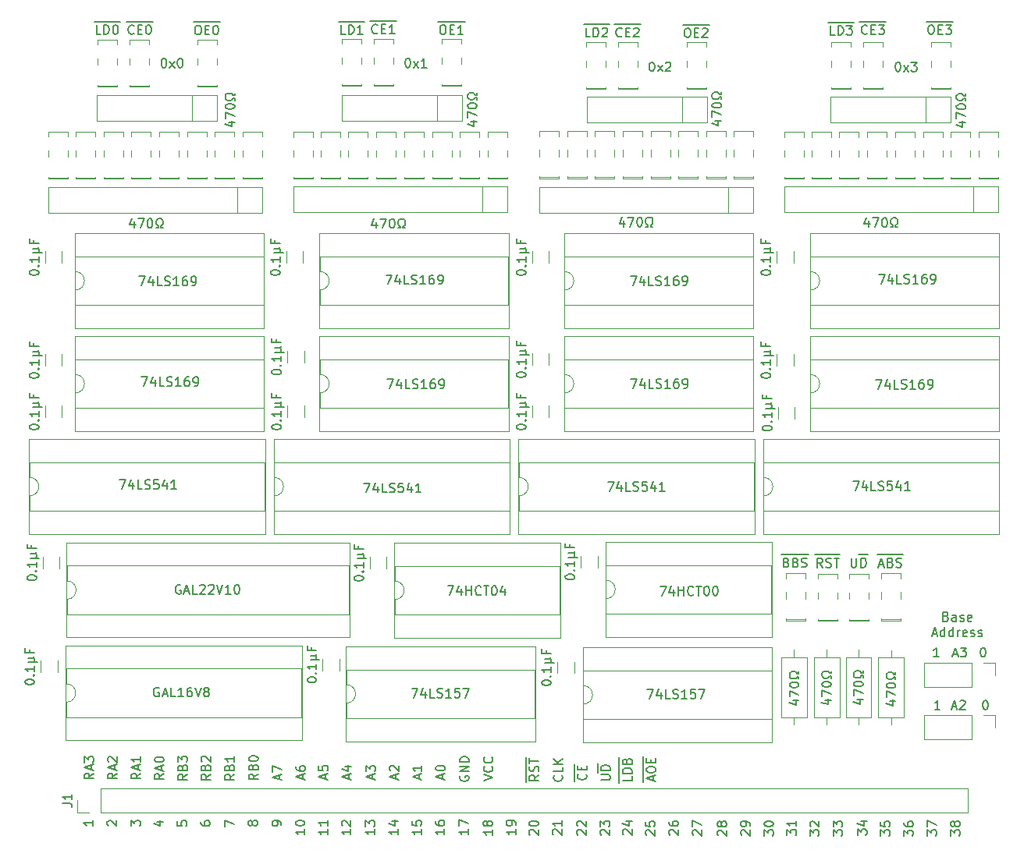
<source format=gbr>
G04 #@! TF.GenerationSoftware,KiCad,Pcbnew,(5.1.4-0-10_14)*
G04 #@! TF.CreationDate,2020-02-04T19:49:50-08:00*
G04 #@! TF.ProjectId,address-register-bank,61646472-6573-4732-9d72-656769737465,rev?*
G04 #@! TF.SameCoordinates,Original*
G04 #@! TF.FileFunction,Legend,Top*
G04 #@! TF.FilePolarity,Positive*
%FSLAX46Y46*%
G04 Gerber Fmt 4.6, Leading zero omitted, Abs format (unit mm)*
G04 Created by KiCad (PCBNEW (5.1.4-0-10_14)) date 2020-02-04 19:49:50*
%MOMM*%
%LPD*%
G04 APERTURE LIST*
%ADD10C,0.150000*%
%ADD11C,0.120000*%
G04 APERTURE END LIST*
D10*
X-50593619Y-92416380D02*
X-50498380Y-92416380D01*
X-50403142Y-92464000D01*
X-50355523Y-92511619D01*
X-50307904Y-92606857D01*
X-50260285Y-92797333D01*
X-50260285Y-93035428D01*
X-50307904Y-93225904D01*
X-50355523Y-93321142D01*
X-50403142Y-93368761D01*
X-50498380Y-93416380D01*
X-50593619Y-93416380D01*
X-50688857Y-93368761D01*
X-50736476Y-93321142D01*
X-50784095Y-93225904D01*
X-50831714Y-93035428D01*
X-50831714Y-92797333D01*
X-50784095Y-92606857D01*
X-50736476Y-92511619D01*
X-50688857Y-92464000D01*
X-50593619Y-92416380D01*
X-55467285Y-93416380D02*
X-56038714Y-93416380D01*
X-55753000Y-93416380D02*
X-55753000Y-92416380D01*
X-55848238Y-92559238D01*
X-55943476Y-92654476D01*
X-56038714Y-92702095D01*
X-137129259Y-100448026D02*
X-137605449Y-100781360D01*
X-137129259Y-101019455D02*
X-138129259Y-101019455D01*
X-138129259Y-100638502D01*
X-138081640Y-100543264D01*
X-138034020Y-100495645D01*
X-137938782Y-100448026D01*
X-137795925Y-100448026D01*
X-137700687Y-100495645D01*
X-137653068Y-100543264D01*
X-137605449Y-100638502D01*
X-137605449Y-101019455D01*
X-137653068Y-99686121D02*
X-137605449Y-99543264D01*
X-137557830Y-99495645D01*
X-137462592Y-99448026D01*
X-137319735Y-99448026D01*
X-137224497Y-99495645D01*
X-137176878Y-99543264D01*
X-137129259Y-99638502D01*
X-137129259Y-100019455D01*
X-138129259Y-100019455D01*
X-138129259Y-99686121D01*
X-138081640Y-99590883D01*
X-138034020Y-99543264D01*
X-137938782Y-99495645D01*
X-137843544Y-99495645D01*
X-137748306Y-99543264D01*
X-137700687Y-99590883D01*
X-137653068Y-99686121D01*
X-137653068Y-100019455D01*
X-138129259Y-99114693D02*
X-138129259Y-98495645D01*
X-137748306Y-98828979D01*
X-137748306Y-98686121D01*
X-137700687Y-98590883D01*
X-137653068Y-98543264D01*
X-137557830Y-98495645D01*
X-137319735Y-98495645D01*
X-137224497Y-98543264D01*
X-137176878Y-98590883D01*
X-137129259Y-98686121D01*
X-137129259Y-98971836D01*
X-137176878Y-99067074D01*
X-137224497Y-99114693D01*
X-109459733Y-100927445D02*
X-109459733Y-100451255D01*
X-109174019Y-101022683D02*
X-110174019Y-100689350D01*
X-109174019Y-100356017D01*
X-110174019Y-99832207D02*
X-110174019Y-99736969D01*
X-110126400Y-99641731D01*
X-110078780Y-99594112D01*
X-109983542Y-99546493D01*
X-109793066Y-99498874D01*
X-109554971Y-99498874D01*
X-109364495Y-99546493D01*
X-109269257Y-99594112D01*
X-109221638Y-99641731D01*
X-109174019Y-99736969D01*
X-109174019Y-99832207D01*
X-109221638Y-99927445D01*
X-109269257Y-99975064D01*
X-109364495Y-100022683D01*
X-109554971Y-100070302D01*
X-109793066Y-100070302D01*
X-109983542Y-100022683D01*
X-110078780Y-99975064D01*
X-110126400Y-99927445D01*
X-110174019Y-99832207D01*
X-107515280Y-100634704D02*
X-107562899Y-100729942D01*
X-107562899Y-100872800D01*
X-107515280Y-101015657D01*
X-107420041Y-101110895D01*
X-107324803Y-101158514D01*
X-107134327Y-101206133D01*
X-106991470Y-101206133D01*
X-106800994Y-101158514D01*
X-106705756Y-101110895D01*
X-106610518Y-101015657D01*
X-106562899Y-100872800D01*
X-106562899Y-100777561D01*
X-106610518Y-100634704D01*
X-106658137Y-100587085D01*
X-106991470Y-100587085D01*
X-106991470Y-100777561D01*
X-106562899Y-100158514D02*
X-107562899Y-100158514D01*
X-106562899Y-99587085D01*
X-107562899Y-99587085D01*
X-106562899Y-99110895D02*
X-107562899Y-99110895D01*
X-107562899Y-98872800D01*
X-107515280Y-98729942D01*
X-107420041Y-98634704D01*
X-107324803Y-98587085D01*
X-107134327Y-98539466D01*
X-106991470Y-98539466D01*
X-106800994Y-98587085D01*
X-106705756Y-98634704D01*
X-106610518Y-98729942D01*
X-106562899Y-98872800D01*
X-106562899Y-99110895D01*
X-100366160Y-101331542D02*
X-100366160Y-100331542D01*
X-98998779Y-100522019D02*
X-99474969Y-100855352D01*
X-98998779Y-101093447D02*
X-99998779Y-101093447D01*
X-99998779Y-100712495D01*
X-99951160Y-100617257D01*
X-99903540Y-100569638D01*
X-99808302Y-100522019D01*
X-99665445Y-100522019D01*
X-99570207Y-100569638D01*
X-99522588Y-100617257D01*
X-99474969Y-100712495D01*
X-99474969Y-101093447D01*
X-100366160Y-100331542D02*
X-100366160Y-99379161D01*
X-99046398Y-100141066D02*
X-98998779Y-99998209D01*
X-98998779Y-99760114D01*
X-99046398Y-99664876D01*
X-99094017Y-99617257D01*
X-99189255Y-99569638D01*
X-99284493Y-99569638D01*
X-99379731Y-99617257D01*
X-99427350Y-99664876D01*
X-99474969Y-99760114D01*
X-99522588Y-99950590D01*
X-99570207Y-100045828D01*
X-99617826Y-100093447D01*
X-99713064Y-100141066D01*
X-99808302Y-100141066D01*
X-99903540Y-100093447D01*
X-99951160Y-100045828D01*
X-99998779Y-99950590D01*
X-99998779Y-99712495D01*
X-99951160Y-99569638D01*
X-100366160Y-99379161D02*
X-100366160Y-98617257D01*
X-99998779Y-99283923D02*
X-99998779Y-98712495D01*
X-98998779Y-98998209D02*
X-99998779Y-98998209D01*
X-104977179Y-101155333D02*
X-103977179Y-100822000D01*
X-104977179Y-100488666D01*
X-104072417Y-99583904D02*
X-104024798Y-99631523D01*
X-103977179Y-99774380D01*
X-103977179Y-99869619D01*
X-104024798Y-100012476D01*
X-104120036Y-100107714D01*
X-104215274Y-100155333D01*
X-104405750Y-100202952D01*
X-104548607Y-100202952D01*
X-104739083Y-100155333D01*
X-104834321Y-100107714D01*
X-104929560Y-100012476D01*
X-104977179Y-99869619D01*
X-104977179Y-99774380D01*
X-104929560Y-99631523D01*
X-104881940Y-99583904D01*
X-104072417Y-98583904D02*
X-104024798Y-98631523D01*
X-103977179Y-98774380D01*
X-103977179Y-98869619D01*
X-104024798Y-99012476D01*
X-104120036Y-99107714D01*
X-104215274Y-99155333D01*
X-104405750Y-99202952D01*
X-104548607Y-99202952D01*
X-104739083Y-99155333D01*
X-104834321Y-99107714D01*
X-104929560Y-99012476D01*
X-104977179Y-98869619D01*
X-104977179Y-98774380D01*
X-104929560Y-98631523D01*
X-104881940Y-98583904D01*
X-147289259Y-100346118D02*
X-147765449Y-100679451D01*
X-147289259Y-100917546D02*
X-148289259Y-100917546D01*
X-148289259Y-100536594D01*
X-148241640Y-100441356D01*
X-148194020Y-100393737D01*
X-148098782Y-100346118D01*
X-147955925Y-100346118D01*
X-147860687Y-100393737D01*
X-147813068Y-100441356D01*
X-147765449Y-100536594D01*
X-147765449Y-100917546D01*
X-147574973Y-99965165D02*
X-147574973Y-99488975D01*
X-147289259Y-100060403D02*
X-148289259Y-99727070D01*
X-147289259Y-99393737D01*
X-148289259Y-99155641D02*
X-148289259Y-98536594D01*
X-147908306Y-98869927D01*
X-147908306Y-98727070D01*
X-147860687Y-98631832D01*
X-147813068Y-98584213D01*
X-147717830Y-98536594D01*
X-147479735Y-98536594D01*
X-147384497Y-98584213D01*
X-147336878Y-98631832D01*
X-147289259Y-98727070D01*
X-147289259Y-99012784D01*
X-147336878Y-99108022D01*
X-147384497Y-99155641D01*
X-127148293Y-100993485D02*
X-127148293Y-100517295D01*
X-126862579Y-101088723D02*
X-127862579Y-100755390D01*
X-126862579Y-100422057D01*
X-127862579Y-100183961D02*
X-127862579Y-99517295D01*
X-126862579Y-99945866D01*
X-134619739Y-100448026D02*
X-135095929Y-100781360D01*
X-134619739Y-101019455D02*
X-135619739Y-101019455D01*
X-135619739Y-100638502D01*
X-135572120Y-100543264D01*
X-135524500Y-100495645D01*
X-135429262Y-100448026D01*
X-135286405Y-100448026D01*
X-135191167Y-100495645D01*
X-135143548Y-100543264D01*
X-135095929Y-100638502D01*
X-135095929Y-101019455D01*
X-135143548Y-99686121D02*
X-135095929Y-99543264D01*
X-135048310Y-99495645D01*
X-134953072Y-99448026D01*
X-134810215Y-99448026D01*
X-134714977Y-99495645D01*
X-134667358Y-99543264D01*
X-134619739Y-99638502D01*
X-134619739Y-100019455D01*
X-135619739Y-100019455D01*
X-135619739Y-99686121D01*
X-135572120Y-99590883D01*
X-135524500Y-99543264D01*
X-135429262Y-99495645D01*
X-135334024Y-99495645D01*
X-135238786Y-99543264D01*
X-135191167Y-99590883D01*
X-135143548Y-99686121D01*
X-135143548Y-100019455D01*
X-135524500Y-99067074D02*
X-135572120Y-99019455D01*
X-135619739Y-98924217D01*
X-135619739Y-98686121D01*
X-135572120Y-98590883D01*
X-135524500Y-98543264D01*
X-135429262Y-98495645D01*
X-135334024Y-98495645D01*
X-135191167Y-98543264D01*
X-134619739Y-99114693D01*
X-134619739Y-98495645D01*
X-132018779Y-100448026D02*
X-132494969Y-100781360D01*
X-132018779Y-101019455D02*
X-133018779Y-101019455D01*
X-133018779Y-100638502D01*
X-132971160Y-100543264D01*
X-132923540Y-100495645D01*
X-132828302Y-100448026D01*
X-132685445Y-100448026D01*
X-132590207Y-100495645D01*
X-132542588Y-100543264D01*
X-132494969Y-100638502D01*
X-132494969Y-101019455D01*
X-132542588Y-99686121D02*
X-132494969Y-99543264D01*
X-132447350Y-99495645D01*
X-132352112Y-99448026D01*
X-132209255Y-99448026D01*
X-132114017Y-99495645D01*
X-132066398Y-99543264D01*
X-132018779Y-99638502D01*
X-132018779Y-100019455D01*
X-133018779Y-100019455D01*
X-133018779Y-99686121D01*
X-132971160Y-99590883D01*
X-132923540Y-99543264D01*
X-132828302Y-99495645D01*
X-132733064Y-99495645D01*
X-132637826Y-99543264D01*
X-132590207Y-99590883D01*
X-132542588Y-99686121D01*
X-132542588Y-100019455D01*
X-132018779Y-98495645D02*
X-132018779Y-99067074D01*
X-132018779Y-98781360D02*
X-133018779Y-98781360D01*
X-132875921Y-98876598D01*
X-132780683Y-98971836D01*
X-132733064Y-99067074D01*
X-129448299Y-100417546D02*
X-129924489Y-100750880D01*
X-129448299Y-100988975D02*
X-130448299Y-100988975D01*
X-130448299Y-100608022D01*
X-130400680Y-100512784D01*
X-130353060Y-100465165D01*
X-130257822Y-100417546D01*
X-130114965Y-100417546D01*
X-130019727Y-100465165D01*
X-129972108Y-100512784D01*
X-129924489Y-100608022D01*
X-129924489Y-100988975D01*
X-129972108Y-99655641D02*
X-129924489Y-99512784D01*
X-129876870Y-99465165D01*
X-129781632Y-99417546D01*
X-129638775Y-99417546D01*
X-129543537Y-99465165D01*
X-129495918Y-99512784D01*
X-129448299Y-99608022D01*
X-129448299Y-99988975D01*
X-130448299Y-99988975D01*
X-130448299Y-99655641D01*
X-130400680Y-99560403D01*
X-130353060Y-99512784D01*
X-130257822Y-99465165D01*
X-130162584Y-99465165D01*
X-130067346Y-99512784D01*
X-130019727Y-99560403D01*
X-129972108Y-99655641D01*
X-129972108Y-99988975D01*
X-130448299Y-98798499D02*
X-130448299Y-98703260D01*
X-130400680Y-98608022D01*
X-130353060Y-98560403D01*
X-130257822Y-98512784D01*
X-130067346Y-98465165D01*
X-129829251Y-98465165D01*
X-129638775Y-98512784D01*
X-129543537Y-98560403D01*
X-129495918Y-98608022D01*
X-129448299Y-98703260D01*
X-129448299Y-98798499D01*
X-129495918Y-98893737D01*
X-129543537Y-98941356D01*
X-129638775Y-98988975D01*
X-129829251Y-99036594D01*
X-130067346Y-99036594D01*
X-130257822Y-98988975D01*
X-130353060Y-98941356D01*
X-130400680Y-98893737D01*
X-130448299Y-98798499D01*
X-124618453Y-100957925D02*
X-124618453Y-100481735D01*
X-124332739Y-101053163D02*
X-125332739Y-100719830D01*
X-124332739Y-100386497D01*
X-125332739Y-99624592D02*
X-125332739Y-99815068D01*
X-125285120Y-99910306D01*
X-125237500Y-99957925D01*
X-125094643Y-100053163D01*
X-124904167Y-100100782D01*
X-124523215Y-100100782D01*
X-124427977Y-100053163D01*
X-124380358Y-100005544D01*
X-124332739Y-99910306D01*
X-124332739Y-99719830D01*
X-124380358Y-99624592D01*
X-124427977Y-99576973D01*
X-124523215Y-99529354D01*
X-124761310Y-99529354D01*
X-124856548Y-99576973D01*
X-124904167Y-99624592D01*
X-124951786Y-99719830D01*
X-124951786Y-99910306D01*
X-124904167Y-100005544D01*
X-124856548Y-100053163D01*
X-124761310Y-100100782D01*
X-139669259Y-100376598D02*
X-140145449Y-100709931D01*
X-139669259Y-100948026D02*
X-140669259Y-100948026D01*
X-140669259Y-100567074D01*
X-140621640Y-100471836D01*
X-140574020Y-100424217D01*
X-140478782Y-100376598D01*
X-140335925Y-100376598D01*
X-140240687Y-100424217D01*
X-140193068Y-100471836D01*
X-140145449Y-100567074D01*
X-140145449Y-100948026D01*
X-139954973Y-99995645D02*
X-139954973Y-99519455D01*
X-139669259Y-100090883D02*
X-140669259Y-99757550D01*
X-139669259Y-99424217D01*
X-140669259Y-98900407D02*
X-140669259Y-98805169D01*
X-140621640Y-98709931D01*
X-140574020Y-98662312D01*
X-140478782Y-98614693D01*
X-140288306Y-98567074D01*
X-140050211Y-98567074D01*
X-139859735Y-98614693D01*
X-139764497Y-98662312D01*
X-139716878Y-98709931D01*
X-139669259Y-98805169D01*
X-139669259Y-98900407D01*
X-139716878Y-98995645D01*
X-139764497Y-99043264D01*
X-139859735Y-99090883D01*
X-140050211Y-99138502D01*
X-140288306Y-99138502D01*
X-140478782Y-99090883D01*
X-140574020Y-99043264D01*
X-140621640Y-98995645D01*
X-140669259Y-98900407D01*
X-114473693Y-100927445D02*
X-114473693Y-100451255D01*
X-114187979Y-101022683D02*
X-115187979Y-100689350D01*
X-114187979Y-100356017D01*
X-115092740Y-100070302D02*
X-115140360Y-100022683D01*
X-115187979Y-99927445D01*
X-115187979Y-99689350D01*
X-115140360Y-99594112D01*
X-115092740Y-99546493D01*
X-114997502Y-99498874D01*
X-114902264Y-99498874D01*
X-114759407Y-99546493D01*
X-114187979Y-100117921D01*
X-114187979Y-99498874D01*
X-111964173Y-100957925D02*
X-111964173Y-100481735D01*
X-111678459Y-101053163D02*
X-112678459Y-100719830D01*
X-111678459Y-100386497D01*
X-111678459Y-99529354D02*
X-111678459Y-100100782D01*
X-111678459Y-99815068D02*
X-112678459Y-99815068D01*
X-112535601Y-99910306D01*
X-112440363Y-100005544D01*
X-112392744Y-100100782D01*
X-142173699Y-100346118D02*
X-142649889Y-100679451D01*
X-142173699Y-100917546D02*
X-143173699Y-100917546D01*
X-143173699Y-100536594D01*
X-143126080Y-100441356D01*
X-143078460Y-100393737D01*
X-142983222Y-100346118D01*
X-142840365Y-100346118D01*
X-142745127Y-100393737D01*
X-142697508Y-100441356D01*
X-142649889Y-100536594D01*
X-142649889Y-100917546D01*
X-142459413Y-99965165D02*
X-142459413Y-99488975D01*
X-142173699Y-100060403D02*
X-143173699Y-99727070D01*
X-142173699Y-99393737D01*
X-142173699Y-98536594D02*
X-142173699Y-99108022D01*
X-142173699Y-98822308D02*
X-143173699Y-98822308D01*
X-143030841Y-98917546D01*
X-142935603Y-99012784D01*
X-142887984Y-99108022D01*
X-92256859Y-101059834D02*
X-91447335Y-101059834D01*
X-91352097Y-101012215D01*
X-91304478Y-100964596D01*
X-91256859Y-100869358D01*
X-91256859Y-100678881D01*
X-91304478Y-100583643D01*
X-91352097Y-100536024D01*
X-91447335Y-100488405D01*
X-92256859Y-100488405D01*
X-92624240Y-100250310D02*
X-92624240Y-99250310D01*
X-91256859Y-100012215D02*
X-92256859Y-100012215D01*
X-92256859Y-99774120D01*
X-92209240Y-99631262D01*
X-92114001Y-99536024D01*
X-92018763Y-99488405D01*
X-91828287Y-99440786D01*
X-91685430Y-99440786D01*
X-91494954Y-99488405D01*
X-91399716Y-99536024D01*
X-91304478Y-99631262D01*
X-91256859Y-99774120D01*
X-91256859Y-100012215D01*
X-96508297Y-100569638D02*
X-96460678Y-100617257D01*
X-96413059Y-100760114D01*
X-96413059Y-100855352D01*
X-96460678Y-100998209D01*
X-96555916Y-101093447D01*
X-96651154Y-101141066D01*
X-96841630Y-101188685D01*
X-96984487Y-101188685D01*
X-97174963Y-101141066D01*
X-97270201Y-101093447D01*
X-97365440Y-100998209D01*
X-97413059Y-100855352D01*
X-97413059Y-100760114D01*
X-97365440Y-100617257D01*
X-97317820Y-100569638D01*
X-96413059Y-99664876D02*
X-96413059Y-100141066D01*
X-97413059Y-100141066D01*
X-96413059Y-99331542D02*
X-97413059Y-99331542D01*
X-96413059Y-98760114D02*
X-96984487Y-99188685D01*
X-97413059Y-98760114D02*
X-96841630Y-99331542D01*
X-117013693Y-100957925D02*
X-117013693Y-100481735D01*
X-116727979Y-101053163D02*
X-117727979Y-100719830D01*
X-116727979Y-100386497D01*
X-117727979Y-100148401D02*
X-117727979Y-99529354D01*
X-117347026Y-99862687D01*
X-117347026Y-99719830D01*
X-117299407Y-99624592D01*
X-117251788Y-99576973D01*
X-117156550Y-99529354D01*
X-116918455Y-99529354D01*
X-116823217Y-99576973D01*
X-116775598Y-99624592D01*
X-116727979Y-99719830D01*
X-116727979Y-100005544D01*
X-116775598Y-100100782D01*
X-116823217Y-100148401D01*
X-144749259Y-100346118D02*
X-145225449Y-100679451D01*
X-144749259Y-100917546D02*
X-145749259Y-100917546D01*
X-145749259Y-100536594D01*
X-145701640Y-100441356D01*
X-145654020Y-100393737D01*
X-145558782Y-100346118D01*
X-145415925Y-100346118D01*
X-145320687Y-100393737D01*
X-145273068Y-100441356D01*
X-145225449Y-100536594D01*
X-145225449Y-100917546D01*
X-145034973Y-99965165D02*
X-145034973Y-99488975D01*
X-144749259Y-100060403D02*
X-145749259Y-99727070D01*
X-144749259Y-99393737D01*
X-145654020Y-99108022D02*
X-145701640Y-99060403D01*
X-145749259Y-98965165D01*
X-145749259Y-98727070D01*
X-145701640Y-98631832D01*
X-145654020Y-98584213D01*
X-145558782Y-98536594D01*
X-145463544Y-98536594D01*
X-145320687Y-98584213D01*
X-144749259Y-99155641D01*
X-144749259Y-98536594D01*
X-95164240Y-101226500D02*
X-95164240Y-100226500D01*
X-93892097Y-100416977D02*
X-93844478Y-100464596D01*
X-93796859Y-100607453D01*
X-93796859Y-100702691D01*
X-93844478Y-100845548D01*
X-93939716Y-100940786D01*
X-94034954Y-100988405D01*
X-94225430Y-101036024D01*
X-94368287Y-101036024D01*
X-94558763Y-100988405D01*
X-94654001Y-100940786D01*
X-94749240Y-100845548D01*
X-94796859Y-100702691D01*
X-94796859Y-100607453D01*
X-94749240Y-100464596D01*
X-94701620Y-100416977D01*
X-95164240Y-100226500D02*
X-95164240Y-99321739D01*
X-94320668Y-99988405D02*
X-94320668Y-99655072D01*
X-93796859Y-99512215D02*
X-93796859Y-99988405D01*
X-94796859Y-99988405D01*
X-94796859Y-99512215D01*
X-87681400Y-101328361D02*
X-87681400Y-100471219D01*
X-86599733Y-101137885D02*
X-86599733Y-100661695D01*
X-86314019Y-101233123D02*
X-87314019Y-100899790D01*
X-86314019Y-100566457D01*
X-87681400Y-100471219D02*
X-87681400Y-99423600D01*
X-87314019Y-100042647D02*
X-87314019Y-99852171D01*
X-87266400Y-99756933D01*
X-87171161Y-99661695D01*
X-86980685Y-99614076D01*
X-86647352Y-99614076D01*
X-86456876Y-99661695D01*
X-86361638Y-99756933D01*
X-86314019Y-99852171D01*
X-86314019Y-100042647D01*
X-86361638Y-100137885D01*
X-86456876Y-100233123D01*
X-86647352Y-100280742D01*
X-86980685Y-100280742D01*
X-87171161Y-100233123D01*
X-87266400Y-100137885D01*
X-87314019Y-100042647D01*
X-87681400Y-99423600D02*
X-87681400Y-98518838D01*
X-86837828Y-99185504D02*
X-86837828Y-98852171D01*
X-86314019Y-98709314D02*
X-86314019Y-99185504D01*
X-87314019Y-99185504D01*
X-87314019Y-98709314D01*
X-119619733Y-100957925D02*
X-119619733Y-100481735D01*
X-119334019Y-101053163D02*
X-120334019Y-100719830D01*
X-119334019Y-100386497D01*
X-120000685Y-99624592D02*
X-119334019Y-99624592D01*
X-120381638Y-99862687D02*
X-119667352Y-100100782D01*
X-119667352Y-99481735D01*
X-122144493Y-100927445D02*
X-122144493Y-100451255D01*
X-121858779Y-101022683D02*
X-122858779Y-100689350D01*
X-121858779Y-100356017D01*
X-122858779Y-99546493D02*
X-122858779Y-100022683D01*
X-122382588Y-100070302D01*
X-122430207Y-100022683D01*
X-122477826Y-99927445D01*
X-122477826Y-99689350D01*
X-122430207Y-99594112D01*
X-122382588Y-99546493D01*
X-122287350Y-99498874D01*
X-122049255Y-99498874D01*
X-121954017Y-99546493D01*
X-121906398Y-99594112D01*
X-121858779Y-99689350D01*
X-121858779Y-99927445D01*
X-121906398Y-100022683D01*
X-121954017Y-100070302D01*
X-90267120Y-101379161D02*
X-90267120Y-100569638D01*
X-88899739Y-100664876D02*
X-88899739Y-101141066D01*
X-89899739Y-101141066D01*
X-90267120Y-100569638D02*
X-90267120Y-99569638D01*
X-88899739Y-100331542D02*
X-89899739Y-100331542D01*
X-89899739Y-100093447D01*
X-89852120Y-99950590D01*
X-89756881Y-99855352D01*
X-89661643Y-99807733D01*
X-89471167Y-99760114D01*
X-89328310Y-99760114D01*
X-89137834Y-99807733D01*
X-89042596Y-99855352D01*
X-88947358Y-99950590D01*
X-88899739Y-100093447D01*
X-88899739Y-100331542D01*
X-90267120Y-99569638D02*
X-90267120Y-98569638D01*
X-89423548Y-98998209D02*
X-89375929Y-98855352D01*
X-89328310Y-98807733D01*
X-89233072Y-98760114D01*
X-89090215Y-98760114D01*
X-88994977Y-98807733D01*
X-88947358Y-98855352D01*
X-88899739Y-98950590D01*
X-88899739Y-99331542D01*
X-89899739Y-99331542D01*
X-89899739Y-98998209D01*
X-89852120Y-98902971D01*
X-89804500Y-98855352D01*
X-89709262Y-98807733D01*
X-89614024Y-98807733D01*
X-89518786Y-98855352D01*
X-89471167Y-98902971D01*
X-89423548Y-98998209D01*
X-89423548Y-99331542D01*
X-56854339Y-107108523D02*
X-56854339Y-106489476D01*
X-56473386Y-106822809D01*
X-56473386Y-106679952D01*
X-56425767Y-106584714D01*
X-56378148Y-106537095D01*
X-56282910Y-106489476D01*
X-56044815Y-106489476D01*
X-55949577Y-106537095D01*
X-55901958Y-106584714D01*
X-55854339Y-106679952D01*
X-55854339Y-106965666D01*
X-55901958Y-107060904D01*
X-55949577Y-107108523D01*
X-56854339Y-106156142D02*
X-56854339Y-105489476D01*
X-55854339Y-105918047D01*
X-54314339Y-107108523D02*
X-54314339Y-106489476D01*
X-53933386Y-106822809D01*
X-53933386Y-106679952D01*
X-53885767Y-106584714D01*
X-53838148Y-106537095D01*
X-53742910Y-106489476D01*
X-53504815Y-106489476D01*
X-53409577Y-106537095D01*
X-53361958Y-106584714D01*
X-53314339Y-106679952D01*
X-53314339Y-106965666D01*
X-53361958Y-107060904D01*
X-53409577Y-107108523D01*
X-53885767Y-105918047D02*
X-53933386Y-106013285D01*
X-53981005Y-106060904D01*
X-54076243Y-106108523D01*
X-54123862Y-106108523D01*
X-54219100Y-106060904D01*
X-54266720Y-106013285D01*
X-54314339Y-105918047D01*
X-54314339Y-105727571D01*
X-54266720Y-105632333D01*
X-54219100Y-105584714D01*
X-54123862Y-105537095D01*
X-54076243Y-105537095D01*
X-53981005Y-105584714D01*
X-53933386Y-105632333D01*
X-53885767Y-105727571D01*
X-53885767Y-105918047D01*
X-53838148Y-106013285D01*
X-53790529Y-106060904D01*
X-53695291Y-106108523D01*
X-53504815Y-106108523D01*
X-53409577Y-106060904D01*
X-53361958Y-106013285D01*
X-53314339Y-105918047D01*
X-53314339Y-105727571D01*
X-53361958Y-105632333D01*
X-53409577Y-105584714D01*
X-53504815Y-105537095D01*
X-53695291Y-105537095D01*
X-53790529Y-105584714D01*
X-53838148Y-105632333D01*
X-53885767Y-105727571D01*
X-59394339Y-107139003D02*
X-59394339Y-106519956D01*
X-59013386Y-106853289D01*
X-59013386Y-106710432D01*
X-58965767Y-106615194D01*
X-58918148Y-106567575D01*
X-58822910Y-106519956D01*
X-58584815Y-106519956D01*
X-58489577Y-106567575D01*
X-58441958Y-106615194D01*
X-58394339Y-106710432D01*
X-58394339Y-106996146D01*
X-58441958Y-107091384D01*
X-58489577Y-107139003D01*
X-59394339Y-105662813D02*
X-59394339Y-105853289D01*
X-59346720Y-105948527D01*
X-59299100Y-105996146D01*
X-59156243Y-106091384D01*
X-58965767Y-106139003D01*
X-58584815Y-106139003D01*
X-58489577Y-106091384D01*
X-58441958Y-106043765D01*
X-58394339Y-105948527D01*
X-58394339Y-105758051D01*
X-58441958Y-105662813D01*
X-58489577Y-105615194D01*
X-58584815Y-105567575D01*
X-58822910Y-105567575D01*
X-58918148Y-105615194D01*
X-58965767Y-105662813D01*
X-59013386Y-105758051D01*
X-59013386Y-105948527D01*
X-58965767Y-106043765D01*
X-58918148Y-106091384D01*
X-58822910Y-106139003D01*
X-69589899Y-107108523D02*
X-69589899Y-106489476D01*
X-69208946Y-106822809D01*
X-69208946Y-106679952D01*
X-69161327Y-106584714D01*
X-69113708Y-106537095D01*
X-69018470Y-106489476D01*
X-68780375Y-106489476D01*
X-68685137Y-106537095D01*
X-68637518Y-106584714D01*
X-68589899Y-106679952D01*
X-68589899Y-106965666D01*
X-68637518Y-107060904D01*
X-68685137Y-107108523D01*
X-69494660Y-106108523D02*
X-69542280Y-106060904D01*
X-69589899Y-105965666D01*
X-69589899Y-105727571D01*
X-69542280Y-105632333D01*
X-69494660Y-105584714D01*
X-69399422Y-105537095D01*
X-69304184Y-105537095D01*
X-69161327Y-105584714D01*
X-68589899Y-106156142D01*
X-68589899Y-105537095D01*
X-67049899Y-107108523D02*
X-67049899Y-106489476D01*
X-66668946Y-106822809D01*
X-66668946Y-106679952D01*
X-66621327Y-106584714D01*
X-66573708Y-106537095D01*
X-66478470Y-106489476D01*
X-66240375Y-106489476D01*
X-66145137Y-106537095D01*
X-66097518Y-106584714D01*
X-66049899Y-106679952D01*
X-66049899Y-106965666D01*
X-66097518Y-107060904D01*
X-66145137Y-107108523D01*
X-67049899Y-106156142D02*
X-67049899Y-105537095D01*
X-66668946Y-105870428D01*
X-66668946Y-105727571D01*
X-66621327Y-105632333D01*
X-66573708Y-105584714D01*
X-66478470Y-105537095D01*
X-66240375Y-105537095D01*
X-66145137Y-105584714D01*
X-66097518Y-105632333D01*
X-66049899Y-105727571D01*
X-66049899Y-106013285D01*
X-66097518Y-106108523D01*
X-66145137Y-106156142D01*
X-64408299Y-107042483D02*
X-64408299Y-106423436D01*
X-64027346Y-106756769D01*
X-64027346Y-106613912D01*
X-63979727Y-106518674D01*
X-63932108Y-106471055D01*
X-63836870Y-106423436D01*
X-63598775Y-106423436D01*
X-63503537Y-106471055D01*
X-63455918Y-106518674D01*
X-63408299Y-106613912D01*
X-63408299Y-106899626D01*
X-63455918Y-106994864D01*
X-63503537Y-107042483D01*
X-64074965Y-105566293D02*
X-63408299Y-105566293D01*
X-64455918Y-105804388D02*
X-63741632Y-106042483D01*
X-63741632Y-105423436D01*
X-72063859Y-107072963D02*
X-72063859Y-106453916D01*
X-71682906Y-106787249D01*
X-71682906Y-106644392D01*
X-71635287Y-106549154D01*
X-71587668Y-106501535D01*
X-71492430Y-106453916D01*
X-71254335Y-106453916D01*
X-71159097Y-106501535D01*
X-71111478Y-106549154D01*
X-71063859Y-106644392D01*
X-71063859Y-106930106D01*
X-71111478Y-107025344D01*
X-71159097Y-107072963D01*
X-71063859Y-105501535D02*
X-71063859Y-106072963D01*
X-71063859Y-105787249D02*
X-72063859Y-105787249D01*
X-71921001Y-105882487D01*
X-71825763Y-105977725D01*
X-71778144Y-106072963D01*
X-61903859Y-107108523D02*
X-61903859Y-106489476D01*
X-61522906Y-106822809D01*
X-61522906Y-106679952D01*
X-61475287Y-106584714D01*
X-61427668Y-106537095D01*
X-61332430Y-106489476D01*
X-61094335Y-106489476D01*
X-60999097Y-106537095D01*
X-60951478Y-106584714D01*
X-60903859Y-106679952D01*
X-60903859Y-106965666D01*
X-60951478Y-107060904D01*
X-60999097Y-107108523D01*
X-61903859Y-105584714D02*
X-61903859Y-106060904D01*
X-61427668Y-106108523D01*
X-61475287Y-106060904D01*
X-61522906Y-105965666D01*
X-61522906Y-105727571D01*
X-61475287Y-105632333D01*
X-61427668Y-105584714D01*
X-61332430Y-105537095D01*
X-61094335Y-105537095D01*
X-60999097Y-105584714D01*
X-60951478Y-105632333D01*
X-60903859Y-105727571D01*
X-60903859Y-105965666D01*
X-60951478Y-106060904D01*
X-60999097Y-106108523D01*
X-79522580Y-107091384D02*
X-79570200Y-107043765D01*
X-79617819Y-106948527D01*
X-79617819Y-106710432D01*
X-79570200Y-106615194D01*
X-79522580Y-106567575D01*
X-79427342Y-106519956D01*
X-79332104Y-106519956D01*
X-79189247Y-106567575D01*
X-78617819Y-107139003D01*
X-78617819Y-106519956D01*
X-79189247Y-105948527D02*
X-79236866Y-106043765D01*
X-79284485Y-106091384D01*
X-79379723Y-106139003D01*
X-79427342Y-106139003D01*
X-79522580Y-106091384D01*
X-79570200Y-106043765D01*
X-79617819Y-105948527D01*
X-79617819Y-105758051D01*
X-79570200Y-105662813D01*
X-79522580Y-105615194D01*
X-79427342Y-105567575D01*
X-79379723Y-105567575D01*
X-79284485Y-105615194D01*
X-79236866Y-105662813D01*
X-79189247Y-105758051D01*
X-79189247Y-105948527D01*
X-79141628Y-106043765D01*
X-79094009Y-106091384D01*
X-78998771Y-106139003D01*
X-78808295Y-106139003D01*
X-78713057Y-106091384D01*
X-78665438Y-106043765D01*
X-78617819Y-105948527D01*
X-78617819Y-105758051D01*
X-78665438Y-105662813D01*
X-78713057Y-105615194D01*
X-78808295Y-105567575D01*
X-78998771Y-105567575D01*
X-79094009Y-105615194D01*
X-79141628Y-105662813D01*
X-79189247Y-105758051D01*
X-84765140Y-107025344D02*
X-84812760Y-106977725D01*
X-84860379Y-106882487D01*
X-84860379Y-106644392D01*
X-84812760Y-106549154D01*
X-84765140Y-106501535D01*
X-84669902Y-106453916D01*
X-84574664Y-106453916D01*
X-84431807Y-106501535D01*
X-83860379Y-107072963D01*
X-83860379Y-106453916D01*
X-84860379Y-105596773D02*
X-84860379Y-105787249D01*
X-84812760Y-105882487D01*
X-84765140Y-105930106D01*
X-84622283Y-106025344D01*
X-84431807Y-106072963D01*
X-84050855Y-106072963D01*
X-83955617Y-106025344D01*
X-83907998Y-105977725D01*
X-83860379Y-105882487D01*
X-83860379Y-105692011D01*
X-83907998Y-105596773D01*
X-83955617Y-105549154D01*
X-84050855Y-105501535D01*
X-84288950Y-105501535D01*
X-84384188Y-105549154D01*
X-84431807Y-105596773D01*
X-84479426Y-105692011D01*
X-84479426Y-105882487D01*
X-84431807Y-105977725D01*
X-84384188Y-106025344D01*
X-84288950Y-106072963D01*
X-82225140Y-107060904D02*
X-82272760Y-107013285D01*
X-82320379Y-106918047D01*
X-82320379Y-106679952D01*
X-82272760Y-106584714D01*
X-82225140Y-106537095D01*
X-82129902Y-106489476D01*
X-82034664Y-106489476D01*
X-81891807Y-106537095D01*
X-81320379Y-107108523D01*
X-81320379Y-106489476D01*
X-82320379Y-106156142D02*
X-82320379Y-105489476D01*
X-81320379Y-105918047D01*
X-74537819Y-107108523D02*
X-74537819Y-106489476D01*
X-74156866Y-106822809D01*
X-74156866Y-106679952D01*
X-74109247Y-106584714D01*
X-74061628Y-106537095D01*
X-73966390Y-106489476D01*
X-73728295Y-106489476D01*
X-73633057Y-106537095D01*
X-73585438Y-106584714D01*
X-73537819Y-106679952D01*
X-73537819Y-106965666D01*
X-73585438Y-107060904D01*
X-73633057Y-107108523D01*
X-74537819Y-105870428D02*
X-74537819Y-105775190D01*
X-74490200Y-105679952D01*
X-74442580Y-105632333D01*
X-74347342Y-105584714D01*
X-74156866Y-105537095D01*
X-73918771Y-105537095D01*
X-73728295Y-105584714D01*
X-73633057Y-105632333D01*
X-73585438Y-105679952D01*
X-73537819Y-105775190D01*
X-73537819Y-105870428D01*
X-73585438Y-105965666D01*
X-73633057Y-106013285D01*
X-73728295Y-106060904D01*
X-73918771Y-106108523D01*
X-74156866Y-106108523D01*
X-74347342Y-106060904D01*
X-74442580Y-106013285D01*
X-74490200Y-105965666D01*
X-74537819Y-105870428D01*
X-76982580Y-107060904D02*
X-77030200Y-107013285D01*
X-77077819Y-106918047D01*
X-77077819Y-106679952D01*
X-77030200Y-106584714D01*
X-76982580Y-106537095D01*
X-76887342Y-106489476D01*
X-76792104Y-106489476D01*
X-76649247Y-106537095D01*
X-76077819Y-107108523D01*
X-76077819Y-106489476D01*
X-76077819Y-106013285D02*
X-76077819Y-105822809D01*
X-76125438Y-105727571D01*
X-76173057Y-105679952D01*
X-76315914Y-105584714D01*
X-76506390Y-105537095D01*
X-76887342Y-105537095D01*
X-76982580Y-105584714D01*
X-77030200Y-105632333D01*
X-77077819Y-105727571D01*
X-77077819Y-105918047D01*
X-77030200Y-106013285D01*
X-76982580Y-106060904D01*
X-76887342Y-106108523D01*
X-76649247Y-106108523D01*
X-76554009Y-106060904D01*
X-76506390Y-106013285D01*
X-76458771Y-105918047D01*
X-76458771Y-105727571D01*
X-76506390Y-105632333D01*
X-76554009Y-105584714D01*
X-76649247Y-105537095D01*
X-89799420Y-106994864D02*
X-89847040Y-106947245D01*
X-89894659Y-106852007D01*
X-89894659Y-106613912D01*
X-89847040Y-106518674D01*
X-89799420Y-106471055D01*
X-89704182Y-106423436D01*
X-89608944Y-106423436D01*
X-89466087Y-106471055D01*
X-88894659Y-107042483D01*
X-88894659Y-106423436D01*
X-89561325Y-105566293D02*
X-88894659Y-105566293D01*
X-89942278Y-105804388D02*
X-89227992Y-106042483D01*
X-89227992Y-105423436D01*
X-97419420Y-106994864D02*
X-97467040Y-106947245D01*
X-97514659Y-106852007D01*
X-97514659Y-106613912D01*
X-97467040Y-106518674D01*
X-97419420Y-106471055D01*
X-97324182Y-106423436D01*
X-97228944Y-106423436D01*
X-97086087Y-106471055D01*
X-96514659Y-107042483D01*
X-96514659Y-106423436D01*
X-96514659Y-105471055D02*
X-96514659Y-106042483D01*
X-96514659Y-105756769D02*
X-97514659Y-105756769D01*
X-97371801Y-105852007D01*
X-97276563Y-105947245D01*
X-97228944Y-106042483D01*
X-94752420Y-107025344D02*
X-94800040Y-106977725D01*
X-94847659Y-106882487D01*
X-94847659Y-106644392D01*
X-94800040Y-106549154D01*
X-94752420Y-106501535D01*
X-94657182Y-106453916D01*
X-94561944Y-106453916D01*
X-94419087Y-106501535D01*
X-93847659Y-107072963D01*
X-93847659Y-106453916D01*
X-94752420Y-106072963D02*
X-94800040Y-106025344D01*
X-94847659Y-105930106D01*
X-94847659Y-105692011D01*
X-94800040Y-105596773D01*
X-94752420Y-105549154D01*
X-94657182Y-105501535D01*
X-94561944Y-105501535D01*
X-94419087Y-105549154D01*
X-93847659Y-106120582D01*
X-93847659Y-105501535D01*
X-87305140Y-107060904D02*
X-87352760Y-107013285D01*
X-87400379Y-106918047D01*
X-87400379Y-106679952D01*
X-87352760Y-106584714D01*
X-87305140Y-106537095D01*
X-87209902Y-106489476D01*
X-87114664Y-106489476D01*
X-86971807Y-106537095D01*
X-86400379Y-107108523D01*
X-86400379Y-106489476D01*
X-87400379Y-105584714D02*
X-87400379Y-106060904D01*
X-86924188Y-106108523D01*
X-86971807Y-106060904D01*
X-87019426Y-105965666D01*
X-87019426Y-105727571D01*
X-86971807Y-105632333D01*
X-86924188Y-105584714D01*
X-86828950Y-105537095D01*
X-86590855Y-105537095D01*
X-86495617Y-105584714D01*
X-86447998Y-105632333D01*
X-86400379Y-105727571D01*
X-86400379Y-105965666D01*
X-86447998Y-106060904D01*
X-86495617Y-106108523D01*
X-92212420Y-107025344D02*
X-92260040Y-106977725D01*
X-92307659Y-106882487D01*
X-92307659Y-106644392D01*
X-92260040Y-106549154D01*
X-92212420Y-106501535D01*
X-92117182Y-106453916D01*
X-92021944Y-106453916D01*
X-91879087Y-106501535D01*
X-91307659Y-107072963D01*
X-91307659Y-106453916D01*
X-92307659Y-106120582D02*
X-92307659Y-105501535D01*
X-91926706Y-105834868D01*
X-91926706Y-105692011D01*
X-91879087Y-105596773D01*
X-91831468Y-105549154D01*
X-91736230Y-105501535D01*
X-91498135Y-105501535D01*
X-91402897Y-105549154D01*
X-91355278Y-105596773D01*
X-91307659Y-105692011D01*
X-91307659Y-105977725D01*
X-91355278Y-106072963D01*
X-91402897Y-106120582D01*
X-101503219Y-106392956D02*
X-101503219Y-106964384D01*
X-101503219Y-106678670D02*
X-102503219Y-106678670D01*
X-102360361Y-106773908D01*
X-102265123Y-106869146D01*
X-102217504Y-106964384D01*
X-101503219Y-105916765D02*
X-101503219Y-105726289D01*
X-101550838Y-105631051D01*
X-101598457Y-105583432D01*
X-101741314Y-105488194D01*
X-101931790Y-105440575D01*
X-102312742Y-105440575D01*
X-102407980Y-105488194D01*
X-102455600Y-105535813D01*
X-102503219Y-105631051D01*
X-102503219Y-105821527D01*
X-102455600Y-105916765D01*
X-102407980Y-105964384D01*
X-102312742Y-106012003D01*
X-102074647Y-106012003D01*
X-101979409Y-105964384D01*
X-101931790Y-105916765D01*
X-101884171Y-105821527D01*
X-101884171Y-105631051D01*
X-101931790Y-105535813D01*
X-101979409Y-105488194D01*
X-102074647Y-105440575D01*
X-99959420Y-107025344D02*
X-100007040Y-106977725D01*
X-100054659Y-106882487D01*
X-100054659Y-106644392D01*
X-100007040Y-106549154D01*
X-99959420Y-106501535D01*
X-99864182Y-106453916D01*
X-99768944Y-106453916D01*
X-99626087Y-106501535D01*
X-99054659Y-107072963D01*
X-99054659Y-106453916D01*
X-100054659Y-105834868D02*
X-100054659Y-105739630D01*
X-100007040Y-105644392D01*
X-99959420Y-105596773D01*
X-99864182Y-105549154D01*
X-99673706Y-105501535D01*
X-99435611Y-105501535D01*
X-99245135Y-105549154D01*
X-99149897Y-105596773D01*
X-99102278Y-105644392D01*
X-99054659Y-105739630D01*
X-99054659Y-105834868D01*
X-99102278Y-105930106D01*
X-99149897Y-105977725D01*
X-99245135Y-106025344D01*
X-99435611Y-106072963D01*
X-99673706Y-106072963D01*
X-99864182Y-106025344D01*
X-99959420Y-105977725D01*
X-100007040Y-105930106D01*
X-100054659Y-105834868D01*
X-104012739Y-106453916D02*
X-104012739Y-107025344D01*
X-104012739Y-106739630D02*
X-105012739Y-106739630D01*
X-104869881Y-106834868D01*
X-104774643Y-106930106D01*
X-104727024Y-107025344D01*
X-104584167Y-105882487D02*
X-104631786Y-105977725D01*
X-104679405Y-106025344D01*
X-104774643Y-106072963D01*
X-104822262Y-106072963D01*
X-104917500Y-106025344D01*
X-104965120Y-105977725D01*
X-105012739Y-105882487D01*
X-105012739Y-105692011D01*
X-104965120Y-105596773D01*
X-104917500Y-105549154D01*
X-104822262Y-105501535D01*
X-104774643Y-105501535D01*
X-104679405Y-105549154D01*
X-104631786Y-105596773D01*
X-104584167Y-105692011D01*
X-104584167Y-105882487D01*
X-104536548Y-105977725D01*
X-104488929Y-106025344D01*
X-104393691Y-106072963D01*
X-104203215Y-106072963D01*
X-104107977Y-106025344D01*
X-104060358Y-105977725D01*
X-104012739Y-105882487D01*
X-104012739Y-105692011D01*
X-104060358Y-105596773D01*
X-104107977Y-105549154D01*
X-104203215Y-105501535D01*
X-104393691Y-105501535D01*
X-104488929Y-105549154D01*
X-104536548Y-105596773D01*
X-104584167Y-105692011D01*
X-106649259Y-106392956D02*
X-106649259Y-106964384D01*
X-106649259Y-106678670D02*
X-107649259Y-106678670D01*
X-107506401Y-106773908D01*
X-107411163Y-106869146D01*
X-107363544Y-106964384D01*
X-107649259Y-106059622D02*
X-107649259Y-105392956D01*
X-106649259Y-105821527D01*
X-109224819Y-106392956D02*
X-109224819Y-106964384D01*
X-109224819Y-106678670D02*
X-110224819Y-106678670D01*
X-110081961Y-106773908D01*
X-109986723Y-106869146D01*
X-109939104Y-106964384D01*
X-110224819Y-105535813D02*
X-110224819Y-105726289D01*
X-110177200Y-105821527D01*
X-110129580Y-105869146D01*
X-109986723Y-105964384D01*
X-109796247Y-106012003D01*
X-109415295Y-106012003D01*
X-109320057Y-105964384D01*
X-109272438Y-105916765D01*
X-109224819Y-105821527D01*
X-109224819Y-105631051D01*
X-109272438Y-105535813D01*
X-109320057Y-105488194D01*
X-109415295Y-105440575D01*
X-109653390Y-105440575D01*
X-109748628Y-105488194D01*
X-109796247Y-105535813D01*
X-109843866Y-105631051D01*
X-109843866Y-105821527D01*
X-109796247Y-105916765D01*
X-109748628Y-105964384D01*
X-109653390Y-106012003D01*
X-114238779Y-106392956D02*
X-114238779Y-106964384D01*
X-114238779Y-106678670D02*
X-115238779Y-106678670D01*
X-115095921Y-106773908D01*
X-115000683Y-106869146D01*
X-114953064Y-106964384D01*
X-114905445Y-105535813D02*
X-114238779Y-105535813D01*
X-115286398Y-105773908D02*
X-114572112Y-106012003D01*
X-114572112Y-105392956D01*
X-121909579Y-106392956D02*
X-121909579Y-106964384D01*
X-121909579Y-106678670D02*
X-122909579Y-106678670D01*
X-122766721Y-106773908D01*
X-122671483Y-106869146D01*
X-122623864Y-106964384D01*
X-121909579Y-105440575D02*
X-121909579Y-106012003D01*
X-121909579Y-105726289D02*
X-122909579Y-105726289D01*
X-122766721Y-105821527D01*
X-122671483Y-105916765D01*
X-122623864Y-106012003D01*
X-119384819Y-106423436D02*
X-119384819Y-106994864D01*
X-119384819Y-106709150D02*
X-120384819Y-106709150D01*
X-120241961Y-106804388D01*
X-120146723Y-106899626D01*
X-120099104Y-106994864D01*
X-120289580Y-106042483D02*
X-120337200Y-105994864D01*
X-120384819Y-105899626D01*
X-120384819Y-105661531D01*
X-120337200Y-105566293D01*
X-120289580Y-105518674D01*
X-120194342Y-105471055D01*
X-120099104Y-105471055D01*
X-119956247Y-105518674D01*
X-119384819Y-106090102D01*
X-119384819Y-105471055D01*
X-116778779Y-106423436D02*
X-116778779Y-106994864D01*
X-116778779Y-106709150D02*
X-117778779Y-106709150D01*
X-117635921Y-106804388D01*
X-117540683Y-106899626D01*
X-117493064Y-106994864D01*
X-117778779Y-106090102D02*
X-117778779Y-105471055D01*
X-117397826Y-105804388D01*
X-117397826Y-105661531D01*
X-117350207Y-105566293D01*
X-117302588Y-105518674D01*
X-117207350Y-105471055D01*
X-116969255Y-105471055D01*
X-116874017Y-105518674D01*
X-116826398Y-105566293D01*
X-116778779Y-105661531D01*
X-116778779Y-105947245D01*
X-116826398Y-106042483D01*
X-116874017Y-106090102D01*
X-111729259Y-106423436D02*
X-111729259Y-106994864D01*
X-111729259Y-106709150D02*
X-112729259Y-106709150D01*
X-112586401Y-106804388D01*
X-112491163Y-106899626D01*
X-112443544Y-106994864D01*
X-112729259Y-105518674D02*
X-112729259Y-105994864D01*
X-112253068Y-106042483D01*
X-112300687Y-105994864D01*
X-112348306Y-105899626D01*
X-112348306Y-105661531D01*
X-112300687Y-105566293D01*
X-112253068Y-105518674D01*
X-112157830Y-105471055D01*
X-111919735Y-105471055D01*
X-111824497Y-105518674D01*
X-111776878Y-105566293D01*
X-111729259Y-105661531D01*
X-111729259Y-105899626D01*
X-111776878Y-105994864D01*
X-111824497Y-106042483D01*
X-124383539Y-106423436D02*
X-124383539Y-106994864D01*
X-124383539Y-106709150D02*
X-125383539Y-106709150D01*
X-125240681Y-106804388D01*
X-125145443Y-106899626D01*
X-125097824Y-106994864D01*
X-125383539Y-105804388D02*
X-125383539Y-105709150D01*
X-125335920Y-105613912D01*
X-125288300Y-105566293D01*
X-125193062Y-105518674D01*
X-125002586Y-105471055D01*
X-124764491Y-105471055D01*
X-124574015Y-105518674D01*
X-124478777Y-105566293D01*
X-124431158Y-105613912D01*
X-124383539Y-105709150D01*
X-124383539Y-105804388D01*
X-124431158Y-105899626D01*
X-124478777Y-105947245D01*
X-124574015Y-105994864D01*
X-124764491Y-106042483D01*
X-125002586Y-106042483D01*
X-125193062Y-105994864D01*
X-125288300Y-105947245D01*
X-125335920Y-105899626D01*
X-125383539Y-105804388D01*
X-135670539Y-105580203D02*
X-135670539Y-105770680D01*
X-135622920Y-105865918D01*
X-135575300Y-105913537D01*
X-135432443Y-106008775D01*
X-135241967Y-106056394D01*
X-134861015Y-106056394D01*
X-134765777Y-106008775D01*
X-134718158Y-105961156D01*
X-134670539Y-105865918D01*
X-134670539Y-105675441D01*
X-134718158Y-105580203D01*
X-134765777Y-105532584D01*
X-134861015Y-105484965D01*
X-135099110Y-105484965D01*
X-135194348Y-105532584D01*
X-135241967Y-105580203D01*
X-135289586Y-105675441D01*
X-135289586Y-105865918D01*
X-135241967Y-105961156D01*
X-135194348Y-106008775D01*
X-135099110Y-106056394D01*
X-126923539Y-105961156D02*
X-126923539Y-105770680D01*
X-126971158Y-105675441D01*
X-127018777Y-105627822D01*
X-127161634Y-105532584D01*
X-127352110Y-105484965D01*
X-127733062Y-105484965D01*
X-127828300Y-105532584D01*
X-127875920Y-105580203D01*
X-127923539Y-105675441D01*
X-127923539Y-105865918D01*
X-127875920Y-105961156D01*
X-127828300Y-106008775D01*
X-127733062Y-106056394D01*
X-127494967Y-106056394D01*
X-127399729Y-106008775D01*
X-127352110Y-105961156D01*
X-127304491Y-105865918D01*
X-127304491Y-105675441D01*
X-127352110Y-105580203D01*
X-127399729Y-105532584D01*
X-127494967Y-105484965D01*
X-130070527Y-105835438D02*
X-130118146Y-105930676D01*
X-130165765Y-105978295D01*
X-130261003Y-106025914D01*
X-130308622Y-106025914D01*
X-130403860Y-105978295D01*
X-130451480Y-105930676D01*
X-130499099Y-105835438D01*
X-130499099Y-105644961D01*
X-130451480Y-105549723D01*
X-130403860Y-105502104D01*
X-130308622Y-105454485D01*
X-130261003Y-105454485D01*
X-130165765Y-105502104D01*
X-130118146Y-105549723D01*
X-130070527Y-105644961D01*
X-130070527Y-105835438D01*
X-130022908Y-105930676D01*
X-129975289Y-105978295D01*
X-129880051Y-106025914D01*
X-129689575Y-106025914D01*
X-129594337Y-105978295D01*
X-129546718Y-105930676D01*
X-129499099Y-105835438D01*
X-129499099Y-105644961D01*
X-129546718Y-105549723D01*
X-129594337Y-105502104D01*
X-129689575Y-105454485D01*
X-129880051Y-105454485D01*
X-129975289Y-105502104D01*
X-130022908Y-105549723D01*
X-130070527Y-105644961D01*
X-133069579Y-106104013D02*
X-133069579Y-105437346D01*
X-132069579Y-105865918D01*
X-138180059Y-105532584D02*
X-138180059Y-106008775D01*
X-137703868Y-106056394D01*
X-137751487Y-106008775D01*
X-137799106Y-105913537D01*
X-137799106Y-105675441D01*
X-137751487Y-105580203D01*
X-137703868Y-105532584D01*
X-137608630Y-105484965D01*
X-137370535Y-105484965D01*
X-137275297Y-105532584D01*
X-137227678Y-105580203D01*
X-137180059Y-105675441D01*
X-137180059Y-105913537D01*
X-137227678Y-106008775D01*
X-137275297Y-106056394D01*
X-140386725Y-105580203D02*
X-139720059Y-105580203D01*
X-140767678Y-105818299D02*
X-140053392Y-106056394D01*
X-140053392Y-105437346D01*
X-143224499Y-106073533D02*
X-143224499Y-105454485D01*
X-142843546Y-105787819D01*
X-142843546Y-105644961D01*
X-142795927Y-105549723D01*
X-142748308Y-105502104D01*
X-142653070Y-105454485D01*
X-142414975Y-105454485D01*
X-142319737Y-105502104D01*
X-142272118Y-105549723D01*
X-142224499Y-105644961D01*
X-142224499Y-105930676D01*
X-142272118Y-106025914D01*
X-142319737Y-106073533D01*
X-145704820Y-106025914D02*
X-145752440Y-105978295D01*
X-145800059Y-105883057D01*
X-145800059Y-105644961D01*
X-145752440Y-105549723D01*
X-145704820Y-105502104D01*
X-145609582Y-105454485D01*
X-145514344Y-105454485D01*
X-145371487Y-105502104D01*
X-144800059Y-106073533D01*
X-144800059Y-105454485D01*
X-147340059Y-105454485D02*
X-147340059Y-106025914D01*
X-147340059Y-105740200D02*
X-148340059Y-105740200D01*
X-148197201Y-105835438D01*
X-148101963Y-105930676D01*
X-148054344Y-106025914D01*
X-60075011Y-23135340D02*
X-59979773Y-23135340D01*
X-59884535Y-23182960D01*
X-59836916Y-23230579D01*
X-59789297Y-23325817D01*
X-59741678Y-23516293D01*
X-59741678Y-23754388D01*
X-59789297Y-23944864D01*
X-59836916Y-24040102D01*
X-59884535Y-24087721D01*
X-59979773Y-24135340D01*
X-60075011Y-24135340D01*
X-60170249Y-24087721D01*
X-60217868Y-24040102D01*
X-60265487Y-23944864D01*
X-60313106Y-23754388D01*
X-60313106Y-23516293D01*
X-60265487Y-23325817D01*
X-60217868Y-23230579D01*
X-60170249Y-23182960D01*
X-60075011Y-23135340D01*
X-59408344Y-24135340D02*
X-58884535Y-23468674D01*
X-59408344Y-23468674D02*
X-58884535Y-24135340D01*
X-58598820Y-23135340D02*
X-57979773Y-23135340D01*
X-58313106Y-23516293D01*
X-58170249Y-23516293D01*
X-58075011Y-23563912D01*
X-58027392Y-23611531D01*
X-57979773Y-23706769D01*
X-57979773Y-23944864D01*
X-58027392Y-24040102D01*
X-58075011Y-24087721D01*
X-58170249Y-24135340D01*
X-58455963Y-24135340D01*
X-58551201Y-24087721D01*
X-58598820Y-24040102D01*
X-86770411Y-23125180D02*
X-86675173Y-23125180D01*
X-86579935Y-23172800D01*
X-86532316Y-23220419D01*
X-86484697Y-23315657D01*
X-86437078Y-23506133D01*
X-86437078Y-23744228D01*
X-86484697Y-23934704D01*
X-86532316Y-24029942D01*
X-86579935Y-24077561D01*
X-86675173Y-24125180D01*
X-86770411Y-24125180D01*
X-86865649Y-24077561D01*
X-86913268Y-24029942D01*
X-86960887Y-23934704D01*
X-87008506Y-23744228D01*
X-87008506Y-23506133D01*
X-86960887Y-23315657D01*
X-86913268Y-23220419D01*
X-86865649Y-23172800D01*
X-86770411Y-23125180D01*
X-86103744Y-24125180D02*
X-85579935Y-23458514D01*
X-86103744Y-23458514D02*
X-85579935Y-24125180D01*
X-85246601Y-23220419D02*
X-85198982Y-23172800D01*
X-85103744Y-23125180D01*
X-84865649Y-23125180D01*
X-84770411Y-23172800D01*
X-84722792Y-23220419D01*
X-84675173Y-23315657D01*
X-84675173Y-23410895D01*
X-84722792Y-23553752D01*
X-85294220Y-24125180D01*
X-84675173Y-24125180D01*
X-113237211Y-22708620D02*
X-113141973Y-22708620D01*
X-113046735Y-22756240D01*
X-112999116Y-22803859D01*
X-112951497Y-22899097D01*
X-112903878Y-23089573D01*
X-112903878Y-23327668D01*
X-112951497Y-23518144D01*
X-112999116Y-23613382D01*
X-113046735Y-23661001D01*
X-113141973Y-23708620D01*
X-113237211Y-23708620D01*
X-113332449Y-23661001D01*
X-113380068Y-23613382D01*
X-113427687Y-23518144D01*
X-113475306Y-23327668D01*
X-113475306Y-23089573D01*
X-113427687Y-22899097D01*
X-113380068Y-22803859D01*
X-113332449Y-22756240D01*
X-113237211Y-22708620D01*
X-112570544Y-23708620D02*
X-112046735Y-23041954D01*
X-112570544Y-23041954D02*
X-112046735Y-23708620D01*
X-111141973Y-23708620D02*
X-111713401Y-23708620D01*
X-111427687Y-23708620D02*
X-111427687Y-22708620D01*
X-111522925Y-22851478D01*
X-111618163Y-22946716D01*
X-111713401Y-22994335D01*
X-139704011Y-22723860D02*
X-139608773Y-22723860D01*
X-139513535Y-22771480D01*
X-139465916Y-22819099D01*
X-139418297Y-22914337D01*
X-139370678Y-23104813D01*
X-139370678Y-23342908D01*
X-139418297Y-23533384D01*
X-139465916Y-23628622D01*
X-139513535Y-23676241D01*
X-139608773Y-23723860D01*
X-139704011Y-23723860D01*
X-139799249Y-23676241D01*
X-139846868Y-23628622D01*
X-139894487Y-23533384D01*
X-139942106Y-23342908D01*
X-139942106Y-23104813D01*
X-139894487Y-22914337D01*
X-139846868Y-22819099D01*
X-139799249Y-22771480D01*
X-139704011Y-22723860D01*
X-139037344Y-23723860D02*
X-138513535Y-23057194D01*
X-139037344Y-23057194D02*
X-138513535Y-23723860D01*
X-137942106Y-22723860D02*
X-137846868Y-22723860D01*
X-137751630Y-22771480D01*
X-137704011Y-22819099D01*
X-137656392Y-22914337D01*
X-137608773Y-23104813D01*
X-137608773Y-23342908D01*
X-137656392Y-23533384D01*
X-137704011Y-23628622D01*
X-137751630Y-23676241D01*
X-137846868Y-23723860D01*
X-137942106Y-23723860D01*
X-138037344Y-23676241D01*
X-138084963Y-23628622D01*
X-138132582Y-23533384D01*
X-138180201Y-23342908D01*
X-138180201Y-23104813D01*
X-138132582Y-22914337D01*
X-138084963Y-22819099D01*
X-138037344Y-22771480D01*
X-137942106Y-22723860D01*
X-55594285Y-87701380D02*
X-56165714Y-87701380D01*
X-55880000Y-87701380D02*
X-55880000Y-86701380D01*
X-55975238Y-86844238D01*
X-56070476Y-86939476D01*
X-56165714Y-86987095D01*
X-50847619Y-86701380D02*
X-50752380Y-86701380D01*
X-50657142Y-86749000D01*
X-50609523Y-86796619D01*
X-50561904Y-86891857D01*
X-50514285Y-87082333D01*
X-50514285Y-87320428D01*
X-50561904Y-87510904D01*
X-50609523Y-87606142D01*
X-50657142Y-87653761D01*
X-50752380Y-87701380D01*
X-50847619Y-87701380D01*
X-50942857Y-87653761D01*
X-50990476Y-87606142D01*
X-51038095Y-87510904D01*
X-51085714Y-87320428D01*
X-51085714Y-87082333D01*
X-51038095Y-86891857D01*
X-50990476Y-86796619D01*
X-50942857Y-86749000D01*
X-50847619Y-86701380D01*
X-54808285Y-83304571D02*
X-54665428Y-83352190D01*
X-54617809Y-83399809D01*
X-54570190Y-83495047D01*
X-54570190Y-83637904D01*
X-54617809Y-83733142D01*
X-54665428Y-83780761D01*
X-54760666Y-83828380D01*
X-55141619Y-83828380D01*
X-55141619Y-82828380D01*
X-54808285Y-82828380D01*
X-54713047Y-82876000D01*
X-54665428Y-82923619D01*
X-54617809Y-83018857D01*
X-54617809Y-83114095D01*
X-54665428Y-83209333D01*
X-54713047Y-83256952D01*
X-54808285Y-83304571D01*
X-55141619Y-83304571D01*
X-53713047Y-83828380D02*
X-53713047Y-83304571D01*
X-53760666Y-83209333D01*
X-53855904Y-83161714D01*
X-54046380Y-83161714D01*
X-54141619Y-83209333D01*
X-53713047Y-83780761D02*
X-53808285Y-83828380D01*
X-54046380Y-83828380D01*
X-54141619Y-83780761D01*
X-54189238Y-83685523D01*
X-54189238Y-83590285D01*
X-54141619Y-83495047D01*
X-54046380Y-83447428D01*
X-53808285Y-83447428D01*
X-53713047Y-83399809D01*
X-53284476Y-83780761D02*
X-53189238Y-83828380D01*
X-52998761Y-83828380D01*
X-52903523Y-83780761D01*
X-52855904Y-83685523D01*
X-52855904Y-83637904D01*
X-52903523Y-83542666D01*
X-52998761Y-83495047D01*
X-53141619Y-83495047D01*
X-53236857Y-83447428D01*
X-53284476Y-83352190D01*
X-53284476Y-83304571D01*
X-53236857Y-83209333D01*
X-53141619Y-83161714D01*
X-52998761Y-83161714D01*
X-52903523Y-83209333D01*
X-52046380Y-83780761D02*
X-52141619Y-83828380D01*
X-52332095Y-83828380D01*
X-52427333Y-83780761D01*
X-52474952Y-83685523D01*
X-52474952Y-83304571D01*
X-52427333Y-83209333D01*
X-52332095Y-83161714D01*
X-52141619Y-83161714D01*
X-52046380Y-83209333D01*
X-51998761Y-83304571D01*
X-51998761Y-83399809D01*
X-52474952Y-83495047D01*
X-56284476Y-85192666D02*
X-55808285Y-85192666D01*
X-56379714Y-85478380D02*
X-56046380Y-84478380D01*
X-55713047Y-85478380D01*
X-54951142Y-85478380D02*
X-54951142Y-84478380D01*
X-54951142Y-85430761D02*
X-55046380Y-85478380D01*
X-55236857Y-85478380D01*
X-55332095Y-85430761D01*
X-55379714Y-85383142D01*
X-55427333Y-85287904D01*
X-55427333Y-85002190D01*
X-55379714Y-84906952D01*
X-55332095Y-84859333D01*
X-55236857Y-84811714D01*
X-55046380Y-84811714D01*
X-54951142Y-84859333D01*
X-54046380Y-85478380D02*
X-54046380Y-84478380D01*
X-54046380Y-85430761D02*
X-54141619Y-85478380D01*
X-54332095Y-85478380D01*
X-54427333Y-85430761D01*
X-54474952Y-85383142D01*
X-54522571Y-85287904D01*
X-54522571Y-85002190D01*
X-54474952Y-84906952D01*
X-54427333Y-84859333D01*
X-54332095Y-84811714D01*
X-54141619Y-84811714D01*
X-54046380Y-84859333D01*
X-53570190Y-85478380D02*
X-53570190Y-84811714D01*
X-53570190Y-85002190D02*
X-53522571Y-84906952D01*
X-53474952Y-84859333D01*
X-53379714Y-84811714D01*
X-53284476Y-84811714D01*
X-52570190Y-85430761D02*
X-52665428Y-85478380D01*
X-52855904Y-85478380D01*
X-52951142Y-85430761D01*
X-52998761Y-85335523D01*
X-52998761Y-84954571D01*
X-52951142Y-84859333D01*
X-52855904Y-84811714D01*
X-52665428Y-84811714D01*
X-52570190Y-84859333D01*
X-52522571Y-84954571D01*
X-52522571Y-85049809D01*
X-52998761Y-85145047D01*
X-52141619Y-85430761D02*
X-52046380Y-85478380D01*
X-51855904Y-85478380D01*
X-51760666Y-85430761D01*
X-51713047Y-85335523D01*
X-51713047Y-85287904D01*
X-51760666Y-85192666D01*
X-51855904Y-85145047D01*
X-51998761Y-85145047D01*
X-52094000Y-85097428D01*
X-52141619Y-85002190D01*
X-52141619Y-84954571D01*
X-52094000Y-84859333D01*
X-51998761Y-84811714D01*
X-51855904Y-84811714D01*
X-51760666Y-84859333D01*
X-51332095Y-85430761D02*
X-51236857Y-85478380D01*
X-51046380Y-85478380D01*
X-50951142Y-85430761D01*
X-50903523Y-85335523D01*
X-50903523Y-85287904D01*
X-50951142Y-85192666D01*
X-51046380Y-85145047D01*
X-51189238Y-85145047D01*
X-51284476Y-85097428D01*
X-51332095Y-85002190D01*
X-51332095Y-84954571D01*
X-51284476Y-84859333D01*
X-51189238Y-84811714D01*
X-51046380Y-84811714D01*
X-50951142Y-84859333D01*
D11*
X-150189240Y-79446880D02*
G75*
G02X-150189240Y-81446880I0J-1000000D01*
G01*
X-150189240Y-81446880D02*
X-150189240Y-83096880D01*
X-150189240Y-83096880D02*
X-119589240Y-83096880D01*
X-119589240Y-83096880D02*
X-119589240Y-77796880D01*
X-119589240Y-77796880D02*
X-150189240Y-77796880D01*
X-150189240Y-77796880D02*
X-150189240Y-79446880D01*
X-150249240Y-85586880D02*
X-119529240Y-85586880D01*
X-119529240Y-85586880D02*
X-119529240Y-75306880D01*
X-119529240Y-75306880D02*
X-150249240Y-75306880D01*
X-150249240Y-75306880D02*
X-150249240Y-85586880D01*
X-136596120Y-29502560D02*
X-136596120Y-26702560D01*
X-146926120Y-29502560D02*
X-133886120Y-29502560D01*
X-146926120Y-26702560D02*
X-146926120Y-29502560D01*
X-133886120Y-26702560D02*
X-146926120Y-26702560D01*
X-133886120Y-29502560D02*
X-133886120Y-26702560D01*
X-69589000Y-52899000D02*
X-69589000Y-63179000D01*
X-49029000Y-52899000D02*
X-69589000Y-52899000D01*
X-49029000Y-63179000D02*
X-49029000Y-52899000D01*
X-69589000Y-63179000D02*
X-49029000Y-63179000D01*
X-69529000Y-55389000D02*
X-69529000Y-57039000D01*
X-49089000Y-55389000D02*
X-69529000Y-55389000D01*
X-49089000Y-60689000D02*
X-49089000Y-55389000D01*
X-69529000Y-60689000D02*
X-49089000Y-60689000D01*
X-69529000Y-59039000D02*
X-69529000Y-60689000D01*
X-69529000Y-57039000D02*
G75*
G02X-69529000Y-59039000I0J-1000000D01*
G01*
X-74669000Y-64075000D02*
X-74669000Y-74355000D01*
X-49029000Y-64075000D02*
X-74669000Y-64075000D01*
X-49029000Y-74355000D02*
X-49029000Y-64075000D01*
X-74669000Y-74355000D02*
X-49029000Y-74355000D01*
X-74609000Y-66565000D02*
X-74609000Y-68215000D01*
X-49089000Y-66565000D02*
X-74609000Y-66565000D01*
X-49089000Y-71865000D02*
X-49089000Y-66565000D01*
X-74609000Y-71865000D02*
X-49089000Y-71865000D01*
X-74609000Y-70215000D02*
X-74609000Y-71865000D01*
X-74609000Y-68215000D02*
G75*
G02X-74609000Y-70215000I0J-1000000D01*
G01*
X-69529000Y-45863000D02*
G75*
G02X-69529000Y-47863000I0J-1000000D01*
G01*
X-69529000Y-47863000D02*
X-69529000Y-49513000D01*
X-69529000Y-49513000D02*
X-49089000Y-49513000D01*
X-49089000Y-49513000D02*
X-49089000Y-44213000D01*
X-49089000Y-44213000D02*
X-69529000Y-44213000D01*
X-69529000Y-44213000D02*
X-69529000Y-45863000D01*
X-69589000Y-52003000D02*
X-49029000Y-52003000D01*
X-49029000Y-52003000D02*
X-49029000Y-41723000D01*
X-49029000Y-41723000D02*
X-69589000Y-41723000D01*
X-69589000Y-41723000D02*
X-69589000Y-52003000D01*
X-72383200Y-35688600D02*
X-70263200Y-35688600D01*
X-72383200Y-30688600D02*
X-70263200Y-30688600D01*
X-72383200Y-35808600D02*
X-70263200Y-35808600D01*
X-70263200Y-31248600D02*
X-70263200Y-30688600D01*
X-70263200Y-33438600D02*
X-70263200Y-32707600D01*
X-70263200Y-35808600D02*
X-70263200Y-35598600D01*
X-72383200Y-31248600D02*
X-72383200Y-30688600D01*
X-72383200Y-33438600D02*
X-72383200Y-32707600D01*
X-72383200Y-35808600D02*
X-72383200Y-35598600D01*
X-64312800Y-86947880D02*
X-64312800Y-87717880D01*
X-64312800Y-95027880D02*
X-64312800Y-94257880D01*
X-65682800Y-87717880D02*
X-65682800Y-94257880D01*
X-62942800Y-87717880D02*
X-65682800Y-87717880D01*
X-62942800Y-94257880D02*
X-62942800Y-87717880D01*
X-65682800Y-94257880D02*
X-62942800Y-94257880D01*
X-65337240Y-83684440D02*
X-63217240Y-83684440D01*
X-65337240Y-78684440D02*
X-63217240Y-78684440D01*
X-65337240Y-83804440D02*
X-63217240Y-83804440D01*
X-63217240Y-79244440D02*
X-63217240Y-78684440D01*
X-63217240Y-81434440D02*
X-63217240Y-80703440D01*
X-63217240Y-83804440D02*
X-63217240Y-83594440D01*
X-65337240Y-79244440D02*
X-65337240Y-78684440D01*
X-65337240Y-81434440D02*
X-65337240Y-80703440D01*
X-65337240Y-83804440D02*
X-65337240Y-83594440D01*
X-68735760Y-83684440D02*
X-66615760Y-83684440D01*
X-68735760Y-78684440D02*
X-66615760Y-78684440D01*
X-68735760Y-83804440D02*
X-66615760Y-83804440D01*
X-66615760Y-79244440D02*
X-66615760Y-78684440D01*
X-66615760Y-81434440D02*
X-66615760Y-80703440D01*
X-66615760Y-83804440D02*
X-66615760Y-83594440D01*
X-68735760Y-79244440D02*
X-68735760Y-78684440D01*
X-68735760Y-81434440D02*
X-68735760Y-80703440D01*
X-68735760Y-83804440D02*
X-68735760Y-83594440D01*
X-72200320Y-83618400D02*
X-70080320Y-83618400D01*
X-72200320Y-78618400D02*
X-70080320Y-78618400D01*
X-72200320Y-83738400D02*
X-70080320Y-83738400D01*
X-70080320Y-79178400D02*
X-70080320Y-78618400D01*
X-70080320Y-81368400D02*
X-70080320Y-80637400D01*
X-70080320Y-83738400D02*
X-70080320Y-83528400D01*
X-72200320Y-79178400D02*
X-72200320Y-78618400D01*
X-72200320Y-81368400D02*
X-72200320Y-80637400D01*
X-72200320Y-83738400D02*
X-72200320Y-83528400D01*
X-61852360Y-83648880D02*
X-59732360Y-83648880D01*
X-61852360Y-78648880D02*
X-59732360Y-78648880D01*
X-61852360Y-83768880D02*
X-59732360Y-83768880D01*
X-59732360Y-79208880D02*
X-59732360Y-78648880D01*
X-59732360Y-81398880D02*
X-59732360Y-80667880D01*
X-59732360Y-83768880D02*
X-59732360Y-83558880D01*
X-61852360Y-79208880D02*
X-61852360Y-78648880D01*
X-61852360Y-81398880D02*
X-61852360Y-80667880D01*
X-61852360Y-83768880D02*
X-61852360Y-83558880D01*
X-51301200Y-35688600D02*
X-49181200Y-35688600D01*
X-51301200Y-30688600D02*
X-49181200Y-30688600D01*
X-51301200Y-35808600D02*
X-49181200Y-35808600D01*
X-49181200Y-31248600D02*
X-49181200Y-30688600D01*
X-49181200Y-33438600D02*
X-49181200Y-32707600D01*
X-49181200Y-35808600D02*
X-49181200Y-35598600D01*
X-51301200Y-31248600D02*
X-51301200Y-30688600D01*
X-51301200Y-33438600D02*
X-51301200Y-32707600D01*
X-51301200Y-35808600D02*
X-51301200Y-35598600D01*
X-54323800Y-35688600D02*
X-52203800Y-35688600D01*
X-54323800Y-30688600D02*
X-52203800Y-30688600D01*
X-54323800Y-35808600D02*
X-52203800Y-35808600D01*
X-52203800Y-31248600D02*
X-52203800Y-30688600D01*
X-52203800Y-33438600D02*
X-52203800Y-32707600D01*
X-52203800Y-35808600D02*
X-52203800Y-35598600D01*
X-54323800Y-31248600D02*
X-54323800Y-30688600D01*
X-54323800Y-33438600D02*
X-54323800Y-32707600D01*
X-54323800Y-35808600D02*
X-54323800Y-35598600D01*
X-57321000Y-35688600D02*
X-55201000Y-35688600D01*
X-57321000Y-30688600D02*
X-55201000Y-30688600D01*
X-57321000Y-35808600D02*
X-55201000Y-35808600D01*
X-55201000Y-31248600D02*
X-55201000Y-30688600D01*
X-55201000Y-33438600D02*
X-55201000Y-32707600D01*
X-55201000Y-35808600D02*
X-55201000Y-35598600D01*
X-57321000Y-31248600D02*
X-57321000Y-30688600D01*
X-57321000Y-33438600D02*
X-57321000Y-32707600D01*
X-57321000Y-35808600D02*
X-57321000Y-35598600D01*
X-60343600Y-35688600D02*
X-58223600Y-35688600D01*
X-60343600Y-30688600D02*
X-58223600Y-30688600D01*
X-60343600Y-35808600D02*
X-58223600Y-35808600D01*
X-58223600Y-31248600D02*
X-58223600Y-30688600D01*
X-58223600Y-33438600D02*
X-58223600Y-32707600D01*
X-58223600Y-35808600D02*
X-58223600Y-35598600D01*
X-60343600Y-31248600D02*
X-60343600Y-30688600D01*
X-60343600Y-33438600D02*
X-60343600Y-32707600D01*
X-60343600Y-35808600D02*
X-60343600Y-35598600D01*
X-63366200Y-35688600D02*
X-61246200Y-35688600D01*
X-63366200Y-30688600D02*
X-61246200Y-30688600D01*
X-63366200Y-35808600D02*
X-61246200Y-35808600D01*
X-61246200Y-31248600D02*
X-61246200Y-30688600D01*
X-61246200Y-33438600D02*
X-61246200Y-32707600D01*
X-61246200Y-35808600D02*
X-61246200Y-35598600D01*
X-63366200Y-31248600D02*
X-63366200Y-30688600D01*
X-63366200Y-33438600D02*
X-63366200Y-32707600D01*
X-63366200Y-35808600D02*
X-63366200Y-35598600D01*
X-66388800Y-35688600D02*
X-64268800Y-35688600D01*
X-66388800Y-30688600D02*
X-64268800Y-30688600D01*
X-66388800Y-35808600D02*
X-64268800Y-35808600D01*
X-64268800Y-31248600D02*
X-64268800Y-30688600D01*
X-64268800Y-33438600D02*
X-64268800Y-32707600D01*
X-64268800Y-35808600D02*
X-64268800Y-35598600D01*
X-66388800Y-31248600D02*
X-66388800Y-30688600D01*
X-66388800Y-33438600D02*
X-66388800Y-32707600D01*
X-66388800Y-35808600D02*
X-66388800Y-35598600D01*
X-69386000Y-35688600D02*
X-67266000Y-35688600D01*
X-69386000Y-30688600D02*
X-67266000Y-30688600D01*
X-69386000Y-35808600D02*
X-67266000Y-35808600D01*
X-67266000Y-31248600D02*
X-67266000Y-30688600D01*
X-67266000Y-33438600D02*
X-67266000Y-32707600D01*
X-67266000Y-35808600D02*
X-67266000Y-35598600D01*
X-69386000Y-31248600D02*
X-69386000Y-30688600D01*
X-69386000Y-33438600D02*
X-69386000Y-32707600D01*
X-69386000Y-35808600D02*
X-69386000Y-35598600D01*
X-56406600Y-25935000D02*
X-54286600Y-25935000D01*
X-56406600Y-20935000D02*
X-54286600Y-20935000D01*
X-56406600Y-26055000D02*
X-54286600Y-26055000D01*
X-54286600Y-21495000D02*
X-54286600Y-20935000D01*
X-54286600Y-23685000D02*
X-54286600Y-22954000D01*
X-54286600Y-26055000D02*
X-54286600Y-25845000D01*
X-56406600Y-21495000D02*
X-56406600Y-20935000D01*
X-56406600Y-23685000D02*
X-56406600Y-22954000D01*
X-56406600Y-26055000D02*
X-56406600Y-25845000D01*
X-63823400Y-25935000D02*
X-61703400Y-25935000D01*
X-63823400Y-20935000D02*
X-61703400Y-20935000D01*
X-63823400Y-26055000D02*
X-61703400Y-26055000D01*
X-61703400Y-21495000D02*
X-61703400Y-20935000D01*
X-61703400Y-23685000D02*
X-61703400Y-22954000D01*
X-61703400Y-26055000D02*
X-61703400Y-25845000D01*
X-63823400Y-21495000D02*
X-63823400Y-20935000D01*
X-63823400Y-23685000D02*
X-63823400Y-22954000D01*
X-63823400Y-26055000D02*
X-63823400Y-25845000D01*
X-67277800Y-25935000D02*
X-65157800Y-25935000D01*
X-67277800Y-20935000D02*
X-65157800Y-20935000D01*
X-67277800Y-26055000D02*
X-65157800Y-26055000D01*
X-65157800Y-21495000D02*
X-65157800Y-20935000D01*
X-65157800Y-23685000D02*
X-65157800Y-22954000D01*
X-65157800Y-26055000D02*
X-65157800Y-25845000D01*
X-67277800Y-21495000D02*
X-67277800Y-20935000D01*
X-67277800Y-23685000D02*
X-67277800Y-22954000D01*
X-67277800Y-26055000D02*
X-67277800Y-25845000D01*
X-77844200Y-35612400D02*
X-75724200Y-35612400D01*
X-77844200Y-30612400D02*
X-75724200Y-30612400D01*
X-77844200Y-35732400D02*
X-75724200Y-35732400D01*
X-75724200Y-31172400D02*
X-75724200Y-30612400D01*
X-75724200Y-33362400D02*
X-75724200Y-32631400D01*
X-75724200Y-35732400D02*
X-75724200Y-35522400D01*
X-77844200Y-31172400D02*
X-77844200Y-30612400D01*
X-77844200Y-33362400D02*
X-77844200Y-32631400D01*
X-77844200Y-35732400D02*
X-77844200Y-35522400D01*
X-80841400Y-35612400D02*
X-78721400Y-35612400D01*
X-80841400Y-30612400D02*
X-78721400Y-30612400D01*
X-80841400Y-35732400D02*
X-78721400Y-35732400D01*
X-78721400Y-31172400D02*
X-78721400Y-30612400D01*
X-78721400Y-33362400D02*
X-78721400Y-32631400D01*
X-78721400Y-35732400D02*
X-78721400Y-35522400D01*
X-80841400Y-31172400D02*
X-80841400Y-30612400D01*
X-80841400Y-33362400D02*
X-80841400Y-32631400D01*
X-80841400Y-35732400D02*
X-80841400Y-35522400D01*
X-83838600Y-35612400D02*
X-81718600Y-35612400D01*
X-83838600Y-30612400D02*
X-81718600Y-30612400D01*
X-83838600Y-35732400D02*
X-81718600Y-35732400D01*
X-81718600Y-31172400D02*
X-81718600Y-30612400D01*
X-81718600Y-33362400D02*
X-81718600Y-32631400D01*
X-81718600Y-35732400D02*
X-81718600Y-35522400D01*
X-83838600Y-31172400D02*
X-83838600Y-30612400D01*
X-83838600Y-33362400D02*
X-83838600Y-32631400D01*
X-83838600Y-35732400D02*
X-83838600Y-35522400D01*
X-86861200Y-35612400D02*
X-84741200Y-35612400D01*
X-86861200Y-30612400D02*
X-84741200Y-30612400D01*
X-86861200Y-35732400D02*
X-84741200Y-35732400D01*
X-84741200Y-31172400D02*
X-84741200Y-30612400D01*
X-84741200Y-33362400D02*
X-84741200Y-32631400D01*
X-84741200Y-35732400D02*
X-84741200Y-35522400D01*
X-86861200Y-31172400D02*
X-86861200Y-30612400D01*
X-86861200Y-33362400D02*
X-86861200Y-32631400D01*
X-86861200Y-35732400D02*
X-86861200Y-35522400D01*
X-89883800Y-35612400D02*
X-87763800Y-35612400D01*
X-89883800Y-30612400D02*
X-87763800Y-30612400D01*
X-89883800Y-35732400D02*
X-87763800Y-35732400D01*
X-87763800Y-31172400D02*
X-87763800Y-30612400D01*
X-87763800Y-33362400D02*
X-87763800Y-32631400D01*
X-87763800Y-35732400D02*
X-87763800Y-35522400D01*
X-89883800Y-31172400D02*
X-89883800Y-30612400D01*
X-89883800Y-33362400D02*
X-89883800Y-32631400D01*
X-89883800Y-35732400D02*
X-89883800Y-35522400D01*
X-92906400Y-35612400D02*
X-90786400Y-35612400D01*
X-92906400Y-30612400D02*
X-90786400Y-30612400D01*
X-92906400Y-35732400D02*
X-90786400Y-35732400D01*
X-90786400Y-31172400D02*
X-90786400Y-30612400D01*
X-90786400Y-33362400D02*
X-90786400Y-32631400D01*
X-90786400Y-35732400D02*
X-90786400Y-35522400D01*
X-92906400Y-31172400D02*
X-92906400Y-30612400D01*
X-92906400Y-33362400D02*
X-92906400Y-32631400D01*
X-92906400Y-35732400D02*
X-92906400Y-35522400D01*
X-95903600Y-35612400D02*
X-93783600Y-35612400D01*
X-95903600Y-30612400D02*
X-93783600Y-30612400D01*
X-95903600Y-35732400D02*
X-93783600Y-35732400D01*
X-93783600Y-31172400D02*
X-93783600Y-30612400D01*
X-93783600Y-33362400D02*
X-93783600Y-32631400D01*
X-93783600Y-35732400D02*
X-93783600Y-35522400D01*
X-95903600Y-31172400D02*
X-95903600Y-30612400D01*
X-95903600Y-33362400D02*
X-95903600Y-32631400D01*
X-95903600Y-35732400D02*
X-95903600Y-35522400D01*
X-98900800Y-35612400D02*
X-96780800Y-35612400D01*
X-98900800Y-30612400D02*
X-96780800Y-30612400D01*
X-98900800Y-35732400D02*
X-96780800Y-35732400D01*
X-96780800Y-31172400D02*
X-96780800Y-30612400D01*
X-96780800Y-33362400D02*
X-96780800Y-32631400D01*
X-96780800Y-35732400D02*
X-96780800Y-35522400D01*
X-98900800Y-31172400D02*
X-98900800Y-30612400D01*
X-98900800Y-33362400D02*
X-98900800Y-32631400D01*
X-98900800Y-35732400D02*
X-98900800Y-35522400D01*
X-82975000Y-25935000D02*
X-80855000Y-25935000D01*
X-82975000Y-20935000D02*
X-80855000Y-20935000D01*
X-82975000Y-26055000D02*
X-80855000Y-26055000D01*
X-80855000Y-21495000D02*
X-80855000Y-20935000D01*
X-80855000Y-23685000D02*
X-80855000Y-22954000D01*
X-80855000Y-26055000D02*
X-80855000Y-25845000D01*
X-82975000Y-21495000D02*
X-82975000Y-20935000D01*
X-82975000Y-23685000D02*
X-82975000Y-22954000D01*
X-82975000Y-26055000D02*
X-82975000Y-25845000D01*
X-90366400Y-25935000D02*
X-88246400Y-25935000D01*
X-90366400Y-20935000D02*
X-88246400Y-20935000D01*
X-90366400Y-26055000D02*
X-88246400Y-26055000D01*
X-88246400Y-21495000D02*
X-88246400Y-20935000D01*
X-88246400Y-23685000D02*
X-88246400Y-22954000D01*
X-88246400Y-26055000D02*
X-88246400Y-25845000D01*
X-90366400Y-21495000D02*
X-90366400Y-20935000D01*
X-90366400Y-23685000D02*
X-90366400Y-22954000D01*
X-90366400Y-26055000D02*
X-90366400Y-25845000D01*
X-93846200Y-25935000D02*
X-91726200Y-25935000D01*
X-93846200Y-20935000D02*
X-91726200Y-20935000D01*
X-93846200Y-26055000D02*
X-91726200Y-26055000D01*
X-91726200Y-21495000D02*
X-91726200Y-20935000D01*
X-91726200Y-23685000D02*
X-91726200Y-22954000D01*
X-91726200Y-26055000D02*
X-91726200Y-25845000D01*
X-93846200Y-21495000D02*
X-93846200Y-20935000D01*
X-93846200Y-23685000D02*
X-93846200Y-22954000D01*
X-93846200Y-26055000D02*
X-93846200Y-25845000D01*
X-104565000Y-35688600D02*
X-102445000Y-35688600D01*
X-104565000Y-30688600D02*
X-102445000Y-30688600D01*
X-104565000Y-35808600D02*
X-102445000Y-35808600D01*
X-102445000Y-31248600D02*
X-102445000Y-30688600D01*
X-102445000Y-33438600D02*
X-102445000Y-32707600D01*
X-102445000Y-35808600D02*
X-102445000Y-35598600D01*
X-104565000Y-31248600D02*
X-104565000Y-30688600D01*
X-104565000Y-33438600D02*
X-104565000Y-32707600D01*
X-104565000Y-35808600D02*
X-104565000Y-35598600D01*
X-107562200Y-35688600D02*
X-105442200Y-35688600D01*
X-107562200Y-30688600D02*
X-105442200Y-30688600D01*
X-107562200Y-35808600D02*
X-105442200Y-35808600D01*
X-105442200Y-31248600D02*
X-105442200Y-30688600D01*
X-105442200Y-33438600D02*
X-105442200Y-32707600D01*
X-105442200Y-35808600D02*
X-105442200Y-35598600D01*
X-107562200Y-31248600D02*
X-107562200Y-30688600D01*
X-107562200Y-33438600D02*
X-107562200Y-32707600D01*
X-107562200Y-35808600D02*
X-107562200Y-35598600D01*
X-110559400Y-35688600D02*
X-108439400Y-35688600D01*
X-110559400Y-30688600D02*
X-108439400Y-30688600D01*
X-110559400Y-35808600D02*
X-108439400Y-35808600D01*
X-108439400Y-31248600D02*
X-108439400Y-30688600D01*
X-108439400Y-33438600D02*
X-108439400Y-32707600D01*
X-108439400Y-35808600D02*
X-108439400Y-35598600D01*
X-110559400Y-31248600D02*
X-110559400Y-30688600D01*
X-110559400Y-33438600D02*
X-110559400Y-32707600D01*
X-110559400Y-35808600D02*
X-110559400Y-35598600D01*
X-113582000Y-35688600D02*
X-111462000Y-35688600D01*
X-113582000Y-30688600D02*
X-111462000Y-30688600D01*
X-113582000Y-35808600D02*
X-111462000Y-35808600D01*
X-111462000Y-31248600D02*
X-111462000Y-30688600D01*
X-111462000Y-33438600D02*
X-111462000Y-32707600D01*
X-111462000Y-35808600D02*
X-111462000Y-35598600D01*
X-113582000Y-31248600D02*
X-113582000Y-30688600D01*
X-113582000Y-33438600D02*
X-113582000Y-32707600D01*
X-113582000Y-35808600D02*
X-113582000Y-35598600D01*
X-116630000Y-35688600D02*
X-114510000Y-35688600D01*
X-116630000Y-30688600D02*
X-114510000Y-30688600D01*
X-116630000Y-35808600D02*
X-114510000Y-35808600D01*
X-114510000Y-31248600D02*
X-114510000Y-30688600D01*
X-114510000Y-33438600D02*
X-114510000Y-32707600D01*
X-114510000Y-35808600D02*
X-114510000Y-35598600D01*
X-116630000Y-31248600D02*
X-116630000Y-30688600D01*
X-116630000Y-33438600D02*
X-116630000Y-32707600D01*
X-116630000Y-35808600D02*
X-116630000Y-35598600D01*
X-119652600Y-35688600D02*
X-117532600Y-35688600D01*
X-119652600Y-30688600D02*
X-117532600Y-30688600D01*
X-119652600Y-35808600D02*
X-117532600Y-35808600D01*
X-117532600Y-31248600D02*
X-117532600Y-30688600D01*
X-117532600Y-33438600D02*
X-117532600Y-32707600D01*
X-117532600Y-35808600D02*
X-117532600Y-35598600D01*
X-119652600Y-31248600D02*
X-119652600Y-30688600D01*
X-119652600Y-33438600D02*
X-119652600Y-32707600D01*
X-119652600Y-35808600D02*
X-119652600Y-35598600D01*
X-122624400Y-35688600D02*
X-120504400Y-35688600D01*
X-122624400Y-30688600D02*
X-120504400Y-30688600D01*
X-122624400Y-35808600D02*
X-120504400Y-35808600D01*
X-120504400Y-31248600D02*
X-120504400Y-30688600D01*
X-120504400Y-33438600D02*
X-120504400Y-32707600D01*
X-120504400Y-35808600D02*
X-120504400Y-35598600D01*
X-122624400Y-31248600D02*
X-122624400Y-30688600D01*
X-122624400Y-33438600D02*
X-122624400Y-32707600D01*
X-122624400Y-35808600D02*
X-122624400Y-35598600D01*
X-125621600Y-35688600D02*
X-123501600Y-35688600D01*
X-125621600Y-30688600D02*
X-123501600Y-30688600D01*
X-125621600Y-35808600D02*
X-123501600Y-35808600D01*
X-123501600Y-31248600D02*
X-123501600Y-30688600D01*
X-123501600Y-33438600D02*
X-123501600Y-32707600D01*
X-123501600Y-35808600D02*
X-123501600Y-35598600D01*
X-125621600Y-31248600D02*
X-125621600Y-30688600D01*
X-125621600Y-33438600D02*
X-125621600Y-32707600D01*
X-125621600Y-35808600D02*
X-125621600Y-35598600D01*
X-109492600Y-25604800D02*
X-107372600Y-25604800D01*
X-109492600Y-20604800D02*
X-107372600Y-20604800D01*
X-109492600Y-25724800D02*
X-107372600Y-25724800D01*
X-107372600Y-21164800D02*
X-107372600Y-20604800D01*
X-107372600Y-23354800D02*
X-107372600Y-22623800D01*
X-107372600Y-25724800D02*
X-107372600Y-25514800D01*
X-109492600Y-21164800D02*
X-109492600Y-20604800D01*
X-109492600Y-23354800D02*
X-109492600Y-22623800D01*
X-109492600Y-25724800D02*
X-109492600Y-25514800D01*
X-116884000Y-25604800D02*
X-114764000Y-25604800D01*
X-116884000Y-20604800D02*
X-114764000Y-20604800D01*
X-116884000Y-25724800D02*
X-114764000Y-25724800D01*
X-114764000Y-21164800D02*
X-114764000Y-20604800D01*
X-114764000Y-23354800D02*
X-114764000Y-22623800D01*
X-114764000Y-25724800D02*
X-114764000Y-25514800D01*
X-116884000Y-21164800D02*
X-116884000Y-20604800D01*
X-116884000Y-23354800D02*
X-116884000Y-22623800D01*
X-116884000Y-25724800D02*
X-116884000Y-25514800D01*
X-120338400Y-25604800D02*
X-118218400Y-25604800D01*
X-120338400Y-20604800D02*
X-118218400Y-20604800D01*
X-120338400Y-25724800D02*
X-118218400Y-25724800D01*
X-118218400Y-21164800D02*
X-118218400Y-20604800D01*
X-118218400Y-23354800D02*
X-118218400Y-22623800D01*
X-118218400Y-25724800D02*
X-118218400Y-25514800D01*
X-120338400Y-21164800D02*
X-120338400Y-20604800D01*
X-120338400Y-23354800D02*
X-120338400Y-22623800D01*
X-120338400Y-25724800D02*
X-120338400Y-25514800D01*
X-131133400Y-35663200D02*
X-129013400Y-35663200D01*
X-131133400Y-30663200D02*
X-129013400Y-30663200D01*
X-131133400Y-35783200D02*
X-129013400Y-35783200D01*
X-129013400Y-31223200D02*
X-129013400Y-30663200D01*
X-129013400Y-33413200D02*
X-129013400Y-32682200D01*
X-129013400Y-35783200D02*
X-129013400Y-35573200D01*
X-131133400Y-31223200D02*
X-131133400Y-30663200D01*
X-131133400Y-33413200D02*
X-131133400Y-32682200D01*
X-131133400Y-35783200D02*
X-131133400Y-35573200D01*
X-134130600Y-35663200D02*
X-132010600Y-35663200D01*
X-134130600Y-30663200D02*
X-132010600Y-30663200D01*
X-134130600Y-35783200D02*
X-132010600Y-35783200D01*
X-132010600Y-31223200D02*
X-132010600Y-30663200D01*
X-132010600Y-33413200D02*
X-132010600Y-32682200D01*
X-132010600Y-35783200D02*
X-132010600Y-35573200D01*
X-134130600Y-31223200D02*
X-134130600Y-30663200D01*
X-134130600Y-33413200D02*
X-134130600Y-32682200D01*
X-134130600Y-35783200D02*
X-134130600Y-35573200D01*
X-137127800Y-35663200D02*
X-135007800Y-35663200D01*
X-137127800Y-30663200D02*
X-135007800Y-30663200D01*
X-137127800Y-35783200D02*
X-135007800Y-35783200D01*
X-135007800Y-31223200D02*
X-135007800Y-30663200D01*
X-135007800Y-33413200D02*
X-135007800Y-32682200D01*
X-135007800Y-35783200D02*
X-135007800Y-35573200D01*
X-137127800Y-31223200D02*
X-137127800Y-30663200D01*
X-137127800Y-33413200D02*
X-137127800Y-32682200D01*
X-137127800Y-35783200D02*
X-137127800Y-35573200D01*
X-140150400Y-35663200D02*
X-138030400Y-35663200D01*
X-140150400Y-30663200D02*
X-138030400Y-30663200D01*
X-140150400Y-35783200D02*
X-138030400Y-35783200D01*
X-138030400Y-31223200D02*
X-138030400Y-30663200D01*
X-138030400Y-33413200D02*
X-138030400Y-32682200D01*
X-138030400Y-35783200D02*
X-138030400Y-35573200D01*
X-140150400Y-31223200D02*
X-140150400Y-30663200D01*
X-140150400Y-33413200D02*
X-140150400Y-32682200D01*
X-140150400Y-35783200D02*
X-140150400Y-35573200D01*
X-143198400Y-35663200D02*
X-141078400Y-35663200D01*
X-143198400Y-30663200D02*
X-141078400Y-30663200D01*
X-143198400Y-35783200D02*
X-141078400Y-35783200D01*
X-141078400Y-31223200D02*
X-141078400Y-30663200D01*
X-141078400Y-33413200D02*
X-141078400Y-32682200D01*
X-141078400Y-35783200D02*
X-141078400Y-35573200D01*
X-143198400Y-31223200D02*
X-143198400Y-30663200D01*
X-143198400Y-33413200D02*
X-143198400Y-32682200D01*
X-143198400Y-35783200D02*
X-143198400Y-35573200D01*
X-146221000Y-35663200D02*
X-144101000Y-35663200D01*
X-146221000Y-30663200D02*
X-144101000Y-30663200D01*
X-146221000Y-35783200D02*
X-144101000Y-35783200D01*
X-144101000Y-31223200D02*
X-144101000Y-30663200D01*
X-144101000Y-33413200D02*
X-144101000Y-32682200D01*
X-144101000Y-35783200D02*
X-144101000Y-35573200D01*
X-146221000Y-31223200D02*
X-146221000Y-30663200D01*
X-146221000Y-33413200D02*
X-146221000Y-32682200D01*
X-146221000Y-35783200D02*
X-146221000Y-35573200D01*
X-149192800Y-35663200D02*
X-147072800Y-35663200D01*
X-149192800Y-30663200D02*
X-147072800Y-30663200D01*
X-149192800Y-35783200D02*
X-147072800Y-35783200D01*
X-147072800Y-31223200D02*
X-147072800Y-30663200D01*
X-147072800Y-33413200D02*
X-147072800Y-32682200D01*
X-147072800Y-35783200D02*
X-147072800Y-35573200D01*
X-149192800Y-31223200D02*
X-149192800Y-30663200D01*
X-149192800Y-33413200D02*
X-149192800Y-32682200D01*
X-149192800Y-35783200D02*
X-149192800Y-35573200D01*
X-152190000Y-35663200D02*
X-150070000Y-35663200D01*
X-152190000Y-30663200D02*
X-150070000Y-30663200D01*
X-152190000Y-35783200D02*
X-150070000Y-35783200D01*
X-150070000Y-31223200D02*
X-150070000Y-30663200D01*
X-150070000Y-33413200D02*
X-150070000Y-32682200D01*
X-150070000Y-35783200D02*
X-150070000Y-35573200D01*
X-152190000Y-31223200D02*
X-152190000Y-30663200D01*
X-152190000Y-33413200D02*
X-152190000Y-32682200D01*
X-152190000Y-35783200D02*
X-152190000Y-35573200D01*
X-136035600Y-25681000D02*
X-133915600Y-25681000D01*
X-136035600Y-20681000D02*
X-133915600Y-20681000D01*
X-136035600Y-25801000D02*
X-133915600Y-25801000D01*
X-133915600Y-21241000D02*
X-133915600Y-20681000D01*
X-133915600Y-23431000D02*
X-133915600Y-22700000D01*
X-133915600Y-25801000D02*
X-133915600Y-25591000D01*
X-136035600Y-21241000D02*
X-136035600Y-20681000D01*
X-136035600Y-23431000D02*
X-136035600Y-22700000D01*
X-136035600Y-25801000D02*
X-136035600Y-25591000D01*
X-143401600Y-25681000D02*
X-141281600Y-25681000D01*
X-143401600Y-20681000D02*
X-141281600Y-20681000D01*
X-143401600Y-25801000D02*
X-141281600Y-25801000D01*
X-141281600Y-21241000D02*
X-141281600Y-20681000D01*
X-141281600Y-23431000D02*
X-141281600Y-22700000D01*
X-141281600Y-25801000D02*
X-141281600Y-25591000D01*
X-143401600Y-21241000D02*
X-143401600Y-20681000D01*
X-143401600Y-23431000D02*
X-143401600Y-22700000D01*
X-143401600Y-25801000D02*
X-143401600Y-25591000D01*
X-146856000Y-25681000D02*
X-144736000Y-25681000D01*
X-146856000Y-20681000D02*
X-144736000Y-20681000D01*
X-146856000Y-25801000D02*
X-144736000Y-25801000D01*
X-144736000Y-21241000D02*
X-144736000Y-20681000D01*
X-144736000Y-23431000D02*
X-144736000Y-22700000D01*
X-144736000Y-25801000D02*
X-144736000Y-25591000D01*
X-146856000Y-21241000D02*
X-146856000Y-20681000D01*
X-146856000Y-23431000D02*
X-146856000Y-22700000D01*
X-146856000Y-25801000D02*
X-146856000Y-25591000D01*
X-73183000Y-43674000D02*
X-73183000Y-44932000D01*
X-71343000Y-43674000D02*
X-71343000Y-44932000D01*
X-73183000Y-54850000D02*
X-73183000Y-56108000D01*
X-71343000Y-54850000D02*
X-71343000Y-56108000D01*
X-73056000Y-60565000D02*
X-73056000Y-61823000D01*
X-71216000Y-60565000D02*
X-71216000Y-61823000D01*
X-99726000Y-43674000D02*
X-99726000Y-44932000D01*
X-97886000Y-43674000D02*
X-97886000Y-44932000D01*
X-126396000Y-43674000D02*
X-126396000Y-44932000D01*
X-124556000Y-43674000D02*
X-124556000Y-44932000D01*
X-152558000Y-43674000D02*
X-152558000Y-44932000D01*
X-150718000Y-43674000D02*
X-150718000Y-44932000D01*
X-99726000Y-54763000D02*
X-99726000Y-56021000D01*
X-97886000Y-54763000D02*
X-97886000Y-56021000D01*
X-126269000Y-54469000D02*
X-126269000Y-55727000D01*
X-124429000Y-54469000D02*
X-124429000Y-55727000D01*
X-152558000Y-60438000D02*
X-152558000Y-61696000D01*
X-150718000Y-60438000D02*
X-150718000Y-61696000D01*
X-99726000Y-60438000D02*
X-99726000Y-61696000D01*
X-97886000Y-60438000D02*
X-97886000Y-61696000D01*
X-126269000Y-60438000D02*
X-126269000Y-61696000D01*
X-124429000Y-60438000D02*
X-124429000Y-61696000D01*
X-152558000Y-54850000D02*
X-152558000Y-56108000D01*
X-150718000Y-54850000D02*
X-150718000Y-56108000D01*
X-94422480Y-76724480D02*
X-94422480Y-77982480D01*
X-92582480Y-76724480D02*
X-92582480Y-77982480D01*
X-117348520Y-76861640D02*
X-117348520Y-78119640D01*
X-115508520Y-76861640D02*
X-115508520Y-78119640D01*
X-97003120Y-88225600D02*
X-97003120Y-89483600D01*
X-95163120Y-88225600D02*
X-95163120Y-89483600D01*
X-152822160Y-76810840D02*
X-152822160Y-78068840D01*
X-150982160Y-76810840D02*
X-150982160Y-78068840D01*
X-122433600Y-87895400D02*
X-122433600Y-89153400D01*
X-120593600Y-87895400D02*
X-120593600Y-89153400D01*
X-153040600Y-88124000D02*
X-153040600Y-89382000D01*
X-151200600Y-88124000D02*
X-151200600Y-89382000D01*
X-52441800Y-104616560D02*
X-52441800Y-101956560D01*
X-146481800Y-104616560D02*
X-52441800Y-104616560D01*
X-146481800Y-101956560D02*
X-52441800Y-101956560D01*
X-146481800Y-104616560D02*
X-146481800Y-101956560D01*
X-147751800Y-104616560D02*
X-149081800Y-104616560D01*
X-149081800Y-104616560D02*
X-149081800Y-103286560D01*
X-57210000Y-94021600D02*
X-57210000Y-96681600D01*
X-52070000Y-94021600D02*
X-57210000Y-94021600D01*
X-52070000Y-96681600D02*
X-57210000Y-96681600D01*
X-52070000Y-94021600D02*
X-52070000Y-96681600D01*
X-50800000Y-94021600D02*
X-49470000Y-94021600D01*
X-49470000Y-94021600D02*
X-49470000Y-95351600D01*
X-49470000Y-88332000D02*
X-49470000Y-89662000D01*
X-50800000Y-88332000D02*
X-49470000Y-88332000D01*
X-52070000Y-88332000D02*
X-52070000Y-90992000D01*
X-52070000Y-90992000D02*
X-57210000Y-90992000D01*
X-52070000Y-88332000D02*
X-57210000Y-88332000D01*
X-57210000Y-88332000D02*
X-57210000Y-90992000D01*
X-62162360Y-94268040D02*
X-59422360Y-94268040D01*
X-59422360Y-94268040D02*
X-59422360Y-87728040D01*
X-59422360Y-87728040D02*
X-62162360Y-87728040D01*
X-62162360Y-87728040D02*
X-62162360Y-94268040D01*
X-60792360Y-95038040D02*
X-60792360Y-94268040D01*
X-60792360Y-86958040D02*
X-60792360Y-87728040D01*
X-71302880Y-86947880D02*
X-71302880Y-87717880D01*
X-71302880Y-95027880D02*
X-71302880Y-94257880D01*
X-72672880Y-87717880D02*
X-72672880Y-94257880D01*
X-69932880Y-87717880D02*
X-72672880Y-87717880D01*
X-69932880Y-94257880D02*
X-69932880Y-87717880D01*
X-72672880Y-94257880D02*
X-69932880Y-94257880D01*
X-69111800Y-94257880D02*
X-66371800Y-94257880D01*
X-66371800Y-94257880D02*
X-66371800Y-87717880D01*
X-66371800Y-87717880D02*
X-69111800Y-87717880D01*
X-69111800Y-87717880D02*
X-69111800Y-94257880D01*
X-67741800Y-95027880D02*
X-67741800Y-94257880D01*
X-67741800Y-86947880D02*
X-67741800Y-87717880D01*
X-131719320Y-39479680D02*
X-131719320Y-36679680D01*
X-152209320Y-39479680D02*
X-129009320Y-39479680D01*
X-152209320Y-36679680D02*
X-152209320Y-39479680D01*
X-129009320Y-36679680D02*
X-152209320Y-36679680D01*
X-129009320Y-39479680D02*
X-129009320Y-36679680D01*
X-107343120Y-29527960D02*
X-107343120Y-26727960D01*
X-107343120Y-26727960D02*
X-120383120Y-26727960D01*
X-120383120Y-26727960D02*
X-120383120Y-29527960D01*
X-120383120Y-29527960D02*
X-107343120Y-29527960D01*
X-110053120Y-29527960D02*
X-110053120Y-26727960D01*
X-102400280Y-39418720D02*
X-102400280Y-36618720D01*
X-102400280Y-36618720D02*
X-125600280Y-36618720D01*
X-125600280Y-36618720D02*
X-125600280Y-39418720D01*
X-125600280Y-39418720D02*
X-102400280Y-39418720D01*
X-105110280Y-39418720D02*
X-105110280Y-36618720D01*
X-83439000Y-29680360D02*
X-83439000Y-26880360D01*
X-93769000Y-29680360D02*
X-80729000Y-29680360D01*
X-93769000Y-26880360D02*
X-93769000Y-29680360D01*
X-80729000Y-26880360D02*
X-93769000Y-26880360D01*
X-80729000Y-29680360D02*
X-80729000Y-26880360D01*
X-78450440Y-39474600D02*
X-78450440Y-36674600D01*
X-98940440Y-39474600D02*
X-75740440Y-39474600D01*
X-98940440Y-36674600D02*
X-98940440Y-39474600D01*
X-75740440Y-36674600D02*
X-98940440Y-36674600D01*
X-75740440Y-39474600D02*
X-75740440Y-36674600D01*
X-54328240Y-29649880D02*
X-54328240Y-26849880D01*
X-54328240Y-26849880D02*
X-67368240Y-26849880D01*
X-67368240Y-26849880D02*
X-67368240Y-29649880D01*
X-67368240Y-29649880D02*
X-54328240Y-29649880D01*
X-57038240Y-29649880D02*
X-57038240Y-26849880D01*
X-49187280Y-39388240D02*
X-49187280Y-36588240D01*
X-49187280Y-36588240D02*
X-72387280Y-36588240D01*
X-72387280Y-36588240D02*
X-72387280Y-39388240D01*
X-72387280Y-39388240D02*
X-49187280Y-39388240D01*
X-51897280Y-39388240D02*
X-51897280Y-36588240D01*
X-150250200Y-90617800D02*
G75*
G02X-150250200Y-92617800I0J-1000000D01*
G01*
X-150250200Y-92617800D02*
X-150250200Y-94267800D01*
X-150250200Y-94267800D02*
X-124730200Y-94267800D01*
X-124730200Y-94267800D02*
X-124730200Y-88967800D01*
X-124730200Y-88967800D02*
X-150250200Y-88967800D01*
X-150250200Y-88967800D02*
X-150250200Y-90617800D01*
X-150310200Y-96757800D02*
X-124670200Y-96757800D01*
X-124670200Y-96757800D02*
X-124670200Y-86477800D01*
X-124670200Y-86477800D02*
X-150310200Y-86477800D01*
X-150310200Y-86477800D02*
X-150310200Y-96757800D01*
X-114614000Y-79472280D02*
G75*
G02X-114614000Y-81472280I0J-1000000D01*
G01*
X-114614000Y-81472280D02*
X-114614000Y-83122280D01*
X-114614000Y-83122280D02*
X-96714000Y-83122280D01*
X-96714000Y-83122280D02*
X-96714000Y-77822280D01*
X-96714000Y-77822280D02*
X-114614000Y-77822280D01*
X-114614000Y-77822280D02*
X-114614000Y-79472280D01*
X-114674000Y-85612280D02*
X-96654000Y-85612280D01*
X-96654000Y-85612280D02*
X-96654000Y-75332280D01*
X-96654000Y-75332280D02*
X-114674000Y-75332280D01*
X-114674000Y-75332280D02*
X-114674000Y-85612280D01*
X-91758120Y-75235760D02*
X-91758120Y-85515760D01*
X-73738120Y-75235760D02*
X-91758120Y-75235760D01*
X-73738120Y-85515760D02*
X-73738120Y-75235760D01*
X-91758120Y-85515760D02*
X-73738120Y-85515760D01*
X-91698120Y-77725760D02*
X-91698120Y-79375760D01*
X-73798120Y-77725760D02*
X-91698120Y-77725760D01*
X-73798120Y-83025760D02*
X-73798120Y-77725760D01*
X-91698120Y-83025760D02*
X-73798120Y-83025760D01*
X-91698120Y-81375760D02*
X-91698120Y-83025760D01*
X-91698120Y-79375760D02*
G75*
G02X-91698120Y-81375760I0J-1000000D01*
G01*
X-119931800Y-86579400D02*
X-119931800Y-96859400D01*
X-99371800Y-86579400D02*
X-119931800Y-86579400D01*
X-99371800Y-96859400D02*
X-99371800Y-86579400D01*
X-119931800Y-96859400D02*
X-99371800Y-96859400D01*
X-119871800Y-89069400D02*
X-119871800Y-90719400D01*
X-99431800Y-89069400D02*
X-119871800Y-89069400D01*
X-99431800Y-94369400D02*
X-99431800Y-89069400D01*
X-119871800Y-94369400D02*
X-99431800Y-94369400D01*
X-119871800Y-92719400D02*
X-119871800Y-94369400D01*
X-119871800Y-90719400D02*
G75*
G02X-119871800Y-92719400I0J-1000000D01*
G01*
X-94167000Y-90821000D02*
G75*
G02X-94167000Y-92821000I0J-1000000D01*
G01*
X-94167000Y-92821000D02*
X-94167000Y-94471000D01*
X-94167000Y-94471000D02*
X-73727000Y-94471000D01*
X-73727000Y-94471000D02*
X-73727000Y-89171000D01*
X-73727000Y-89171000D02*
X-94167000Y-89171000D01*
X-94167000Y-89171000D02*
X-94167000Y-90821000D01*
X-94227000Y-96961000D02*
X-73667000Y-96961000D01*
X-73667000Y-96961000D02*
X-73667000Y-86681000D01*
X-73667000Y-86681000D02*
X-94227000Y-86681000D01*
X-94227000Y-86681000D02*
X-94227000Y-96961000D01*
X-149345000Y-52899000D02*
X-149345000Y-63179000D01*
X-128785000Y-52899000D02*
X-149345000Y-52899000D01*
X-128785000Y-63179000D02*
X-128785000Y-52899000D01*
X-149345000Y-63179000D02*
X-128785000Y-63179000D01*
X-149285000Y-55389000D02*
X-149285000Y-57039000D01*
X-128845000Y-55389000D02*
X-149285000Y-55389000D01*
X-128845000Y-60689000D02*
X-128845000Y-55389000D01*
X-149285000Y-60689000D02*
X-128845000Y-60689000D01*
X-149285000Y-59039000D02*
X-149285000Y-60689000D01*
X-149285000Y-57039000D02*
G75*
G02X-149285000Y-59039000I0J-1000000D01*
G01*
X-149345000Y-41723000D02*
X-149345000Y-52003000D01*
X-128785000Y-41723000D02*
X-149345000Y-41723000D01*
X-128785000Y-52003000D02*
X-128785000Y-41723000D01*
X-149345000Y-52003000D02*
X-128785000Y-52003000D01*
X-149285000Y-44213000D02*
X-149285000Y-45863000D01*
X-128845000Y-44213000D02*
X-149285000Y-44213000D01*
X-128845000Y-49513000D02*
X-128845000Y-44213000D01*
X-149285000Y-49513000D02*
X-128845000Y-49513000D01*
X-149285000Y-47863000D02*
X-149285000Y-49513000D01*
X-149285000Y-45863000D02*
G75*
G02X-149285000Y-47863000I0J-1000000D01*
G01*
X-154238000Y-68215000D02*
G75*
G02X-154238000Y-70215000I0J-1000000D01*
G01*
X-154238000Y-70215000D02*
X-154238000Y-71865000D01*
X-154238000Y-71865000D02*
X-128718000Y-71865000D01*
X-128718000Y-71865000D02*
X-128718000Y-66565000D01*
X-128718000Y-66565000D02*
X-154238000Y-66565000D01*
X-154238000Y-66565000D02*
X-154238000Y-68215000D01*
X-154298000Y-74355000D02*
X-128658000Y-74355000D01*
X-128658000Y-74355000D02*
X-128658000Y-64075000D01*
X-128658000Y-64075000D02*
X-154298000Y-64075000D01*
X-154298000Y-64075000D02*
X-154298000Y-74355000D01*
X-122742000Y-57039000D02*
G75*
G02X-122742000Y-59039000I0J-1000000D01*
G01*
X-122742000Y-59039000D02*
X-122742000Y-60689000D01*
X-122742000Y-60689000D02*
X-102302000Y-60689000D01*
X-102302000Y-60689000D02*
X-102302000Y-55389000D01*
X-102302000Y-55389000D02*
X-122742000Y-55389000D01*
X-122742000Y-55389000D02*
X-122742000Y-57039000D01*
X-122802000Y-63179000D02*
X-102242000Y-63179000D01*
X-102242000Y-63179000D02*
X-102242000Y-52899000D01*
X-102242000Y-52899000D02*
X-122802000Y-52899000D01*
X-122802000Y-52899000D02*
X-122802000Y-63179000D01*
X-122742000Y-45863000D02*
G75*
G02X-122742000Y-47863000I0J-1000000D01*
G01*
X-122742000Y-47863000D02*
X-122742000Y-49513000D01*
X-122742000Y-49513000D02*
X-102302000Y-49513000D01*
X-102302000Y-49513000D02*
X-102302000Y-44213000D01*
X-102302000Y-44213000D02*
X-122742000Y-44213000D01*
X-122742000Y-44213000D02*
X-122742000Y-45863000D01*
X-122802000Y-52003000D02*
X-102242000Y-52003000D01*
X-102242000Y-52003000D02*
X-102242000Y-41723000D01*
X-102242000Y-41723000D02*
X-122802000Y-41723000D01*
X-122802000Y-41723000D02*
X-122802000Y-52003000D01*
X-127755000Y-64075000D02*
X-127755000Y-74355000D01*
X-102115000Y-64075000D02*
X-127755000Y-64075000D01*
X-102115000Y-74355000D02*
X-102115000Y-64075000D01*
X-127755000Y-74355000D02*
X-102115000Y-74355000D01*
X-127695000Y-66565000D02*
X-127695000Y-68215000D01*
X-102175000Y-66565000D02*
X-127695000Y-66565000D01*
X-102175000Y-71865000D02*
X-102175000Y-66565000D01*
X-127695000Y-71865000D02*
X-102175000Y-71865000D01*
X-127695000Y-70215000D02*
X-127695000Y-71865000D01*
X-127695000Y-68215000D02*
G75*
G02X-127695000Y-70215000I0J-1000000D01*
G01*
X-96259000Y-52899000D02*
X-96259000Y-63179000D01*
X-75699000Y-52899000D02*
X-96259000Y-52899000D01*
X-75699000Y-63179000D02*
X-75699000Y-52899000D01*
X-96259000Y-63179000D02*
X-75699000Y-63179000D01*
X-96199000Y-55389000D02*
X-96199000Y-57039000D01*
X-75759000Y-55389000D02*
X-96199000Y-55389000D01*
X-75759000Y-60689000D02*
X-75759000Y-55389000D01*
X-96199000Y-60689000D02*
X-75759000Y-60689000D01*
X-96199000Y-59039000D02*
X-96199000Y-60689000D01*
X-96199000Y-57039000D02*
G75*
G02X-96199000Y-59039000I0J-1000000D01*
G01*
X-96199000Y-45863000D02*
G75*
G02X-96199000Y-47863000I0J-1000000D01*
G01*
X-96199000Y-47863000D02*
X-96199000Y-49513000D01*
X-96199000Y-49513000D02*
X-75759000Y-49513000D01*
X-75759000Y-49513000D02*
X-75759000Y-44213000D01*
X-75759000Y-44213000D02*
X-96199000Y-44213000D01*
X-96199000Y-44213000D02*
X-96199000Y-45863000D01*
X-96259000Y-52003000D02*
X-75699000Y-52003000D01*
X-75699000Y-52003000D02*
X-75699000Y-41723000D01*
X-75699000Y-41723000D02*
X-96259000Y-41723000D01*
X-96259000Y-41723000D02*
X-96259000Y-52003000D01*
X-101152000Y-68215000D02*
G75*
G02X-101152000Y-70215000I0J-1000000D01*
G01*
X-101152000Y-70215000D02*
X-101152000Y-71865000D01*
X-101152000Y-71865000D02*
X-75632000Y-71865000D01*
X-75632000Y-71865000D02*
X-75632000Y-66565000D01*
X-75632000Y-66565000D02*
X-101152000Y-66565000D01*
X-101152000Y-66565000D02*
X-101152000Y-68215000D01*
X-101212000Y-74355000D02*
X-75572000Y-74355000D01*
X-75572000Y-74355000D02*
X-75572000Y-64075000D01*
X-75572000Y-64075000D02*
X-101212000Y-64075000D01*
X-101212000Y-64075000D02*
X-101212000Y-74355000D01*
D10*
X-137844801Y-79921480D02*
X-137940040Y-79873860D01*
X-138082897Y-79873860D01*
X-138225754Y-79921480D01*
X-138320992Y-80016718D01*
X-138368611Y-80111956D01*
X-138416230Y-80302432D01*
X-138416230Y-80445289D01*
X-138368611Y-80635765D01*
X-138320992Y-80731003D01*
X-138225754Y-80826241D01*
X-138082897Y-80873860D01*
X-137987659Y-80873860D01*
X-137844801Y-80826241D01*
X-137797182Y-80778622D01*
X-137797182Y-80445289D01*
X-137987659Y-80445289D01*
X-137416230Y-80588146D02*
X-136940040Y-80588146D01*
X-137511468Y-80873860D02*
X-137178135Y-79873860D01*
X-136844801Y-80873860D01*
X-136035278Y-80873860D02*
X-136511468Y-80873860D01*
X-136511468Y-79873860D01*
X-135749563Y-79969099D02*
X-135701944Y-79921480D01*
X-135606706Y-79873860D01*
X-135368611Y-79873860D01*
X-135273373Y-79921480D01*
X-135225754Y-79969099D01*
X-135178135Y-80064337D01*
X-135178135Y-80159575D01*
X-135225754Y-80302432D01*
X-135797182Y-80873860D01*
X-135178135Y-80873860D01*
X-134797182Y-79969099D02*
X-134749563Y-79921480D01*
X-134654325Y-79873860D01*
X-134416230Y-79873860D01*
X-134320992Y-79921480D01*
X-134273373Y-79969099D01*
X-134225754Y-80064337D01*
X-134225754Y-80159575D01*
X-134273373Y-80302432D01*
X-134844801Y-80873860D01*
X-134225754Y-80873860D01*
X-133940039Y-79873860D02*
X-133606706Y-80873860D01*
X-133273373Y-79873860D01*
X-132416230Y-80873860D02*
X-132987659Y-80873860D01*
X-132701944Y-80873860D02*
X-132701944Y-79873860D01*
X-132797182Y-80016718D01*
X-132892420Y-80111956D01*
X-132987659Y-80159575D01*
X-131797182Y-79873860D02*
X-131701944Y-79873860D01*
X-131606706Y-79921480D01*
X-131559087Y-79969099D01*
X-131511468Y-80064337D01*
X-131463849Y-80254813D01*
X-131463849Y-80492908D01*
X-131511468Y-80683384D01*
X-131559087Y-80778622D01*
X-131606706Y-80826241D01*
X-131701944Y-80873860D01*
X-131797182Y-80873860D01*
X-131892420Y-80826241D01*
X-131940039Y-80778622D01*
X-131987659Y-80683384D01*
X-132035278Y-80492908D01*
X-132035278Y-80254813D01*
X-131987659Y-80064337D01*
X-131940039Y-79969099D01*
X-131892420Y-79921480D01*
X-131797182Y-79873860D01*
X-132660045Y-29644173D02*
X-131993379Y-29644173D01*
X-133040998Y-29882268D02*
X-132326712Y-30120363D01*
X-132326712Y-29501316D01*
X-132993379Y-29215601D02*
X-132993379Y-28548935D01*
X-131993379Y-28977506D01*
X-132993379Y-27977506D02*
X-132993379Y-27882268D01*
X-132945760Y-27787030D01*
X-132898140Y-27739411D01*
X-132802902Y-27691792D01*
X-132612426Y-27644173D01*
X-132374331Y-27644173D01*
X-132183855Y-27691792D01*
X-132088617Y-27739411D01*
X-132040998Y-27787030D01*
X-131993379Y-27882268D01*
X-131993379Y-27977506D01*
X-132040998Y-28072744D01*
X-132088617Y-28120363D01*
X-132183855Y-28167982D01*
X-132374331Y-28215601D01*
X-132612426Y-28215601D01*
X-132802902Y-28167982D01*
X-132898140Y-28120363D01*
X-132945760Y-28072744D01*
X-132993379Y-27977506D01*
X-131993379Y-27263220D02*
X-131993379Y-27025125D01*
X-132183855Y-27025125D01*
X-132231474Y-27120363D01*
X-132326712Y-27215601D01*
X-132469569Y-27263220D01*
X-132707664Y-27263220D01*
X-132850521Y-27215601D01*
X-132945760Y-27120363D01*
X-132993379Y-26977506D01*
X-132993379Y-26787030D01*
X-132945760Y-26644173D01*
X-132850521Y-26548935D01*
X-132707664Y-26501316D01*
X-132469569Y-26501316D01*
X-132326712Y-26548935D01*
X-132231474Y-26644173D01*
X-132183855Y-26739411D01*
X-131993379Y-26739411D01*
X-131993379Y-26501316D01*
X-62428047Y-57592980D02*
X-61761380Y-57592980D01*
X-62189952Y-58592980D01*
X-60951857Y-57926314D02*
X-60951857Y-58592980D01*
X-61189952Y-57545361D02*
X-61428047Y-58259647D01*
X-60809000Y-58259647D01*
X-59951857Y-58592980D02*
X-60428047Y-58592980D01*
X-60428047Y-57592980D01*
X-59666142Y-58545361D02*
X-59523285Y-58592980D01*
X-59285190Y-58592980D01*
X-59189952Y-58545361D01*
X-59142333Y-58497742D01*
X-59094714Y-58402504D01*
X-59094714Y-58307266D01*
X-59142333Y-58212028D01*
X-59189952Y-58164409D01*
X-59285190Y-58116790D01*
X-59475666Y-58069171D01*
X-59570904Y-58021552D01*
X-59618523Y-57973933D01*
X-59666142Y-57878695D01*
X-59666142Y-57783457D01*
X-59618523Y-57688219D01*
X-59570904Y-57640600D01*
X-59475666Y-57592980D01*
X-59237571Y-57592980D01*
X-59094714Y-57640600D01*
X-58142333Y-58592980D02*
X-58713761Y-58592980D01*
X-58428047Y-58592980D02*
X-58428047Y-57592980D01*
X-58523285Y-57735838D01*
X-58618523Y-57831076D01*
X-58713761Y-57878695D01*
X-57285190Y-57592980D02*
X-57475666Y-57592980D01*
X-57570904Y-57640600D01*
X-57618523Y-57688219D01*
X-57713761Y-57831076D01*
X-57761380Y-58021552D01*
X-57761380Y-58402504D01*
X-57713761Y-58497742D01*
X-57666142Y-58545361D01*
X-57570904Y-58592980D01*
X-57380428Y-58592980D01*
X-57285190Y-58545361D01*
X-57237571Y-58497742D01*
X-57189952Y-58402504D01*
X-57189952Y-58164409D01*
X-57237571Y-58069171D01*
X-57285190Y-58021552D01*
X-57380428Y-57973933D01*
X-57570904Y-57973933D01*
X-57666142Y-58021552D01*
X-57713761Y-58069171D01*
X-57761380Y-58164409D01*
X-56713761Y-58592980D02*
X-56523285Y-58592980D01*
X-56428047Y-58545361D01*
X-56380428Y-58497742D01*
X-56285190Y-58354885D01*
X-56237571Y-58164409D01*
X-56237571Y-57783457D01*
X-56285190Y-57688219D01*
X-56332809Y-57640600D01*
X-56428047Y-57592980D01*
X-56618523Y-57592980D01*
X-56713761Y-57640600D01*
X-56761380Y-57688219D01*
X-56809000Y-57783457D01*
X-56809000Y-58021552D01*
X-56761380Y-58116790D01*
X-56713761Y-58164409D01*
X-56618523Y-58212028D01*
X-56428047Y-58212028D01*
X-56332809Y-58164409D01*
X-56285190Y-58116790D01*
X-56237571Y-58021552D01*
X-64917247Y-68616580D02*
X-64250580Y-68616580D01*
X-64679152Y-69616580D01*
X-63441057Y-68949914D02*
X-63441057Y-69616580D01*
X-63679152Y-68568961D02*
X-63917247Y-69283247D01*
X-63298200Y-69283247D01*
X-62441057Y-69616580D02*
X-62917247Y-69616580D01*
X-62917247Y-68616580D01*
X-62155342Y-69568961D02*
X-62012485Y-69616580D01*
X-61774390Y-69616580D01*
X-61679152Y-69568961D01*
X-61631533Y-69521342D01*
X-61583914Y-69426104D01*
X-61583914Y-69330866D01*
X-61631533Y-69235628D01*
X-61679152Y-69188009D01*
X-61774390Y-69140390D01*
X-61964866Y-69092771D01*
X-62060104Y-69045152D01*
X-62107723Y-68997533D01*
X-62155342Y-68902295D01*
X-62155342Y-68807057D01*
X-62107723Y-68711819D01*
X-62060104Y-68664200D01*
X-61964866Y-68616580D01*
X-61726771Y-68616580D01*
X-61583914Y-68664200D01*
X-60679152Y-68616580D02*
X-61155342Y-68616580D01*
X-61202961Y-69092771D01*
X-61155342Y-69045152D01*
X-61060104Y-68997533D01*
X-60822009Y-68997533D01*
X-60726771Y-69045152D01*
X-60679152Y-69092771D01*
X-60631533Y-69188009D01*
X-60631533Y-69426104D01*
X-60679152Y-69521342D01*
X-60726771Y-69568961D01*
X-60822009Y-69616580D01*
X-61060104Y-69616580D01*
X-61155342Y-69568961D01*
X-61202961Y-69521342D01*
X-59774390Y-68949914D02*
X-59774390Y-69616580D01*
X-60012485Y-68568961D02*
X-60250580Y-69283247D01*
X-59631533Y-69283247D01*
X-58726771Y-69616580D02*
X-59298200Y-69616580D01*
X-59012485Y-69616580D02*
X-59012485Y-68616580D01*
X-59107723Y-68759438D01*
X-59202961Y-68854676D01*
X-59298200Y-68902295D01*
X-62123247Y-46162980D02*
X-61456580Y-46162980D01*
X-61885152Y-47162980D01*
X-60647057Y-46496314D02*
X-60647057Y-47162980D01*
X-60885152Y-46115361D02*
X-61123247Y-46829647D01*
X-60504200Y-46829647D01*
X-59647057Y-47162980D02*
X-60123247Y-47162980D01*
X-60123247Y-46162980D01*
X-59361342Y-47115361D02*
X-59218485Y-47162980D01*
X-58980390Y-47162980D01*
X-58885152Y-47115361D01*
X-58837533Y-47067742D01*
X-58789914Y-46972504D01*
X-58789914Y-46877266D01*
X-58837533Y-46782028D01*
X-58885152Y-46734409D01*
X-58980390Y-46686790D01*
X-59170866Y-46639171D01*
X-59266104Y-46591552D01*
X-59313723Y-46543933D01*
X-59361342Y-46448695D01*
X-59361342Y-46353457D01*
X-59313723Y-46258219D01*
X-59266104Y-46210600D01*
X-59170866Y-46162980D01*
X-58932771Y-46162980D01*
X-58789914Y-46210600D01*
X-57837533Y-47162980D02*
X-58408961Y-47162980D01*
X-58123247Y-47162980D02*
X-58123247Y-46162980D01*
X-58218485Y-46305838D01*
X-58313723Y-46401076D01*
X-58408961Y-46448695D01*
X-56980390Y-46162980D02*
X-57170866Y-46162980D01*
X-57266104Y-46210600D01*
X-57313723Y-46258219D01*
X-57408961Y-46401076D01*
X-57456580Y-46591552D01*
X-57456580Y-46972504D01*
X-57408961Y-47067742D01*
X-57361342Y-47115361D01*
X-57266104Y-47162980D01*
X-57075628Y-47162980D01*
X-56980390Y-47115361D01*
X-56932771Y-47067742D01*
X-56885152Y-46972504D01*
X-56885152Y-46734409D01*
X-56932771Y-46639171D01*
X-56980390Y-46591552D01*
X-57075628Y-46543933D01*
X-57266104Y-46543933D01*
X-57361342Y-46591552D01*
X-57408961Y-46639171D01*
X-57456580Y-46734409D01*
X-56408961Y-47162980D02*
X-56218485Y-47162980D01*
X-56123247Y-47115361D01*
X-56075628Y-47067742D01*
X-55980390Y-46924885D01*
X-55932771Y-46734409D01*
X-55932771Y-46353457D01*
X-55980390Y-46258219D01*
X-56028009Y-46210600D01*
X-56123247Y-46162980D01*
X-56313723Y-46162980D01*
X-56408961Y-46210600D01*
X-56456580Y-46258219D01*
X-56504200Y-46353457D01*
X-56504200Y-46591552D01*
X-56456580Y-46686790D01*
X-56408961Y-46734409D01*
X-56313723Y-46782028D01*
X-56123247Y-46782028D01*
X-56028009Y-46734409D01*
X-55980390Y-46686790D01*
X-55932771Y-46591552D01*
X-64496605Y-92356773D02*
X-63829939Y-92356773D01*
X-64877558Y-92594868D02*
X-64163272Y-92832963D01*
X-64163272Y-92213916D01*
X-64829939Y-91928201D02*
X-64829939Y-91261535D01*
X-63829939Y-91690106D01*
X-64829939Y-90690106D02*
X-64829939Y-90594868D01*
X-64782320Y-90499630D01*
X-64734700Y-90452011D01*
X-64639462Y-90404392D01*
X-64448986Y-90356773D01*
X-64210891Y-90356773D01*
X-64020415Y-90404392D01*
X-63925177Y-90452011D01*
X-63877558Y-90499630D01*
X-63829939Y-90594868D01*
X-63829939Y-90690106D01*
X-63877558Y-90785344D01*
X-63925177Y-90832963D01*
X-64020415Y-90880582D01*
X-64210891Y-90928201D01*
X-64448986Y-90928201D01*
X-64639462Y-90880582D01*
X-64734700Y-90832963D01*
X-64782320Y-90785344D01*
X-64829939Y-90690106D01*
X-63829939Y-89975820D02*
X-63829939Y-89737725D01*
X-64020415Y-89737725D01*
X-64068034Y-89832963D01*
X-64163272Y-89928201D01*
X-64306129Y-89975820D01*
X-64544224Y-89975820D01*
X-64687081Y-89928201D01*
X-64782320Y-89832963D01*
X-64829939Y-89690106D01*
X-64829939Y-89499630D01*
X-64782320Y-89356773D01*
X-64687081Y-89261535D01*
X-64544224Y-89213916D01*
X-64306129Y-89213916D01*
X-64163272Y-89261535D01*
X-64068034Y-89356773D01*
X-64020415Y-89452011D01*
X-63829939Y-89452011D01*
X-63829939Y-89213916D01*
X-65098514Y-76983340D02*
X-65098514Y-77792864D01*
X-65050895Y-77888102D01*
X-65003276Y-77935721D01*
X-64908038Y-77983340D01*
X-64717561Y-77983340D01*
X-64622323Y-77935721D01*
X-64574704Y-77888102D01*
X-64527085Y-77792864D01*
X-64527085Y-76983340D01*
X-64288990Y-76615960D02*
X-63288990Y-76615960D01*
X-64050895Y-77983340D02*
X-64050895Y-76983340D01*
X-63812800Y-76983340D01*
X-63669942Y-77030960D01*
X-63574704Y-77126198D01*
X-63527085Y-77221436D01*
X-63479466Y-77411912D01*
X-63479466Y-77554769D01*
X-63527085Y-77745245D01*
X-63574704Y-77840483D01*
X-63669942Y-77935721D01*
X-63812800Y-77983340D01*
X-64050895Y-77983340D01*
X-69017662Y-76615960D02*
X-68017662Y-76615960D01*
X-68208139Y-77983340D02*
X-68541472Y-77507150D01*
X-68779567Y-77983340D02*
X-68779567Y-76983340D01*
X-68398615Y-76983340D01*
X-68303377Y-77030960D01*
X-68255758Y-77078579D01*
X-68208139Y-77173817D01*
X-68208139Y-77316674D01*
X-68255758Y-77411912D01*
X-68303377Y-77459531D01*
X-68398615Y-77507150D01*
X-68779567Y-77507150D01*
X-68017662Y-76615960D02*
X-67065281Y-76615960D01*
X-67827186Y-77935721D02*
X-67684329Y-77983340D01*
X-67446234Y-77983340D01*
X-67350996Y-77935721D01*
X-67303377Y-77888102D01*
X-67255758Y-77792864D01*
X-67255758Y-77697626D01*
X-67303377Y-77602388D01*
X-67350996Y-77554769D01*
X-67446234Y-77507150D01*
X-67636710Y-77459531D01*
X-67731948Y-77411912D01*
X-67779567Y-77364293D01*
X-67827186Y-77269055D01*
X-67827186Y-77173817D01*
X-67779567Y-77078579D01*
X-67731948Y-77030960D01*
X-67636710Y-76983340D01*
X-67398615Y-76983340D01*
X-67255758Y-77030960D01*
X-67065281Y-76615960D02*
X-66303377Y-76615960D01*
X-66970043Y-76983340D02*
X-66398615Y-76983340D01*
X-66684329Y-77983340D02*
X-66684329Y-76983340D01*
X-72697790Y-76600720D02*
X-71697790Y-76600720D01*
X-72126361Y-77444291D02*
X-71983504Y-77491910D01*
X-71935885Y-77539529D01*
X-71888266Y-77634767D01*
X-71888266Y-77777624D01*
X-71935885Y-77872862D01*
X-71983504Y-77920481D01*
X-72078742Y-77968100D01*
X-72459695Y-77968100D01*
X-72459695Y-76968100D01*
X-72126361Y-76968100D01*
X-72031123Y-77015720D01*
X-71983504Y-77063339D01*
X-71935885Y-77158577D01*
X-71935885Y-77253815D01*
X-71983504Y-77349053D01*
X-72031123Y-77396672D01*
X-72126361Y-77444291D01*
X-72459695Y-77444291D01*
X-71697790Y-76600720D02*
X-70697790Y-76600720D01*
X-71126361Y-77444291D02*
X-70983504Y-77491910D01*
X-70935885Y-77539529D01*
X-70888266Y-77634767D01*
X-70888266Y-77777624D01*
X-70935885Y-77872862D01*
X-70983504Y-77920481D01*
X-71078742Y-77968100D01*
X-71459695Y-77968100D01*
X-71459695Y-76968100D01*
X-71126361Y-76968100D01*
X-71031123Y-77015720D01*
X-70983504Y-77063339D01*
X-70935885Y-77158577D01*
X-70935885Y-77253815D01*
X-70983504Y-77349053D01*
X-71031123Y-77396672D01*
X-71126361Y-77444291D01*
X-71459695Y-77444291D01*
X-70697790Y-76600720D02*
X-69745409Y-76600720D01*
X-70507314Y-77920481D02*
X-70364457Y-77968100D01*
X-70126361Y-77968100D01*
X-70031123Y-77920481D01*
X-69983504Y-77872862D01*
X-69935885Y-77777624D01*
X-69935885Y-77682386D01*
X-69983504Y-77587148D01*
X-70031123Y-77539529D01*
X-70126361Y-77491910D01*
X-70316838Y-77444291D01*
X-70412076Y-77396672D01*
X-70459695Y-77349053D01*
X-70507314Y-77253815D01*
X-70507314Y-77158577D01*
X-70459695Y-77063339D01*
X-70412076Y-77015720D01*
X-70316838Y-76968100D01*
X-70078742Y-76968100D01*
X-69935885Y-77015720D01*
X-62268241Y-76615960D02*
X-61411099Y-76615960D01*
X-62077765Y-77697626D02*
X-61601575Y-77697626D01*
X-62173003Y-77983340D02*
X-61839670Y-76983340D01*
X-61506337Y-77983340D01*
X-61411099Y-76615960D02*
X-60411099Y-76615960D01*
X-60839670Y-77459531D02*
X-60696813Y-77507150D01*
X-60649194Y-77554769D01*
X-60601575Y-77650007D01*
X-60601575Y-77792864D01*
X-60649194Y-77888102D01*
X-60696813Y-77935721D01*
X-60792051Y-77983340D01*
X-61173003Y-77983340D01*
X-61173003Y-76983340D01*
X-60839670Y-76983340D01*
X-60744432Y-77030960D01*
X-60696813Y-77078579D01*
X-60649194Y-77173817D01*
X-60649194Y-77269055D01*
X-60696813Y-77364293D01*
X-60744432Y-77411912D01*
X-60839670Y-77459531D01*
X-61173003Y-77459531D01*
X-60411099Y-76615960D02*
X-59458718Y-76615960D01*
X-60220622Y-77935721D02*
X-60077765Y-77983340D01*
X-59839670Y-77983340D01*
X-59744432Y-77935721D01*
X-59696813Y-77888102D01*
X-59649194Y-77792864D01*
X-59649194Y-77697626D01*
X-59696813Y-77602388D01*
X-59744432Y-77554769D01*
X-59839670Y-77507150D01*
X-60030146Y-77459531D01*
X-60125384Y-77411912D01*
X-60173003Y-77364293D01*
X-60220622Y-77269055D01*
X-60220622Y-77173817D01*
X-60173003Y-77078579D01*
X-60125384Y-77030960D01*
X-60030146Y-76983340D01*
X-59792051Y-76983340D01*
X-59649194Y-77030960D01*
X-56951380Y-18744600D02*
X-55903761Y-18744600D01*
X-56522809Y-19111980D02*
X-56332333Y-19111980D01*
X-56237095Y-19159600D01*
X-56141857Y-19254838D01*
X-56094238Y-19445314D01*
X-56094238Y-19778647D01*
X-56141857Y-19969123D01*
X-56237095Y-20064361D01*
X-56332333Y-20111980D01*
X-56522809Y-20111980D01*
X-56618047Y-20064361D01*
X-56713285Y-19969123D01*
X-56760904Y-19778647D01*
X-56760904Y-19445314D01*
X-56713285Y-19254838D01*
X-56618047Y-19159600D01*
X-56522809Y-19111980D01*
X-55903761Y-18744600D02*
X-54999000Y-18744600D01*
X-55665666Y-19588171D02*
X-55332333Y-19588171D01*
X-55189476Y-20111980D02*
X-55665666Y-20111980D01*
X-55665666Y-19111980D01*
X-55189476Y-19111980D01*
X-54999000Y-18744600D02*
X-54046619Y-18744600D01*
X-54856142Y-19111980D02*
X-54237095Y-19111980D01*
X-54570428Y-19492933D01*
X-54427571Y-19492933D01*
X-54332333Y-19540552D01*
X-54284714Y-19588171D01*
X-54237095Y-19683409D01*
X-54237095Y-19921504D01*
X-54284714Y-20016742D01*
X-54332333Y-20064361D01*
X-54427571Y-20111980D01*
X-54713285Y-20111980D01*
X-54808523Y-20064361D01*
X-54856142Y-20016742D01*
X-64191971Y-18744600D02*
X-63191971Y-18744600D01*
X-63382447Y-20016742D02*
X-63430066Y-20064361D01*
X-63572923Y-20111980D01*
X-63668161Y-20111980D01*
X-63811019Y-20064361D01*
X-63906257Y-19969123D01*
X-63953876Y-19873885D01*
X-64001495Y-19683409D01*
X-64001495Y-19540552D01*
X-63953876Y-19350076D01*
X-63906257Y-19254838D01*
X-63811019Y-19159600D01*
X-63668161Y-19111980D01*
X-63572923Y-19111980D01*
X-63430066Y-19159600D01*
X-63382447Y-19207219D01*
X-63191971Y-18744600D02*
X-62287209Y-18744600D01*
X-62953876Y-19588171D02*
X-62620542Y-19588171D01*
X-62477685Y-20111980D02*
X-62953876Y-20111980D01*
X-62953876Y-19111980D01*
X-62477685Y-19111980D01*
X-62287209Y-18744600D02*
X-61334828Y-18744600D01*
X-62144352Y-19111980D02*
X-61525304Y-19111980D01*
X-61858638Y-19492933D01*
X-61715780Y-19492933D01*
X-61620542Y-19540552D01*
X-61572923Y-19588171D01*
X-61525304Y-19683409D01*
X-61525304Y-19921504D01*
X-61572923Y-20016742D01*
X-61620542Y-20064361D01*
X-61715780Y-20111980D01*
X-62001495Y-20111980D01*
X-62096733Y-20064361D01*
X-62144352Y-20016742D01*
X-67573352Y-18795400D02*
X-66763828Y-18795400D01*
X-66859066Y-20162780D02*
X-67335257Y-20162780D01*
X-67335257Y-19162780D01*
X-66763828Y-18795400D02*
X-65763828Y-18795400D01*
X-66525733Y-20162780D02*
X-66525733Y-19162780D01*
X-66287638Y-19162780D01*
X-66144780Y-19210400D01*
X-66049542Y-19305638D01*
X-66001923Y-19400876D01*
X-65954304Y-19591352D01*
X-65954304Y-19734209D01*
X-66001923Y-19924685D01*
X-66049542Y-20019923D01*
X-66144780Y-20115161D01*
X-66287638Y-20162780D01*
X-66525733Y-20162780D01*
X-65763828Y-18795400D02*
X-64811447Y-18795400D01*
X-65620971Y-19162780D02*
X-65001923Y-19162780D01*
X-65335257Y-19543733D01*
X-65192400Y-19543733D01*
X-65097161Y-19591352D01*
X-65049542Y-19638971D01*
X-65001923Y-19734209D01*
X-65001923Y-19972304D01*
X-65049542Y-20067542D01*
X-65097161Y-20115161D01*
X-65192400Y-20162780D01*
X-65478114Y-20162780D01*
X-65573352Y-20115161D01*
X-65620971Y-20067542D01*
X-83392780Y-19074800D02*
X-82345161Y-19074800D01*
X-82964209Y-19442180D02*
X-82773733Y-19442180D01*
X-82678495Y-19489800D01*
X-82583257Y-19585038D01*
X-82535638Y-19775514D01*
X-82535638Y-20108847D01*
X-82583257Y-20299323D01*
X-82678495Y-20394561D01*
X-82773733Y-20442180D01*
X-82964209Y-20442180D01*
X-83059447Y-20394561D01*
X-83154685Y-20299323D01*
X-83202304Y-20108847D01*
X-83202304Y-19775514D01*
X-83154685Y-19585038D01*
X-83059447Y-19489800D01*
X-82964209Y-19442180D01*
X-82345161Y-19074800D02*
X-81440400Y-19074800D01*
X-82107066Y-19918371D02*
X-81773733Y-19918371D01*
X-81630876Y-20442180D02*
X-82107066Y-20442180D01*
X-82107066Y-19442180D01*
X-81630876Y-19442180D01*
X-81440400Y-19074800D02*
X-80488019Y-19074800D01*
X-81249923Y-19537419D02*
X-81202304Y-19489800D01*
X-81107066Y-19442180D01*
X-80868971Y-19442180D01*
X-80773733Y-19489800D01*
X-80726114Y-19537419D01*
X-80678495Y-19632657D01*
X-80678495Y-19727895D01*
X-80726114Y-19870752D01*
X-81297542Y-20442180D01*
X-80678495Y-20442180D01*
X-90785771Y-19024000D02*
X-89785771Y-19024000D01*
X-89976247Y-20296142D02*
X-90023866Y-20343761D01*
X-90166723Y-20391380D01*
X-90261961Y-20391380D01*
X-90404819Y-20343761D01*
X-90500057Y-20248523D01*
X-90547676Y-20153285D01*
X-90595295Y-19962809D01*
X-90595295Y-19819952D01*
X-90547676Y-19629476D01*
X-90500057Y-19534238D01*
X-90404819Y-19439000D01*
X-90261961Y-19391380D01*
X-90166723Y-19391380D01*
X-90023866Y-19439000D01*
X-89976247Y-19486619D01*
X-89785771Y-19024000D02*
X-88881009Y-19024000D01*
X-89547676Y-19867571D02*
X-89214342Y-19867571D01*
X-89071485Y-20391380D02*
X-89547676Y-20391380D01*
X-89547676Y-19391380D01*
X-89071485Y-19391380D01*
X-88881009Y-19024000D02*
X-87928628Y-19024000D01*
X-88690533Y-19486619D02*
X-88642914Y-19439000D01*
X-88547676Y-19391380D01*
X-88309580Y-19391380D01*
X-88214342Y-19439000D01*
X-88166723Y-19486619D01*
X-88119104Y-19581857D01*
X-88119104Y-19677095D01*
X-88166723Y-19819952D01*
X-88738152Y-20391380D01*
X-88119104Y-20391380D01*
X-94116352Y-19024000D02*
X-93306828Y-19024000D01*
X-93402066Y-20391380D02*
X-93878257Y-20391380D01*
X-93878257Y-19391380D01*
X-93306828Y-19024000D02*
X-92306828Y-19024000D01*
X-93068733Y-20391380D02*
X-93068733Y-19391380D01*
X-92830638Y-19391380D01*
X-92687780Y-19439000D01*
X-92592542Y-19534238D01*
X-92544923Y-19629476D01*
X-92497304Y-19819952D01*
X-92497304Y-19962809D01*
X-92544923Y-20153285D01*
X-92592542Y-20248523D01*
X-92687780Y-20343761D01*
X-92830638Y-20391380D01*
X-93068733Y-20391380D01*
X-92306828Y-19024000D02*
X-91354447Y-19024000D01*
X-92116352Y-19486619D02*
X-92068733Y-19439000D01*
X-91973495Y-19391380D01*
X-91735400Y-19391380D01*
X-91640161Y-19439000D01*
X-91592542Y-19486619D01*
X-91544923Y-19581857D01*
X-91544923Y-19677095D01*
X-91592542Y-19819952D01*
X-92163971Y-20391380D01*
X-91544923Y-20391380D01*
X-109910380Y-18744600D02*
X-108862761Y-18744600D01*
X-109481809Y-19111980D02*
X-109291333Y-19111980D01*
X-109196095Y-19159600D01*
X-109100857Y-19254838D01*
X-109053238Y-19445314D01*
X-109053238Y-19778647D01*
X-109100857Y-19969123D01*
X-109196095Y-20064361D01*
X-109291333Y-20111980D01*
X-109481809Y-20111980D01*
X-109577047Y-20064361D01*
X-109672285Y-19969123D01*
X-109719904Y-19778647D01*
X-109719904Y-19445314D01*
X-109672285Y-19254838D01*
X-109577047Y-19159600D01*
X-109481809Y-19111980D01*
X-108862761Y-18744600D02*
X-107958000Y-18744600D01*
X-108624666Y-19588171D02*
X-108291333Y-19588171D01*
X-108148476Y-20111980D02*
X-108624666Y-20111980D01*
X-108624666Y-19111980D01*
X-108148476Y-19111980D01*
X-107958000Y-18744600D02*
X-107005619Y-18744600D01*
X-107196095Y-20111980D02*
X-107767523Y-20111980D01*
X-107481809Y-20111980D02*
X-107481809Y-19111980D01*
X-107577047Y-19254838D01*
X-107672285Y-19350076D01*
X-107767523Y-19397695D01*
X-117303371Y-18668400D02*
X-116303371Y-18668400D01*
X-116493847Y-19940542D02*
X-116541466Y-19988161D01*
X-116684323Y-20035780D01*
X-116779561Y-20035780D01*
X-116922419Y-19988161D01*
X-117017657Y-19892923D01*
X-117065276Y-19797685D01*
X-117112895Y-19607209D01*
X-117112895Y-19464352D01*
X-117065276Y-19273876D01*
X-117017657Y-19178638D01*
X-116922419Y-19083400D01*
X-116779561Y-19035780D01*
X-116684323Y-19035780D01*
X-116541466Y-19083400D01*
X-116493847Y-19131019D01*
X-116303371Y-18668400D02*
X-115398609Y-18668400D01*
X-116065276Y-19511971D02*
X-115731942Y-19511971D01*
X-115589085Y-20035780D02*
X-116065276Y-20035780D01*
X-116065276Y-19035780D01*
X-115589085Y-19035780D01*
X-115398609Y-18668400D02*
X-114446228Y-18668400D01*
X-114636704Y-20035780D02*
X-115208133Y-20035780D01*
X-114922419Y-20035780D02*
X-114922419Y-19035780D01*
X-115017657Y-19178638D01*
X-115112895Y-19273876D01*
X-115208133Y-19321495D01*
X-120659352Y-18719200D02*
X-119849828Y-18719200D01*
X-119945066Y-20086580D02*
X-120421257Y-20086580D01*
X-120421257Y-19086580D01*
X-119849828Y-18719200D02*
X-118849828Y-18719200D01*
X-119611733Y-20086580D02*
X-119611733Y-19086580D01*
X-119373638Y-19086580D01*
X-119230780Y-19134200D01*
X-119135542Y-19229438D01*
X-119087923Y-19324676D01*
X-119040304Y-19515152D01*
X-119040304Y-19658009D01*
X-119087923Y-19848485D01*
X-119135542Y-19943723D01*
X-119230780Y-20038961D01*
X-119373638Y-20086580D01*
X-119611733Y-20086580D01*
X-118849828Y-18719200D02*
X-117897447Y-18719200D01*
X-118087923Y-20086580D02*
X-118659352Y-20086580D01*
X-118373638Y-20086580D02*
X-118373638Y-19086580D01*
X-118468876Y-19229438D01*
X-118564114Y-19324676D01*
X-118659352Y-19372295D01*
X-136478780Y-18770000D02*
X-135431161Y-18770000D01*
X-136050209Y-19137380D02*
X-135859733Y-19137380D01*
X-135764495Y-19185000D01*
X-135669257Y-19280238D01*
X-135621638Y-19470714D01*
X-135621638Y-19804047D01*
X-135669257Y-19994523D01*
X-135764495Y-20089761D01*
X-135859733Y-20137380D01*
X-136050209Y-20137380D01*
X-136145447Y-20089761D01*
X-136240685Y-19994523D01*
X-136288304Y-19804047D01*
X-136288304Y-19470714D01*
X-136240685Y-19280238D01*
X-136145447Y-19185000D01*
X-136050209Y-19137380D01*
X-135431161Y-18770000D02*
X-134526400Y-18770000D01*
X-135193066Y-19613571D02*
X-134859733Y-19613571D01*
X-134716876Y-20137380D02*
X-135193066Y-20137380D01*
X-135193066Y-19137380D01*
X-134716876Y-19137380D01*
X-134526400Y-18770000D02*
X-133574019Y-18770000D01*
X-134097828Y-19137380D02*
X-134002590Y-19137380D01*
X-133907352Y-19185000D01*
X-133859733Y-19232619D01*
X-133812114Y-19327857D01*
X-133764495Y-19518333D01*
X-133764495Y-19756428D01*
X-133812114Y-19946904D01*
X-133859733Y-20042142D01*
X-133907352Y-20089761D01*
X-134002590Y-20137380D01*
X-134097828Y-20137380D01*
X-134193066Y-20089761D01*
X-134240685Y-20042142D01*
X-134288304Y-19946904D01*
X-134335923Y-19756428D01*
X-134335923Y-19518333D01*
X-134288304Y-19327857D01*
X-134240685Y-19232619D01*
X-134193066Y-19185000D01*
X-134097828Y-19137380D01*
X-143719371Y-18744600D02*
X-142719371Y-18744600D01*
X-142909847Y-20016742D02*
X-142957466Y-20064361D01*
X-143100323Y-20111980D01*
X-143195561Y-20111980D01*
X-143338419Y-20064361D01*
X-143433657Y-19969123D01*
X-143481276Y-19873885D01*
X-143528895Y-19683409D01*
X-143528895Y-19540552D01*
X-143481276Y-19350076D01*
X-143433657Y-19254838D01*
X-143338419Y-19159600D01*
X-143195561Y-19111980D01*
X-143100323Y-19111980D01*
X-142957466Y-19159600D01*
X-142909847Y-19207219D01*
X-142719371Y-18744600D02*
X-141814609Y-18744600D01*
X-142481276Y-19588171D02*
X-142147942Y-19588171D01*
X-142005085Y-20111980D02*
X-142481276Y-20111980D01*
X-142481276Y-19111980D01*
X-142005085Y-19111980D01*
X-141814609Y-18744600D02*
X-140862228Y-18744600D01*
X-141386038Y-19111980D02*
X-141290800Y-19111980D01*
X-141195561Y-19159600D01*
X-141147942Y-19207219D01*
X-141100323Y-19302457D01*
X-141052704Y-19492933D01*
X-141052704Y-19731028D01*
X-141100323Y-19921504D01*
X-141147942Y-20016742D01*
X-141195561Y-20064361D01*
X-141290800Y-20111980D01*
X-141386038Y-20111980D01*
X-141481276Y-20064361D01*
X-141528895Y-20016742D01*
X-141576514Y-19921504D01*
X-141624133Y-19731028D01*
X-141624133Y-19492933D01*
X-141576514Y-19302457D01*
X-141528895Y-19207219D01*
X-141481276Y-19159600D01*
X-141386038Y-19111980D01*
X-147202352Y-18719200D02*
X-146392828Y-18719200D01*
X-146488066Y-20086580D02*
X-146964257Y-20086580D01*
X-146964257Y-19086580D01*
X-146392828Y-18719200D02*
X-145392828Y-18719200D01*
X-146154733Y-20086580D02*
X-146154733Y-19086580D01*
X-145916638Y-19086580D01*
X-145773780Y-19134200D01*
X-145678542Y-19229438D01*
X-145630923Y-19324676D01*
X-145583304Y-19515152D01*
X-145583304Y-19658009D01*
X-145630923Y-19848485D01*
X-145678542Y-19943723D01*
X-145773780Y-20038961D01*
X-145916638Y-20086580D01*
X-146154733Y-20086580D01*
X-145392828Y-18719200D02*
X-144440447Y-18719200D01*
X-144964257Y-19086580D02*
X-144869019Y-19086580D01*
X-144773780Y-19134200D01*
X-144726161Y-19181819D01*
X-144678542Y-19277057D01*
X-144630923Y-19467533D01*
X-144630923Y-19705628D01*
X-144678542Y-19896104D01*
X-144726161Y-19991342D01*
X-144773780Y-20038961D01*
X-144869019Y-20086580D01*
X-144964257Y-20086580D01*
X-145059495Y-20038961D01*
X-145107114Y-19991342D01*
X-145154733Y-19896104D01*
X-145202352Y-19705628D01*
X-145202352Y-19467533D01*
X-145154733Y-19277057D01*
X-145107114Y-19181819D01*
X-145059495Y-19134200D01*
X-144964257Y-19086580D01*
X-74860619Y-46017285D02*
X-74860619Y-45922047D01*
X-74813000Y-45826809D01*
X-74765380Y-45779190D01*
X-74670142Y-45731571D01*
X-74479666Y-45683952D01*
X-74241571Y-45683952D01*
X-74051095Y-45731571D01*
X-73955857Y-45779190D01*
X-73908238Y-45826809D01*
X-73860619Y-45922047D01*
X-73860619Y-46017285D01*
X-73908238Y-46112523D01*
X-73955857Y-46160142D01*
X-74051095Y-46207761D01*
X-74241571Y-46255380D01*
X-74479666Y-46255380D01*
X-74670142Y-46207761D01*
X-74765380Y-46160142D01*
X-74813000Y-46112523D01*
X-74860619Y-46017285D01*
X-73955857Y-45255380D02*
X-73908238Y-45207761D01*
X-73860619Y-45255380D01*
X-73908238Y-45303000D01*
X-73955857Y-45255380D01*
X-73860619Y-45255380D01*
X-73860619Y-44255380D02*
X-73860619Y-44826809D01*
X-73860619Y-44541095D02*
X-74860619Y-44541095D01*
X-74717761Y-44636333D01*
X-74622523Y-44731571D01*
X-74574904Y-44826809D01*
X-74527285Y-43826809D02*
X-73527285Y-43826809D01*
X-74003476Y-43350619D02*
X-73908238Y-43303000D01*
X-73860619Y-43207761D01*
X-74003476Y-43826809D02*
X-73908238Y-43779190D01*
X-73860619Y-43683952D01*
X-73860619Y-43493476D01*
X-73908238Y-43398238D01*
X-74003476Y-43350619D01*
X-74527285Y-43350619D01*
X-74384428Y-42445857D02*
X-74384428Y-42779190D01*
X-73860619Y-42779190D02*
X-74860619Y-42779190D01*
X-74860619Y-42303000D01*
X-74860619Y-57193285D02*
X-74860619Y-57098047D01*
X-74813000Y-57002809D01*
X-74765380Y-56955190D01*
X-74670142Y-56907571D01*
X-74479666Y-56859952D01*
X-74241571Y-56859952D01*
X-74051095Y-56907571D01*
X-73955857Y-56955190D01*
X-73908238Y-57002809D01*
X-73860619Y-57098047D01*
X-73860619Y-57193285D01*
X-73908238Y-57288523D01*
X-73955857Y-57336142D01*
X-74051095Y-57383761D01*
X-74241571Y-57431380D01*
X-74479666Y-57431380D01*
X-74670142Y-57383761D01*
X-74765380Y-57336142D01*
X-74813000Y-57288523D01*
X-74860619Y-57193285D01*
X-73955857Y-56431380D02*
X-73908238Y-56383761D01*
X-73860619Y-56431380D01*
X-73908238Y-56479000D01*
X-73955857Y-56431380D01*
X-73860619Y-56431380D01*
X-73860619Y-55431380D02*
X-73860619Y-56002809D01*
X-73860619Y-55717095D02*
X-74860619Y-55717095D01*
X-74717761Y-55812333D01*
X-74622523Y-55907571D01*
X-74574904Y-56002809D01*
X-74527285Y-55002809D02*
X-73527285Y-55002809D01*
X-74003476Y-54526619D02*
X-73908238Y-54479000D01*
X-73860619Y-54383761D01*
X-74003476Y-55002809D02*
X-73908238Y-54955190D01*
X-73860619Y-54859952D01*
X-73860619Y-54669476D01*
X-73908238Y-54574238D01*
X-74003476Y-54526619D01*
X-74527285Y-54526619D01*
X-74384428Y-53621857D02*
X-74384428Y-53955190D01*
X-73860619Y-53955190D02*
X-74860619Y-53955190D01*
X-74860619Y-53479000D01*
X-74733619Y-62908285D02*
X-74733619Y-62813047D01*
X-74686000Y-62717809D01*
X-74638380Y-62670190D01*
X-74543142Y-62622571D01*
X-74352666Y-62574952D01*
X-74114571Y-62574952D01*
X-73924095Y-62622571D01*
X-73828857Y-62670190D01*
X-73781238Y-62717809D01*
X-73733619Y-62813047D01*
X-73733619Y-62908285D01*
X-73781238Y-63003523D01*
X-73828857Y-63051142D01*
X-73924095Y-63098761D01*
X-74114571Y-63146380D01*
X-74352666Y-63146380D01*
X-74543142Y-63098761D01*
X-74638380Y-63051142D01*
X-74686000Y-63003523D01*
X-74733619Y-62908285D01*
X-73828857Y-62146380D02*
X-73781238Y-62098761D01*
X-73733619Y-62146380D01*
X-73781238Y-62194000D01*
X-73828857Y-62146380D01*
X-73733619Y-62146380D01*
X-73733619Y-61146380D02*
X-73733619Y-61717809D01*
X-73733619Y-61432095D02*
X-74733619Y-61432095D01*
X-74590761Y-61527333D01*
X-74495523Y-61622571D01*
X-74447904Y-61717809D01*
X-74400285Y-60717809D02*
X-73400285Y-60717809D01*
X-73876476Y-60241619D02*
X-73781238Y-60194000D01*
X-73733619Y-60098761D01*
X-73876476Y-60717809D02*
X-73781238Y-60670190D01*
X-73733619Y-60574952D01*
X-73733619Y-60384476D01*
X-73781238Y-60289238D01*
X-73876476Y-60241619D01*
X-74400285Y-60241619D01*
X-74257428Y-59336857D02*
X-74257428Y-59670190D01*
X-73733619Y-59670190D02*
X-74733619Y-59670190D01*
X-74733619Y-59194000D01*
X-101403619Y-46017285D02*
X-101403619Y-45922047D01*
X-101356000Y-45826809D01*
X-101308380Y-45779190D01*
X-101213142Y-45731571D01*
X-101022666Y-45683952D01*
X-100784571Y-45683952D01*
X-100594095Y-45731571D01*
X-100498857Y-45779190D01*
X-100451238Y-45826809D01*
X-100403619Y-45922047D01*
X-100403619Y-46017285D01*
X-100451238Y-46112523D01*
X-100498857Y-46160142D01*
X-100594095Y-46207761D01*
X-100784571Y-46255380D01*
X-101022666Y-46255380D01*
X-101213142Y-46207761D01*
X-101308380Y-46160142D01*
X-101356000Y-46112523D01*
X-101403619Y-46017285D01*
X-100498857Y-45255380D02*
X-100451238Y-45207761D01*
X-100403619Y-45255380D01*
X-100451238Y-45303000D01*
X-100498857Y-45255380D01*
X-100403619Y-45255380D01*
X-100403619Y-44255380D02*
X-100403619Y-44826809D01*
X-100403619Y-44541095D02*
X-101403619Y-44541095D01*
X-101260761Y-44636333D01*
X-101165523Y-44731571D01*
X-101117904Y-44826809D01*
X-101070285Y-43826809D02*
X-100070285Y-43826809D01*
X-100546476Y-43350619D02*
X-100451238Y-43303000D01*
X-100403619Y-43207761D01*
X-100546476Y-43826809D02*
X-100451238Y-43779190D01*
X-100403619Y-43683952D01*
X-100403619Y-43493476D01*
X-100451238Y-43398238D01*
X-100546476Y-43350619D01*
X-101070285Y-43350619D01*
X-100927428Y-42445857D02*
X-100927428Y-42779190D01*
X-100403619Y-42779190D02*
X-101403619Y-42779190D01*
X-101403619Y-42303000D01*
X-128073619Y-46017285D02*
X-128073619Y-45922047D01*
X-128026000Y-45826809D01*
X-127978380Y-45779190D01*
X-127883142Y-45731571D01*
X-127692666Y-45683952D01*
X-127454571Y-45683952D01*
X-127264095Y-45731571D01*
X-127168857Y-45779190D01*
X-127121238Y-45826809D01*
X-127073619Y-45922047D01*
X-127073619Y-46017285D01*
X-127121238Y-46112523D01*
X-127168857Y-46160142D01*
X-127264095Y-46207761D01*
X-127454571Y-46255380D01*
X-127692666Y-46255380D01*
X-127883142Y-46207761D01*
X-127978380Y-46160142D01*
X-128026000Y-46112523D01*
X-128073619Y-46017285D01*
X-127168857Y-45255380D02*
X-127121238Y-45207761D01*
X-127073619Y-45255380D01*
X-127121238Y-45303000D01*
X-127168857Y-45255380D01*
X-127073619Y-45255380D01*
X-127073619Y-44255380D02*
X-127073619Y-44826809D01*
X-127073619Y-44541095D02*
X-128073619Y-44541095D01*
X-127930761Y-44636333D01*
X-127835523Y-44731571D01*
X-127787904Y-44826809D01*
X-127740285Y-43826809D02*
X-126740285Y-43826809D01*
X-127216476Y-43350619D02*
X-127121238Y-43303000D01*
X-127073619Y-43207761D01*
X-127216476Y-43826809D02*
X-127121238Y-43779190D01*
X-127073619Y-43683952D01*
X-127073619Y-43493476D01*
X-127121238Y-43398238D01*
X-127216476Y-43350619D01*
X-127740285Y-43350619D01*
X-127597428Y-42445857D02*
X-127597428Y-42779190D01*
X-127073619Y-42779190D02*
X-128073619Y-42779190D01*
X-128073619Y-42303000D01*
X-154235619Y-46017285D02*
X-154235619Y-45922047D01*
X-154188000Y-45826809D01*
X-154140380Y-45779190D01*
X-154045142Y-45731571D01*
X-153854666Y-45683952D01*
X-153616571Y-45683952D01*
X-153426095Y-45731571D01*
X-153330857Y-45779190D01*
X-153283238Y-45826809D01*
X-153235619Y-45922047D01*
X-153235619Y-46017285D01*
X-153283238Y-46112523D01*
X-153330857Y-46160142D01*
X-153426095Y-46207761D01*
X-153616571Y-46255380D01*
X-153854666Y-46255380D01*
X-154045142Y-46207761D01*
X-154140380Y-46160142D01*
X-154188000Y-46112523D01*
X-154235619Y-46017285D01*
X-153330857Y-45255380D02*
X-153283238Y-45207761D01*
X-153235619Y-45255380D01*
X-153283238Y-45303000D01*
X-153330857Y-45255380D01*
X-153235619Y-45255380D01*
X-153235619Y-44255380D02*
X-153235619Y-44826809D01*
X-153235619Y-44541095D02*
X-154235619Y-44541095D01*
X-154092761Y-44636333D01*
X-153997523Y-44731571D01*
X-153949904Y-44826809D01*
X-153902285Y-43826809D02*
X-152902285Y-43826809D01*
X-153378476Y-43350619D02*
X-153283238Y-43303000D01*
X-153235619Y-43207761D01*
X-153378476Y-43826809D02*
X-153283238Y-43779190D01*
X-153235619Y-43683952D01*
X-153235619Y-43493476D01*
X-153283238Y-43398238D01*
X-153378476Y-43350619D01*
X-153902285Y-43350619D01*
X-153759428Y-42445857D02*
X-153759428Y-42779190D01*
X-153235619Y-42779190D02*
X-154235619Y-42779190D01*
X-154235619Y-42303000D01*
X-101403619Y-57106285D02*
X-101403619Y-57011047D01*
X-101356000Y-56915809D01*
X-101308380Y-56868190D01*
X-101213142Y-56820571D01*
X-101022666Y-56772952D01*
X-100784571Y-56772952D01*
X-100594095Y-56820571D01*
X-100498857Y-56868190D01*
X-100451238Y-56915809D01*
X-100403619Y-57011047D01*
X-100403619Y-57106285D01*
X-100451238Y-57201523D01*
X-100498857Y-57249142D01*
X-100594095Y-57296761D01*
X-100784571Y-57344380D01*
X-101022666Y-57344380D01*
X-101213142Y-57296761D01*
X-101308380Y-57249142D01*
X-101356000Y-57201523D01*
X-101403619Y-57106285D01*
X-100498857Y-56344380D02*
X-100451238Y-56296761D01*
X-100403619Y-56344380D01*
X-100451238Y-56392000D01*
X-100498857Y-56344380D01*
X-100403619Y-56344380D01*
X-100403619Y-55344380D02*
X-100403619Y-55915809D01*
X-100403619Y-55630095D02*
X-101403619Y-55630095D01*
X-101260761Y-55725333D01*
X-101165523Y-55820571D01*
X-101117904Y-55915809D01*
X-101070285Y-54915809D02*
X-100070285Y-54915809D01*
X-100546476Y-54439619D02*
X-100451238Y-54392000D01*
X-100403619Y-54296761D01*
X-100546476Y-54915809D02*
X-100451238Y-54868190D01*
X-100403619Y-54772952D01*
X-100403619Y-54582476D01*
X-100451238Y-54487238D01*
X-100546476Y-54439619D01*
X-101070285Y-54439619D01*
X-100927428Y-53534857D02*
X-100927428Y-53868190D01*
X-100403619Y-53868190D02*
X-101403619Y-53868190D01*
X-101403619Y-53392000D01*
X-127946619Y-56812285D02*
X-127946619Y-56717047D01*
X-127899000Y-56621809D01*
X-127851380Y-56574190D01*
X-127756142Y-56526571D01*
X-127565666Y-56478952D01*
X-127327571Y-56478952D01*
X-127137095Y-56526571D01*
X-127041857Y-56574190D01*
X-126994238Y-56621809D01*
X-126946619Y-56717047D01*
X-126946619Y-56812285D01*
X-126994238Y-56907523D01*
X-127041857Y-56955142D01*
X-127137095Y-57002761D01*
X-127327571Y-57050380D01*
X-127565666Y-57050380D01*
X-127756142Y-57002761D01*
X-127851380Y-56955142D01*
X-127899000Y-56907523D01*
X-127946619Y-56812285D01*
X-127041857Y-56050380D02*
X-126994238Y-56002761D01*
X-126946619Y-56050380D01*
X-126994238Y-56098000D01*
X-127041857Y-56050380D01*
X-126946619Y-56050380D01*
X-126946619Y-55050380D02*
X-126946619Y-55621809D01*
X-126946619Y-55336095D02*
X-127946619Y-55336095D01*
X-127803761Y-55431333D01*
X-127708523Y-55526571D01*
X-127660904Y-55621809D01*
X-127613285Y-54621809D02*
X-126613285Y-54621809D01*
X-127089476Y-54145619D02*
X-126994238Y-54098000D01*
X-126946619Y-54002761D01*
X-127089476Y-54621809D02*
X-126994238Y-54574190D01*
X-126946619Y-54478952D01*
X-126946619Y-54288476D01*
X-126994238Y-54193238D01*
X-127089476Y-54145619D01*
X-127613285Y-54145619D01*
X-127470428Y-53240857D02*
X-127470428Y-53574190D01*
X-126946619Y-53574190D02*
X-127946619Y-53574190D01*
X-127946619Y-53098000D01*
X-154235619Y-62781285D02*
X-154235619Y-62686047D01*
X-154188000Y-62590809D01*
X-154140380Y-62543190D01*
X-154045142Y-62495571D01*
X-153854666Y-62447952D01*
X-153616571Y-62447952D01*
X-153426095Y-62495571D01*
X-153330857Y-62543190D01*
X-153283238Y-62590809D01*
X-153235619Y-62686047D01*
X-153235619Y-62781285D01*
X-153283238Y-62876523D01*
X-153330857Y-62924142D01*
X-153426095Y-62971761D01*
X-153616571Y-63019380D01*
X-153854666Y-63019380D01*
X-154045142Y-62971761D01*
X-154140380Y-62924142D01*
X-154188000Y-62876523D01*
X-154235619Y-62781285D01*
X-153330857Y-62019380D02*
X-153283238Y-61971761D01*
X-153235619Y-62019380D01*
X-153283238Y-62067000D01*
X-153330857Y-62019380D01*
X-153235619Y-62019380D01*
X-153235619Y-61019380D02*
X-153235619Y-61590809D01*
X-153235619Y-61305095D02*
X-154235619Y-61305095D01*
X-154092761Y-61400333D01*
X-153997523Y-61495571D01*
X-153949904Y-61590809D01*
X-153902285Y-60590809D02*
X-152902285Y-60590809D01*
X-153378476Y-60114619D02*
X-153283238Y-60067000D01*
X-153235619Y-59971761D01*
X-153378476Y-60590809D02*
X-153283238Y-60543190D01*
X-153235619Y-60447952D01*
X-153235619Y-60257476D01*
X-153283238Y-60162238D01*
X-153378476Y-60114619D01*
X-153902285Y-60114619D01*
X-153759428Y-59209857D02*
X-153759428Y-59543190D01*
X-153235619Y-59543190D02*
X-154235619Y-59543190D01*
X-154235619Y-59067000D01*
X-101403619Y-62781285D02*
X-101403619Y-62686047D01*
X-101356000Y-62590809D01*
X-101308380Y-62543190D01*
X-101213142Y-62495571D01*
X-101022666Y-62447952D01*
X-100784571Y-62447952D01*
X-100594095Y-62495571D01*
X-100498857Y-62543190D01*
X-100451238Y-62590809D01*
X-100403619Y-62686047D01*
X-100403619Y-62781285D01*
X-100451238Y-62876523D01*
X-100498857Y-62924142D01*
X-100594095Y-62971761D01*
X-100784571Y-63019380D01*
X-101022666Y-63019380D01*
X-101213142Y-62971761D01*
X-101308380Y-62924142D01*
X-101356000Y-62876523D01*
X-101403619Y-62781285D01*
X-100498857Y-62019380D02*
X-100451238Y-61971761D01*
X-100403619Y-62019380D01*
X-100451238Y-62067000D01*
X-100498857Y-62019380D01*
X-100403619Y-62019380D01*
X-100403619Y-61019380D02*
X-100403619Y-61590809D01*
X-100403619Y-61305095D02*
X-101403619Y-61305095D01*
X-101260761Y-61400333D01*
X-101165523Y-61495571D01*
X-101117904Y-61590809D01*
X-101070285Y-60590809D02*
X-100070285Y-60590809D01*
X-100546476Y-60114619D02*
X-100451238Y-60067000D01*
X-100403619Y-59971761D01*
X-100546476Y-60590809D02*
X-100451238Y-60543190D01*
X-100403619Y-60447952D01*
X-100403619Y-60257476D01*
X-100451238Y-60162238D01*
X-100546476Y-60114619D01*
X-101070285Y-60114619D01*
X-100927428Y-59209857D02*
X-100927428Y-59543190D01*
X-100403619Y-59543190D02*
X-101403619Y-59543190D01*
X-101403619Y-59067000D01*
X-127946619Y-62781285D02*
X-127946619Y-62686047D01*
X-127899000Y-62590809D01*
X-127851380Y-62543190D01*
X-127756142Y-62495571D01*
X-127565666Y-62447952D01*
X-127327571Y-62447952D01*
X-127137095Y-62495571D01*
X-127041857Y-62543190D01*
X-126994238Y-62590809D01*
X-126946619Y-62686047D01*
X-126946619Y-62781285D01*
X-126994238Y-62876523D01*
X-127041857Y-62924142D01*
X-127137095Y-62971761D01*
X-127327571Y-63019380D01*
X-127565666Y-63019380D01*
X-127756142Y-62971761D01*
X-127851380Y-62924142D01*
X-127899000Y-62876523D01*
X-127946619Y-62781285D01*
X-127041857Y-62019380D02*
X-126994238Y-61971761D01*
X-126946619Y-62019380D01*
X-126994238Y-62067000D01*
X-127041857Y-62019380D01*
X-126946619Y-62019380D01*
X-126946619Y-61019380D02*
X-126946619Y-61590809D01*
X-126946619Y-61305095D02*
X-127946619Y-61305095D01*
X-127803761Y-61400333D01*
X-127708523Y-61495571D01*
X-127660904Y-61590809D01*
X-127613285Y-60590809D02*
X-126613285Y-60590809D01*
X-127089476Y-60114619D02*
X-126994238Y-60067000D01*
X-126946619Y-59971761D01*
X-127089476Y-60590809D02*
X-126994238Y-60543190D01*
X-126946619Y-60447952D01*
X-126946619Y-60257476D01*
X-126994238Y-60162238D01*
X-127089476Y-60114619D01*
X-127613285Y-60114619D01*
X-127470428Y-59209857D02*
X-127470428Y-59543190D01*
X-126946619Y-59543190D02*
X-127946619Y-59543190D01*
X-127946619Y-59067000D01*
X-154235619Y-57193285D02*
X-154235619Y-57098047D01*
X-154188000Y-57002809D01*
X-154140380Y-56955190D01*
X-154045142Y-56907571D01*
X-153854666Y-56859952D01*
X-153616571Y-56859952D01*
X-153426095Y-56907571D01*
X-153330857Y-56955190D01*
X-153283238Y-57002809D01*
X-153235619Y-57098047D01*
X-153235619Y-57193285D01*
X-153283238Y-57288523D01*
X-153330857Y-57336142D01*
X-153426095Y-57383761D01*
X-153616571Y-57431380D01*
X-153854666Y-57431380D01*
X-154045142Y-57383761D01*
X-154140380Y-57336142D01*
X-154188000Y-57288523D01*
X-154235619Y-57193285D01*
X-153330857Y-56431380D02*
X-153283238Y-56383761D01*
X-153235619Y-56431380D01*
X-153283238Y-56479000D01*
X-153330857Y-56431380D01*
X-153235619Y-56431380D01*
X-153235619Y-55431380D02*
X-153235619Y-56002809D01*
X-153235619Y-55717095D02*
X-154235619Y-55717095D01*
X-154092761Y-55812333D01*
X-153997523Y-55907571D01*
X-153949904Y-56002809D01*
X-153902285Y-55002809D02*
X-152902285Y-55002809D01*
X-153378476Y-54526619D02*
X-153283238Y-54479000D01*
X-153235619Y-54383761D01*
X-153378476Y-55002809D02*
X-153283238Y-54955190D01*
X-153235619Y-54859952D01*
X-153235619Y-54669476D01*
X-153283238Y-54574238D01*
X-153378476Y-54526619D01*
X-153902285Y-54526619D01*
X-153759428Y-53621857D02*
X-153759428Y-53955190D01*
X-153235619Y-53955190D02*
X-154235619Y-53955190D01*
X-154235619Y-53479000D01*
X-96100099Y-79067765D02*
X-96100099Y-78972527D01*
X-96052480Y-78877289D01*
X-96004860Y-78829670D01*
X-95909622Y-78782051D01*
X-95719146Y-78734432D01*
X-95481051Y-78734432D01*
X-95290575Y-78782051D01*
X-95195337Y-78829670D01*
X-95147718Y-78877289D01*
X-95100099Y-78972527D01*
X-95100099Y-79067765D01*
X-95147718Y-79163003D01*
X-95195337Y-79210622D01*
X-95290575Y-79258241D01*
X-95481051Y-79305860D01*
X-95719146Y-79305860D01*
X-95909622Y-79258241D01*
X-96004860Y-79210622D01*
X-96052480Y-79163003D01*
X-96100099Y-79067765D01*
X-95195337Y-78305860D02*
X-95147718Y-78258241D01*
X-95100099Y-78305860D01*
X-95147718Y-78353480D01*
X-95195337Y-78305860D01*
X-95100099Y-78305860D01*
X-95100099Y-77305860D02*
X-95100099Y-77877289D01*
X-95100099Y-77591575D02*
X-96100099Y-77591575D01*
X-95957241Y-77686813D01*
X-95862003Y-77782051D01*
X-95814384Y-77877289D01*
X-95766765Y-76877289D02*
X-94766765Y-76877289D01*
X-95242956Y-76401099D02*
X-95147718Y-76353480D01*
X-95100099Y-76258241D01*
X-95242956Y-76877289D02*
X-95147718Y-76829670D01*
X-95100099Y-76734432D01*
X-95100099Y-76543956D01*
X-95147718Y-76448718D01*
X-95242956Y-76401099D01*
X-95766765Y-76401099D01*
X-95623908Y-75496337D02*
X-95623908Y-75829670D01*
X-95100099Y-75829670D02*
X-96100099Y-75829670D01*
X-96100099Y-75353480D01*
X-119026139Y-79204925D02*
X-119026139Y-79109687D01*
X-118978520Y-79014449D01*
X-118930900Y-78966830D01*
X-118835662Y-78919211D01*
X-118645186Y-78871592D01*
X-118407091Y-78871592D01*
X-118216615Y-78919211D01*
X-118121377Y-78966830D01*
X-118073758Y-79014449D01*
X-118026139Y-79109687D01*
X-118026139Y-79204925D01*
X-118073758Y-79300163D01*
X-118121377Y-79347782D01*
X-118216615Y-79395401D01*
X-118407091Y-79443020D01*
X-118645186Y-79443020D01*
X-118835662Y-79395401D01*
X-118930900Y-79347782D01*
X-118978520Y-79300163D01*
X-119026139Y-79204925D01*
X-118121377Y-78443020D02*
X-118073758Y-78395401D01*
X-118026139Y-78443020D01*
X-118073758Y-78490640D01*
X-118121377Y-78443020D01*
X-118026139Y-78443020D01*
X-118026139Y-77443020D02*
X-118026139Y-78014449D01*
X-118026139Y-77728735D02*
X-119026139Y-77728735D01*
X-118883281Y-77823973D01*
X-118788043Y-77919211D01*
X-118740424Y-78014449D01*
X-118692805Y-77014449D02*
X-117692805Y-77014449D01*
X-118168996Y-76538259D02*
X-118073758Y-76490640D01*
X-118026139Y-76395401D01*
X-118168996Y-77014449D02*
X-118073758Y-76966830D01*
X-118026139Y-76871592D01*
X-118026139Y-76681116D01*
X-118073758Y-76585878D01*
X-118168996Y-76538259D01*
X-118692805Y-76538259D01*
X-118549948Y-75633497D02*
X-118549948Y-75966830D01*
X-118026139Y-75966830D02*
X-119026139Y-75966830D01*
X-119026139Y-75490640D01*
X-98680739Y-90568885D02*
X-98680739Y-90473647D01*
X-98633120Y-90378409D01*
X-98585500Y-90330790D01*
X-98490262Y-90283171D01*
X-98299786Y-90235552D01*
X-98061691Y-90235552D01*
X-97871215Y-90283171D01*
X-97775977Y-90330790D01*
X-97728358Y-90378409D01*
X-97680739Y-90473647D01*
X-97680739Y-90568885D01*
X-97728358Y-90664123D01*
X-97775977Y-90711742D01*
X-97871215Y-90759361D01*
X-98061691Y-90806980D01*
X-98299786Y-90806980D01*
X-98490262Y-90759361D01*
X-98585500Y-90711742D01*
X-98633120Y-90664123D01*
X-98680739Y-90568885D01*
X-97775977Y-89806980D02*
X-97728358Y-89759361D01*
X-97680739Y-89806980D01*
X-97728358Y-89854600D01*
X-97775977Y-89806980D01*
X-97680739Y-89806980D01*
X-97680739Y-88806980D02*
X-97680739Y-89378409D01*
X-97680739Y-89092695D02*
X-98680739Y-89092695D01*
X-98537881Y-89187933D01*
X-98442643Y-89283171D01*
X-98395024Y-89378409D01*
X-98347405Y-88378409D02*
X-97347405Y-88378409D01*
X-97823596Y-87902219D02*
X-97728358Y-87854600D01*
X-97680739Y-87759361D01*
X-97823596Y-88378409D02*
X-97728358Y-88330790D01*
X-97680739Y-88235552D01*
X-97680739Y-88045076D01*
X-97728358Y-87949838D01*
X-97823596Y-87902219D01*
X-98347405Y-87902219D01*
X-98204548Y-86997457D02*
X-98204548Y-87330790D01*
X-97680739Y-87330790D02*
X-98680739Y-87330790D01*
X-98680739Y-86854600D01*
X-154499779Y-79154125D02*
X-154499779Y-79058887D01*
X-154452160Y-78963649D01*
X-154404540Y-78916030D01*
X-154309302Y-78868411D01*
X-154118826Y-78820792D01*
X-153880731Y-78820792D01*
X-153690255Y-78868411D01*
X-153595017Y-78916030D01*
X-153547398Y-78963649D01*
X-153499779Y-79058887D01*
X-153499779Y-79154125D01*
X-153547398Y-79249363D01*
X-153595017Y-79296982D01*
X-153690255Y-79344601D01*
X-153880731Y-79392220D01*
X-154118826Y-79392220D01*
X-154309302Y-79344601D01*
X-154404540Y-79296982D01*
X-154452160Y-79249363D01*
X-154499779Y-79154125D01*
X-153595017Y-78392220D02*
X-153547398Y-78344601D01*
X-153499779Y-78392220D01*
X-153547398Y-78439840D01*
X-153595017Y-78392220D01*
X-153499779Y-78392220D01*
X-153499779Y-77392220D02*
X-153499779Y-77963649D01*
X-153499779Y-77677935D02*
X-154499779Y-77677935D01*
X-154356921Y-77773173D01*
X-154261683Y-77868411D01*
X-154214064Y-77963649D01*
X-154166445Y-76963649D02*
X-153166445Y-76963649D01*
X-153642636Y-76487459D02*
X-153547398Y-76439840D01*
X-153499779Y-76344601D01*
X-153642636Y-76963649D02*
X-153547398Y-76916030D01*
X-153499779Y-76820792D01*
X-153499779Y-76630316D01*
X-153547398Y-76535078D01*
X-153642636Y-76487459D01*
X-154166445Y-76487459D01*
X-154023588Y-75582697D02*
X-154023588Y-75916030D01*
X-153499779Y-75916030D02*
X-154499779Y-75916030D01*
X-154499779Y-75439840D01*
X-124111219Y-90238685D02*
X-124111219Y-90143447D01*
X-124063600Y-90048209D01*
X-124015980Y-90000590D01*
X-123920742Y-89952971D01*
X-123730266Y-89905352D01*
X-123492171Y-89905352D01*
X-123301695Y-89952971D01*
X-123206457Y-90000590D01*
X-123158838Y-90048209D01*
X-123111219Y-90143447D01*
X-123111219Y-90238685D01*
X-123158838Y-90333923D01*
X-123206457Y-90381542D01*
X-123301695Y-90429161D01*
X-123492171Y-90476780D01*
X-123730266Y-90476780D01*
X-123920742Y-90429161D01*
X-124015980Y-90381542D01*
X-124063600Y-90333923D01*
X-124111219Y-90238685D01*
X-123206457Y-89476780D02*
X-123158838Y-89429161D01*
X-123111219Y-89476780D01*
X-123158838Y-89524400D01*
X-123206457Y-89476780D01*
X-123111219Y-89476780D01*
X-123111219Y-88476780D02*
X-123111219Y-89048209D01*
X-123111219Y-88762495D02*
X-124111219Y-88762495D01*
X-123968361Y-88857733D01*
X-123873123Y-88952971D01*
X-123825504Y-89048209D01*
X-123777885Y-88048209D02*
X-122777885Y-88048209D01*
X-123254076Y-87572019D02*
X-123158838Y-87524400D01*
X-123111219Y-87429161D01*
X-123254076Y-88048209D02*
X-123158838Y-88000590D01*
X-123111219Y-87905352D01*
X-123111219Y-87714876D01*
X-123158838Y-87619638D01*
X-123254076Y-87572019D01*
X-123777885Y-87572019D01*
X-123635028Y-86667257D02*
X-123635028Y-87000590D01*
X-123111219Y-87000590D02*
X-124111219Y-87000590D01*
X-124111219Y-86524400D01*
X-154718219Y-90467285D02*
X-154718219Y-90372047D01*
X-154670600Y-90276809D01*
X-154622980Y-90229190D01*
X-154527742Y-90181571D01*
X-154337266Y-90133952D01*
X-154099171Y-90133952D01*
X-153908695Y-90181571D01*
X-153813457Y-90229190D01*
X-153765838Y-90276809D01*
X-153718219Y-90372047D01*
X-153718219Y-90467285D01*
X-153765838Y-90562523D01*
X-153813457Y-90610142D01*
X-153908695Y-90657761D01*
X-154099171Y-90705380D01*
X-154337266Y-90705380D01*
X-154527742Y-90657761D01*
X-154622980Y-90610142D01*
X-154670600Y-90562523D01*
X-154718219Y-90467285D01*
X-153813457Y-89705380D02*
X-153765838Y-89657761D01*
X-153718219Y-89705380D01*
X-153765838Y-89753000D01*
X-153813457Y-89705380D01*
X-153718219Y-89705380D01*
X-153718219Y-88705380D02*
X-153718219Y-89276809D01*
X-153718219Y-88991095D02*
X-154718219Y-88991095D01*
X-154575361Y-89086333D01*
X-154480123Y-89181571D01*
X-154432504Y-89276809D01*
X-154384885Y-88276809D02*
X-153384885Y-88276809D01*
X-153861076Y-87800619D02*
X-153765838Y-87753000D01*
X-153718219Y-87657761D01*
X-153861076Y-88276809D02*
X-153765838Y-88229190D01*
X-153718219Y-88133952D01*
X-153718219Y-87943476D01*
X-153765838Y-87848238D01*
X-153861076Y-87800619D01*
X-154384885Y-87800619D01*
X-154242028Y-86895857D02*
X-154242028Y-87229190D01*
X-153718219Y-87229190D02*
X-154718219Y-87229190D01*
X-154718219Y-86753000D01*
X-150629419Y-103619893D02*
X-149915133Y-103619893D01*
X-149772276Y-103667512D01*
X-149677038Y-103762750D01*
X-149629419Y-103905607D01*
X-149629419Y-104000845D01*
X-149629419Y-102619893D02*
X-149629419Y-103191321D01*
X-149629419Y-102905607D02*
X-150629419Y-102905607D01*
X-150486561Y-103000845D01*
X-150391323Y-103096083D01*
X-150343704Y-103191321D01*
X-54171125Y-93130666D02*
X-53694935Y-93130666D01*
X-54266363Y-93416380D02*
X-53933030Y-92416380D01*
X-53599697Y-93416380D01*
X-53313982Y-92511619D02*
X-53266363Y-92464000D01*
X-53171125Y-92416380D01*
X-52933030Y-92416380D01*
X-52837792Y-92464000D01*
X-52790173Y-92511619D01*
X-52742554Y-92606857D01*
X-52742554Y-92702095D01*
X-52790173Y-92844952D01*
X-53361601Y-93416380D01*
X-52742554Y-93416380D01*
X-54054285Y-87415666D02*
X-53578095Y-87415666D01*
X-54149523Y-87701380D02*
X-53816190Y-86701380D01*
X-53482857Y-87701380D01*
X-53244761Y-86701380D02*
X-52625714Y-86701380D01*
X-52959047Y-87082333D01*
X-52816190Y-87082333D01*
X-52720952Y-87129952D01*
X-52673333Y-87177571D01*
X-52625714Y-87272809D01*
X-52625714Y-87510904D01*
X-52673333Y-87606142D01*
X-52720952Y-87653761D01*
X-52816190Y-87701380D01*
X-53101904Y-87701380D01*
X-53197142Y-87653761D01*
X-53244761Y-87606142D01*
X-60955845Y-92509173D02*
X-60289179Y-92509173D01*
X-61336798Y-92747268D02*
X-60622512Y-92985363D01*
X-60622512Y-92366316D01*
X-61289179Y-92080601D02*
X-61289179Y-91413935D01*
X-60289179Y-91842506D01*
X-61289179Y-90842506D02*
X-61289179Y-90747268D01*
X-61241560Y-90652030D01*
X-61193940Y-90604411D01*
X-61098702Y-90556792D01*
X-60908226Y-90509173D01*
X-60670131Y-90509173D01*
X-60479655Y-90556792D01*
X-60384417Y-90604411D01*
X-60336798Y-90652030D01*
X-60289179Y-90747268D01*
X-60289179Y-90842506D01*
X-60336798Y-90937744D01*
X-60384417Y-90985363D01*
X-60479655Y-91032982D01*
X-60670131Y-91080601D01*
X-60908226Y-91080601D01*
X-61098702Y-91032982D01*
X-61193940Y-90985363D01*
X-61241560Y-90937744D01*
X-61289179Y-90842506D01*
X-60289179Y-90128220D02*
X-60289179Y-89890125D01*
X-60479655Y-89890125D01*
X-60527274Y-89985363D01*
X-60622512Y-90080601D01*
X-60765369Y-90128220D01*
X-61003464Y-90128220D01*
X-61146321Y-90080601D01*
X-61241560Y-89985363D01*
X-61289179Y-89842506D01*
X-61289179Y-89652030D01*
X-61241560Y-89509173D01*
X-61146321Y-89413935D01*
X-61003464Y-89366316D01*
X-60765369Y-89366316D01*
X-60622512Y-89413935D01*
X-60527274Y-89509173D01*
X-60479655Y-89604411D01*
X-60289179Y-89604411D01*
X-60289179Y-89366316D01*
X-71451125Y-92453293D02*
X-70784459Y-92453293D01*
X-71832078Y-92691388D02*
X-71117792Y-92929483D01*
X-71117792Y-92310436D01*
X-71784459Y-92024721D02*
X-71784459Y-91358055D01*
X-70784459Y-91786626D01*
X-71784459Y-90786626D02*
X-71784459Y-90691388D01*
X-71736840Y-90596150D01*
X-71689220Y-90548531D01*
X-71593982Y-90500912D01*
X-71403506Y-90453293D01*
X-71165411Y-90453293D01*
X-70974935Y-90500912D01*
X-70879697Y-90548531D01*
X-70832078Y-90596150D01*
X-70784459Y-90691388D01*
X-70784459Y-90786626D01*
X-70832078Y-90881864D01*
X-70879697Y-90929483D01*
X-70974935Y-90977102D01*
X-71165411Y-91024721D01*
X-71403506Y-91024721D01*
X-71593982Y-90977102D01*
X-71689220Y-90929483D01*
X-71736840Y-90881864D01*
X-71784459Y-90786626D01*
X-70784459Y-90072340D02*
X-70784459Y-89834245D01*
X-70974935Y-89834245D01*
X-71022554Y-89929483D01*
X-71117792Y-90024721D01*
X-71260649Y-90072340D01*
X-71498744Y-90072340D01*
X-71641601Y-90024721D01*
X-71736840Y-89929483D01*
X-71784459Y-89786626D01*
X-71784459Y-89596150D01*
X-71736840Y-89453293D01*
X-71641601Y-89358055D01*
X-71498744Y-89310436D01*
X-71260649Y-89310436D01*
X-71117792Y-89358055D01*
X-71022554Y-89453293D01*
X-70974935Y-89548531D01*
X-70784459Y-89548531D01*
X-70784459Y-89310436D01*
X-67956085Y-92387253D02*
X-67289419Y-92387253D01*
X-68337038Y-92625348D02*
X-67622752Y-92863443D01*
X-67622752Y-92244396D01*
X-68289419Y-91958681D02*
X-68289419Y-91292015D01*
X-67289419Y-91720586D01*
X-68289419Y-90720586D02*
X-68289419Y-90625348D01*
X-68241800Y-90530110D01*
X-68194180Y-90482491D01*
X-68098942Y-90434872D01*
X-67908466Y-90387253D01*
X-67670371Y-90387253D01*
X-67479895Y-90434872D01*
X-67384657Y-90482491D01*
X-67337038Y-90530110D01*
X-67289419Y-90625348D01*
X-67289419Y-90720586D01*
X-67337038Y-90815824D01*
X-67384657Y-90863443D01*
X-67479895Y-90911062D01*
X-67670371Y-90958681D01*
X-67908466Y-90958681D01*
X-68098942Y-90911062D01*
X-68194180Y-90863443D01*
X-68241800Y-90815824D01*
X-68289419Y-90720586D01*
X-67289419Y-90006300D02*
X-67289419Y-89768205D01*
X-67479895Y-89768205D01*
X-67527514Y-89863443D01*
X-67622752Y-89958681D01*
X-67765609Y-90006300D01*
X-68003704Y-90006300D01*
X-68146561Y-89958681D01*
X-68241800Y-89863443D01*
X-68289419Y-89720586D01*
X-68289419Y-89530110D01*
X-68241800Y-89387253D01*
X-68146561Y-89292015D01*
X-68003704Y-89244396D01*
X-67765609Y-89244396D01*
X-67622752Y-89292015D01*
X-67527514Y-89387253D01*
X-67479895Y-89482491D01*
X-67289419Y-89482491D01*
X-67289419Y-89244396D01*
X-142887533Y-40461274D02*
X-142887533Y-41127940D01*
X-143125628Y-40080321D02*
X-143363723Y-40794607D01*
X-142744676Y-40794607D01*
X-142458961Y-40127940D02*
X-141792295Y-40127940D01*
X-142220866Y-41127940D01*
X-141220866Y-40127940D02*
X-141125628Y-40127940D01*
X-141030390Y-40175560D01*
X-140982771Y-40223179D01*
X-140935152Y-40318417D01*
X-140887533Y-40508893D01*
X-140887533Y-40746988D01*
X-140935152Y-40937464D01*
X-140982771Y-41032702D01*
X-141030390Y-41080321D01*
X-141125628Y-41127940D01*
X-141220866Y-41127940D01*
X-141316104Y-41080321D01*
X-141363723Y-41032702D01*
X-141411342Y-40937464D01*
X-141458961Y-40746988D01*
X-141458961Y-40508893D01*
X-141411342Y-40318417D01*
X-141363723Y-40223179D01*
X-141316104Y-40175560D01*
X-141220866Y-40127940D01*
X-140506580Y-41127940D02*
X-140268485Y-41127940D01*
X-140268485Y-40937464D01*
X-140363723Y-40889845D01*
X-140458961Y-40794607D01*
X-140506580Y-40651750D01*
X-140506580Y-40413655D01*
X-140458961Y-40270798D01*
X-140363723Y-40175560D01*
X-140220866Y-40127940D01*
X-140030390Y-40127940D01*
X-139887533Y-40175560D01*
X-139792295Y-40270798D01*
X-139744676Y-40413655D01*
X-139744676Y-40651750D01*
X-139792295Y-40794607D01*
X-139887533Y-40889845D01*
X-139982771Y-40937464D01*
X-139982771Y-41127940D01*
X-139744676Y-41127940D01*
X-106371045Y-29593373D02*
X-105704379Y-29593373D01*
X-106751998Y-29831468D02*
X-106037712Y-30069563D01*
X-106037712Y-29450516D01*
X-106704379Y-29164801D02*
X-106704379Y-28498135D01*
X-105704379Y-28926706D01*
X-106704379Y-27926706D02*
X-106704379Y-27831468D01*
X-106656760Y-27736230D01*
X-106609140Y-27688611D01*
X-106513902Y-27640992D01*
X-106323426Y-27593373D01*
X-106085331Y-27593373D01*
X-105894855Y-27640992D01*
X-105799617Y-27688611D01*
X-105751998Y-27736230D01*
X-105704379Y-27831468D01*
X-105704379Y-27926706D01*
X-105751998Y-28021944D01*
X-105799617Y-28069563D01*
X-105894855Y-28117182D01*
X-106085331Y-28164801D01*
X-106323426Y-28164801D01*
X-106513902Y-28117182D01*
X-106609140Y-28069563D01*
X-106656760Y-28021944D01*
X-106704379Y-27926706D01*
X-105704379Y-27212420D02*
X-105704379Y-26974325D01*
X-105894855Y-26974325D01*
X-105942474Y-27069563D01*
X-106037712Y-27164801D01*
X-106180569Y-27212420D01*
X-106418664Y-27212420D01*
X-106561521Y-27164801D01*
X-106656760Y-27069563D01*
X-106704379Y-26926706D01*
X-106704379Y-26736230D01*
X-106656760Y-26593373D01*
X-106561521Y-26498135D01*
X-106418664Y-26450516D01*
X-106180569Y-26450516D01*
X-106037712Y-26498135D01*
X-105942474Y-26593373D01*
X-105894855Y-26688611D01*
X-105704379Y-26688611D01*
X-105704379Y-26450516D01*
X-116629013Y-40476514D02*
X-116629013Y-41143180D01*
X-116867108Y-40095561D02*
X-117105203Y-40809847D01*
X-116486156Y-40809847D01*
X-116200441Y-40143180D02*
X-115533775Y-40143180D01*
X-115962346Y-41143180D01*
X-114962346Y-40143180D02*
X-114867108Y-40143180D01*
X-114771870Y-40190800D01*
X-114724251Y-40238419D01*
X-114676632Y-40333657D01*
X-114629013Y-40524133D01*
X-114629013Y-40762228D01*
X-114676632Y-40952704D01*
X-114724251Y-41047942D01*
X-114771870Y-41095561D01*
X-114867108Y-41143180D01*
X-114962346Y-41143180D01*
X-115057584Y-41095561D01*
X-115105203Y-41047942D01*
X-115152822Y-40952704D01*
X-115200441Y-40762228D01*
X-115200441Y-40524133D01*
X-115152822Y-40333657D01*
X-115105203Y-40238419D01*
X-115057584Y-40190800D01*
X-114962346Y-40143180D01*
X-114248060Y-41143180D02*
X-114009965Y-41143180D01*
X-114009965Y-40952704D01*
X-114105203Y-40905085D01*
X-114200441Y-40809847D01*
X-114248060Y-40666990D01*
X-114248060Y-40428895D01*
X-114200441Y-40286038D01*
X-114105203Y-40190800D01*
X-113962346Y-40143180D01*
X-113771870Y-40143180D01*
X-113629013Y-40190800D01*
X-113533775Y-40286038D01*
X-113486156Y-40428895D01*
X-113486156Y-40666990D01*
X-113533775Y-40809847D01*
X-113629013Y-40905085D01*
X-113724251Y-40952704D01*
X-113724251Y-41143180D01*
X-113486156Y-41143180D01*
X-79853445Y-29532413D02*
X-79186779Y-29532413D01*
X-80234398Y-29770508D02*
X-79520112Y-30008603D01*
X-79520112Y-29389556D01*
X-80186779Y-29103841D02*
X-80186779Y-28437175D01*
X-79186779Y-28865746D01*
X-80186779Y-27865746D02*
X-80186779Y-27770508D01*
X-80139160Y-27675270D01*
X-80091540Y-27627651D01*
X-79996302Y-27580032D01*
X-79805826Y-27532413D01*
X-79567731Y-27532413D01*
X-79377255Y-27580032D01*
X-79282017Y-27627651D01*
X-79234398Y-27675270D01*
X-79186779Y-27770508D01*
X-79186779Y-27865746D01*
X-79234398Y-27960984D01*
X-79282017Y-28008603D01*
X-79377255Y-28056222D01*
X-79567731Y-28103841D01*
X-79805826Y-28103841D01*
X-79996302Y-28056222D01*
X-80091540Y-28008603D01*
X-80139160Y-27960984D01*
X-80186779Y-27865746D01*
X-79186779Y-27151460D02*
X-79186779Y-26913365D01*
X-79377255Y-26913365D01*
X-79424874Y-27008603D01*
X-79520112Y-27103841D01*
X-79662969Y-27151460D01*
X-79901064Y-27151460D01*
X-80043921Y-27103841D01*
X-80139160Y-27008603D01*
X-80186779Y-26865746D01*
X-80186779Y-26675270D01*
X-80139160Y-26532413D01*
X-80043921Y-26437175D01*
X-79901064Y-26389556D01*
X-79662969Y-26389556D01*
X-79520112Y-26437175D01*
X-79424874Y-26532413D01*
X-79377255Y-26627651D01*
X-79186779Y-26627651D01*
X-79186779Y-26389556D01*
X-89760893Y-40319034D02*
X-89760893Y-40985700D01*
X-89998988Y-39938081D02*
X-90237083Y-40652367D01*
X-89618036Y-40652367D01*
X-89332321Y-39985700D02*
X-88665655Y-39985700D01*
X-89094226Y-40985700D01*
X-88094226Y-39985700D02*
X-87998988Y-39985700D01*
X-87903750Y-40033320D01*
X-87856131Y-40080939D01*
X-87808512Y-40176177D01*
X-87760893Y-40366653D01*
X-87760893Y-40604748D01*
X-87808512Y-40795224D01*
X-87856131Y-40890462D01*
X-87903750Y-40938081D01*
X-87998988Y-40985700D01*
X-88094226Y-40985700D01*
X-88189464Y-40938081D01*
X-88237083Y-40890462D01*
X-88284702Y-40795224D01*
X-88332321Y-40604748D01*
X-88332321Y-40366653D01*
X-88284702Y-40176177D01*
X-88237083Y-40080939D01*
X-88189464Y-40033320D01*
X-88094226Y-39985700D01*
X-87379940Y-40985700D02*
X-87141845Y-40985700D01*
X-87141845Y-40795224D01*
X-87237083Y-40747605D01*
X-87332321Y-40652367D01*
X-87379940Y-40509510D01*
X-87379940Y-40271415D01*
X-87332321Y-40128558D01*
X-87237083Y-40033320D01*
X-87094226Y-39985700D01*
X-86903750Y-39985700D01*
X-86760893Y-40033320D01*
X-86665655Y-40128558D01*
X-86618036Y-40271415D01*
X-86618036Y-40509510D01*
X-86665655Y-40652367D01*
X-86760893Y-40747605D01*
X-86856131Y-40795224D01*
X-86856131Y-40985700D01*
X-86618036Y-40985700D01*
X-53356165Y-29679733D02*
X-52689499Y-29679733D01*
X-53737118Y-29917828D02*
X-53022832Y-30155923D01*
X-53022832Y-29536876D01*
X-53689499Y-29251161D02*
X-53689499Y-28584495D01*
X-52689499Y-29013066D01*
X-53689499Y-28013066D02*
X-53689499Y-27917828D01*
X-53641880Y-27822590D01*
X-53594260Y-27774971D01*
X-53499022Y-27727352D01*
X-53308546Y-27679733D01*
X-53070451Y-27679733D01*
X-52879975Y-27727352D01*
X-52784737Y-27774971D01*
X-52737118Y-27822590D01*
X-52689499Y-27917828D01*
X-52689499Y-28013066D01*
X-52737118Y-28108304D01*
X-52784737Y-28155923D01*
X-52879975Y-28203542D01*
X-53070451Y-28251161D01*
X-53308546Y-28251161D01*
X-53499022Y-28203542D01*
X-53594260Y-28155923D01*
X-53641880Y-28108304D01*
X-53689499Y-28013066D01*
X-52689499Y-27298780D02*
X-52689499Y-27060685D01*
X-52879975Y-27060685D01*
X-52927594Y-27155923D01*
X-53022832Y-27251161D01*
X-53165689Y-27298780D01*
X-53403784Y-27298780D01*
X-53546641Y-27251161D01*
X-53641880Y-27155923D01*
X-53689499Y-27013066D01*
X-53689499Y-26822590D01*
X-53641880Y-26679733D01*
X-53546641Y-26584495D01*
X-53403784Y-26536876D01*
X-53165689Y-26536876D01*
X-53022832Y-26584495D01*
X-52927594Y-26679733D01*
X-52879975Y-26774971D01*
X-52689499Y-26774971D01*
X-52689499Y-26536876D01*
X-63202653Y-40374914D02*
X-63202653Y-41041580D01*
X-63440748Y-39993961D02*
X-63678843Y-40708247D01*
X-63059796Y-40708247D01*
X-62774081Y-40041580D02*
X-62107415Y-40041580D01*
X-62535986Y-41041580D01*
X-61535986Y-40041580D02*
X-61440748Y-40041580D01*
X-61345510Y-40089200D01*
X-61297891Y-40136819D01*
X-61250272Y-40232057D01*
X-61202653Y-40422533D01*
X-61202653Y-40660628D01*
X-61250272Y-40851104D01*
X-61297891Y-40946342D01*
X-61345510Y-40993961D01*
X-61440748Y-41041580D01*
X-61535986Y-41041580D01*
X-61631224Y-40993961D01*
X-61678843Y-40946342D01*
X-61726462Y-40851104D01*
X-61774081Y-40660628D01*
X-61774081Y-40422533D01*
X-61726462Y-40232057D01*
X-61678843Y-40136819D01*
X-61631224Y-40089200D01*
X-61535986Y-40041580D01*
X-60821700Y-41041580D02*
X-60583605Y-41041580D01*
X-60583605Y-40851104D01*
X-60678843Y-40803485D01*
X-60774081Y-40708247D01*
X-60821700Y-40565390D01*
X-60821700Y-40327295D01*
X-60774081Y-40184438D01*
X-60678843Y-40089200D01*
X-60535986Y-40041580D01*
X-60345510Y-40041580D01*
X-60202653Y-40089200D01*
X-60107415Y-40184438D01*
X-60059796Y-40327295D01*
X-60059796Y-40565390D01*
X-60107415Y-40708247D01*
X-60202653Y-40803485D01*
X-60297891Y-40851104D01*
X-60297891Y-41041580D01*
X-60059796Y-41041580D01*
X-140198171Y-91067000D02*
X-140293409Y-91019380D01*
X-140436266Y-91019380D01*
X-140579123Y-91067000D01*
X-140674361Y-91162238D01*
X-140721980Y-91257476D01*
X-140769600Y-91447952D01*
X-140769600Y-91590809D01*
X-140721980Y-91781285D01*
X-140674361Y-91876523D01*
X-140579123Y-91971761D01*
X-140436266Y-92019380D01*
X-140341028Y-92019380D01*
X-140198171Y-91971761D01*
X-140150552Y-91924142D01*
X-140150552Y-91590809D01*
X-140341028Y-91590809D01*
X-139769600Y-91733666D02*
X-139293409Y-91733666D01*
X-139864838Y-92019380D02*
X-139531504Y-91019380D01*
X-139198171Y-92019380D01*
X-138388647Y-92019380D02*
X-138864838Y-92019380D01*
X-138864838Y-91019380D01*
X-137531504Y-92019380D02*
X-138102933Y-92019380D01*
X-137817219Y-92019380D02*
X-137817219Y-91019380D01*
X-137912457Y-91162238D01*
X-138007695Y-91257476D01*
X-138102933Y-91305095D01*
X-136674361Y-91019380D02*
X-136864838Y-91019380D01*
X-136960076Y-91067000D01*
X-137007695Y-91114619D01*
X-137102933Y-91257476D01*
X-137150552Y-91447952D01*
X-137150552Y-91828904D01*
X-137102933Y-91924142D01*
X-137055314Y-91971761D01*
X-136960076Y-92019380D01*
X-136769600Y-92019380D01*
X-136674361Y-91971761D01*
X-136626742Y-91924142D01*
X-136579123Y-91828904D01*
X-136579123Y-91590809D01*
X-136626742Y-91495571D01*
X-136674361Y-91447952D01*
X-136769600Y-91400333D01*
X-136960076Y-91400333D01*
X-137055314Y-91447952D01*
X-137102933Y-91495571D01*
X-137150552Y-91590809D01*
X-136293409Y-91019380D02*
X-135960076Y-92019380D01*
X-135626742Y-91019380D01*
X-135150552Y-91447952D02*
X-135245790Y-91400333D01*
X-135293409Y-91352714D01*
X-135341028Y-91257476D01*
X-135341028Y-91209857D01*
X-135293409Y-91114619D01*
X-135245790Y-91067000D01*
X-135150552Y-91019380D01*
X-134960076Y-91019380D01*
X-134864838Y-91067000D01*
X-134817219Y-91114619D01*
X-134769600Y-91209857D01*
X-134769600Y-91257476D01*
X-134817219Y-91352714D01*
X-134864838Y-91400333D01*
X-134960076Y-91447952D01*
X-135150552Y-91447952D01*
X-135245790Y-91495571D01*
X-135293409Y-91543190D01*
X-135341028Y-91638428D01*
X-135341028Y-91828904D01*
X-135293409Y-91924142D01*
X-135245790Y-91971761D01*
X-135150552Y-92019380D01*
X-134960076Y-92019380D01*
X-134864838Y-91971761D01*
X-134817219Y-91924142D01*
X-134769600Y-91828904D01*
X-134769600Y-91638428D01*
X-134817219Y-91543190D01*
X-134864838Y-91495571D01*
X-134960076Y-91447952D01*
X-108881466Y-80000860D02*
X-108214800Y-80000860D01*
X-108643371Y-81000860D01*
X-107405276Y-80334194D02*
X-107405276Y-81000860D01*
X-107643371Y-79953241D02*
X-107881466Y-80667527D01*
X-107262419Y-80667527D01*
X-106881466Y-81000860D02*
X-106881466Y-80000860D01*
X-106881466Y-80477051D02*
X-106310038Y-80477051D01*
X-106310038Y-81000860D02*
X-106310038Y-80000860D01*
X-105262419Y-80905622D02*
X-105310038Y-80953241D01*
X-105452895Y-81000860D01*
X-105548133Y-81000860D01*
X-105690990Y-80953241D01*
X-105786228Y-80858003D01*
X-105833847Y-80762765D01*
X-105881466Y-80572289D01*
X-105881466Y-80429432D01*
X-105833847Y-80238956D01*
X-105786228Y-80143718D01*
X-105690990Y-80048480D01*
X-105548133Y-80000860D01*
X-105452895Y-80000860D01*
X-105310038Y-80048480D01*
X-105262419Y-80096099D01*
X-104976704Y-80000860D02*
X-104405276Y-80000860D01*
X-104690990Y-81000860D02*
X-104690990Y-80000860D01*
X-103881466Y-80000860D02*
X-103786228Y-80000860D01*
X-103690990Y-80048480D01*
X-103643371Y-80096099D01*
X-103595752Y-80191337D01*
X-103548133Y-80381813D01*
X-103548133Y-80619908D01*
X-103595752Y-80810384D01*
X-103643371Y-80905622D01*
X-103690990Y-80953241D01*
X-103786228Y-81000860D01*
X-103881466Y-81000860D01*
X-103976704Y-80953241D01*
X-104024323Y-80905622D01*
X-104071942Y-80810384D01*
X-104119561Y-80619908D01*
X-104119561Y-80381813D01*
X-104071942Y-80191337D01*
X-104024323Y-80096099D01*
X-103976704Y-80048480D01*
X-103881466Y-80000860D01*
X-102690990Y-80334194D02*
X-102690990Y-81000860D01*
X-102929085Y-79953241D02*
X-103167180Y-80667527D01*
X-102548133Y-80667527D01*
X-85838586Y-80031340D02*
X-85171920Y-80031340D01*
X-85600491Y-81031340D01*
X-84362396Y-80364674D02*
X-84362396Y-81031340D01*
X-84600491Y-79983721D02*
X-84838586Y-80698007D01*
X-84219539Y-80698007D01*
X-83838586Y-81031340D02*
X-83838586Y-80031340D01*
X-83838586Y-80507531D02*
X-83267158Y-80507531D01*
X-83267158Y-81031340D02*
X-83267158Y-80031340D01*
X-82219539Y-80936102D02*
X-82267158Y-80983721D01*
X-82410015Y-81031340D01*
X-82505253Y-81031340D01*
X-82648110Y-80983721D01*
X-82743348Y-80888483D01*
X-82790967Y-80793245D01*
X-82838586Y-80602769D01*
X-82838586Y-80459912D01*
X-82790967Y-80269436D01*
X-82743348Y-80174198D01*
X-82648110Y-80078960D01*
X-82505253Y-80031340D01*
X-82410015Y-80031340D01*
X-82267158Y-80078960D01*
X-82219539Y-80126579D01*
X-81933824Y-80031340D02*
X-81362396Y-80031340D01*
X-81648110Y-81031340D02*
X-81648110Y-80031340D01*
X-80838586Y-80031340D02*
X-80743348Y-80031340D01*
X-80648110Y-80078960D01*
X-80600491Y-80126579D01*
X-80552872Y-80221817D01*
X-80505253Y-80412293D01*
X-80505253Y-80650388D01*
X-80552872Y-80840864D01*
X-80600491Y-80936102D01*
X-80648110Y-80983721D01*
X-80743348Y-81031340D01*
X-80838586Y-81031340D01*
X-80933824Y-80983721D01*
X-80981443Y-80936102D01*
X-81029062Y-80840864D01*
X-81076681Y-80650388D01*
X-81076681Y-80412293D01*
X-81029062Y-80221817D01*
X-80981443Y-80126579D01*
X-80933824Y-80078960D01*
X-80838586Y-80031340D01*
X-79886205Y-80031340D02*
X-79790967Y-80031340D01*
X-79695729Y-80078960D01*
X-79648110Y-80126579D01*
X-79600491Y-80221817D01*
X-79552872Y-80412293D01*
X-79552872Y-80650388D01*
X-79600491Y-80840864D01*
X-79648110Y-80936102D01*
X-79695729Y-80983721D01*
X-79790967Y-81031340D01*
X-79886205Y-81031340D01*
X-79981443Y-80983721D01*
X-80029062Y-80936102D01*
X-80076681Y-80840864D01*
X-80124300Y-80650388D01*
X-80124300Y-80412293D01*
X-80076681Y-80221817D01*
X-80029062Y-80126579D01*
X-79981443Y-80078960D01*
X-79886205Y-80031340D01*
X-112770847Y-91120980D02*
X-112104180Y-91120980D01*
X-112532752Y-92120980D01*
X-111294657Y-91454314D02*
X-111294657Y-92120980D01*
X-111532752Y-91073361D02*
X-111770847Y-91787647D01*
X-111151800Y-91787647D01*
X-110294657Y-92120980D02*
X-110770847Y-92120980D01*
X-110770847Y-91120980D01*
X-110008942Y-92073361D02*
X-109866085Y-92120980D01*
X-109627990Y-92120980D01*
X-109532752Y-92073361D01*
X-109485133Y-92025742D01*
X-109437514Y-91930504D01*
X-109437514Y-91835266D01*
X-109485133Y-91740028D01*
X-109532752Y-91692409D01*
X-109627990Y-91644790D01*
X-109818466Y-91597171D01*
X-109913704Y-91549552D01*
X-109961323Y-91501933D01*
X-110008942Y-91406695D01*
X-110008942Y-91311457D01*
X-109961323Y-91216219D01*
X-109913704Y-91168600D01*
X-109818466Y-91120980D01*
X-109580371Y-91120980D01*
X-109437514Y-91168600D01*
X-108485133Y-92120980D02*
X-109056561Y-92120980D01*
X-108770847Y-92120980D02*
X-108770847Y-91120980D01*
X-108866085Y-91263838D01*
X-108961323Y-91359076D01*
X-109056561Y-91406695D01*
X-107580371Y-91120980D02*
X-108056561Y-91120980D01*
X-108104180Y-91597171D01*
X-108056561Y-91549552D01*
X-107961323Y-91501933D01*
X-107723228Y-91501933D01*
X-107627990Y-91549552D01*
X-107580371Y-91597171D01*
X-107532752Y-91692409D01*
X-107532752Y-91930504D01*
X-107580371Y-92025742D01*
X-107627990Y-92073361D01*
X-107723228Y-92120980D01*
X-107961323Y-92120980D01*
X-108056561Y-92073361D01*
X-108104180Y-92025742D01*
X-107199419Y-91120980D02*
X-106532752Y-91120980D01*
X-106961323Y-92120980D01*
X-87218447Y-91222580D02*
X-86551780Y-91222580D01*
X-86980352Y-92222580D01*
X-85742257Y-91555914D02*
X-85742257Y-92222580D01*
X-85980352Y-91174961D02*
X-86218447Y-91889247D01*
X-85599400Y-91889247D01*
X-84742257Y-92222580D02*
X-85218447Y-92222580D01*
X-85218447Y-91222580D01*
X-84456542Y-92174961D02*
X-84313685Y-92222580D01*
X-84075590Y-92222580D01*
X-83980352Y-92174961D01*
X-83932733Y-92127342D01*
X-83885114Y-92032104D01*
X-83885114Y-91936866D01*
X-83932733Y-91841628D01*
X-83980352Y-91794009D01*
X-84075590Y-91746390D01*
X-84266066Y-91698771D01*
X-84361304Y-91651152D01*
X-84408923Y-91603533D01*
X-84456542Y-91508295D01*
X-84456542Y-91413057D01*
X-84408923Y-91317819D01*
X-84361304Y-91270200D01*
X-84266066Y-91222580D01*
X-84027971Y-91222580D01*
X-83885114Y-91270200D01*
X-82932733Y-92222580D02*
X-83504161Y-92222580D01*
X-83218447Y-92222580D02*
X-83218447Y-91222580D01*
X-83313685Y-91365438D01*
X-83408923Y-91460676D01*
X-83504161Y-91508295D01*
X-82027971Y-91222580D02*
X-82504161Y-91222580D01*
X-82551780Y-91698771D01*
X-82504161Y-91651152D01*
X-82408923Y-91603533D01*
X-82170828Y-91603533D01*
X-82075590Y-91651152D01*
X-82027971Y-91698771D01*
X-81980352Y-91794009D01*
X-81980352Y-92032104D01*
X-82027971Y-92127342D01*
X-82075590Y-92174961D01*
X-82170828Y-92222580D01*
X-82408923Y-92222580D01*
X-82504161Y-92174961D01*
X-82551780Y-92127342D01*
X-81647019Y-91222580D02*
X-80980352Y-91222580D01*
X-81408923Y-92222580D01*
X-142107847Y-57313580D02*
X-141441180Y-57313580D01*
X-141869752Y-58313580D01*
X-140631657Y-57646914D02*
X-140631657Y-58313580D01*
X-140869752Y-57265961D02*
X-141107847Y-57980247D01*
X-140488800Y-57980247D01*
X-139631657Y-58313580D02*
X-140107847Y-58313580D01*
X-140107847Y-57313580D01*
X-139345942Y-58265961D02*
X-139203085Y-58313580D01*
X-138964990Y-58313580D01*
X-138869752Y-58265961D01*
X-138822133Y-58218342D01*
X-138774514Y-58123104D01*
X-138774514Y-58027866D01*
X-138822133Y-57932628D01*
X-138869752Y-57885009D01*
X-138964990Y-57837390D01*
X-139155466Y-57789771D01*
X-139250704Y-57742152D01*
X-139298323Y-57694533D01*
X-139345942Y-57599295D01*
X-139345942Y-57504057D01*
X-139298323Y-57408819D01*
X-139250704Y-57361200D01*
X-139155466Y-57313580D01*
X-138917371Y-57313580D01*
X-138774514Y-57361200D01*
X-137822133Y-58313580D02*
X-138393561Y-58313580D01*
X-138107847Y-58313580D02*
X-138107847Y-57313580D01*
X-138203085Y-57456438D01*
X-138298323Y-57551676D01*
X-138393561Y-57599295D01*
X-136964990Y-57313580D02*
X-137155466Y-57313580D01*
X-137250704Y-57361200D01*
X-137298323Y-57408819D01*
X-137393561Y-57551676D01*
X-137441180Y-57742152D01*
X-137441180Y-58123104D01*
X-137393561Y-58218342D01*
X-137345942Y-58265961D01*
X-137250704Y-58313580D01*
X-137060228Y-58313580D01*
X-136964990Y-58265961D01*
X-136917371Y-58218342D01*
X-136869752Y-58123104D01*
X-136869752Y-57885009D01*
X-136917371Y-57789771D01*
X-136964990Y-57742152D01*
X-137060228Y-57694533D01*
X-137250704Y-57694533D01*
X-137345942Y-57742152D01*
X-137393561Y-57789771D01*
X-137441180Y-57885009D01*
X-136393561Y-58313580D02*
X-136203085Y-58313580D01*
X-136107847Y-58265961D01*
X-136060228Y-58218342D01*
X-135964990Y-58075485D01*
X-135917371Y-57885009D01*
X-135917371Y-57504057D01*
X-135964990Y-57408819D01*
X-136012609Y-57361200D01*
X-136107847Y-57313580D01*
X-136298323Y-57313580D01*
X-136393561Y-57361200D01*
X-136441180Y-57408819D01*
X-136488800Y-57504057D01*
X-136488800Y-57742152D01*
X-136441180Y-57837390D01*
X-136393561Y-57885009D01*
X-136298323Y-57932628D01*
X-136107847Y-57932628D01*
X-136012609Y-57885009D01*
X-135964990Y-57837390D01*
X-135917371Y-57742152D01*
X-142336447Y-46391580D02*
X-141669780Y-46391580D01*
X-142098352Y-47391580D01*
X-140860257Y-46724914D02*
X-140860257Y-47391580D01*
X-141098352Y-46343961D02*
X-141336447Y-47058247D01*
X-140717400Y-47058247D01*
X-139860257Y-47391580D02*
X-140336447Y-47391580D01*
X-140336447Y-46391580D01*
X-139574542Y-47343961D02*
X-139431685Y-47391580D01*
X-139193590Y-47391580D01*
X-139098352Y-47343961D01*
X-139050733Y-47296342D01*
X-139003114Y-47201104D01*
X-139003114Y-47105866D01*
X-139050733Y-47010628D01*
X-139098352Y-46963009D01*
X-139193590Y-46915390D01*
X-139384066Y-46867771D01*
X-139479304Y-46820152D01*
X-139526923Y-46772533D01*
X-139574542Y-46677295D01*
X-139574542Y-46582057D01*
X-139526923Y-46486819D01*
X-139479304Y-46439200D01*
X-139384066Y-46391580D01*
X-139145971Y-46391580D01*
X-139003114Y-46439200D01*
X-138050733Y-47391580D02*
X-138622161Y-47391580D01*
X-138336447Y-47391580D02*
X-138336447Y-46391580D01*
X-138431685Y-46534438D01*
X-138526923Y-46629676D01*
X-138622161Y-46677295D01*
X-137193590Y-46391580D02*
X-137384066Y-46391580D01*
X-137479304Y-46439200D01*
X-137526923Y-46486819D01*
X-137622161Y-46629676D01*
X-137669780Y-46820152D01*
X-137669780Y-47201104D01*
X-137622161Y-47296342D01*
X-137574542Y-47343961D01*
X-137479304Y-47391580D01*
X-137288828Y-47391580D01*
X-137193590Y-47343961D01*
X-137145971Y-47296342D01*
X-137098352Y-47201104D01*
X-137098352Y-46963009D01*
X-137145971Y-46867771D01*
X-137193590Y-46820152D01*
X-137288828Y-46772533D01*
X-137479304Y-46772533D01*
X-137574542Y-46820152D01*
X-137622161Y-46867771D01*
X-137669780Y-46963009D01*
X-136622161Y-47391580D02*
X-136431685Y-47391580D01*
X-136336447Y-47343961D01*
X-136288828Y-47296342D01*
X-136193590Y-47153485D01*
X-136145971Y-46963009D01*
X-136145971Y-46582057D01*
X-136193590Y-46486819D01*
X-136241209Y-46439200D01*
X-136336447Y-46391580D01*
X-136526923Y-46391580D01*
X-136622161Y-46439200D01*
X-136669780Y-46486819D01*
X-136717400Y-46582057D01*
X-136717400Y-46820152D01*
X-136669780Y-46915390D01*
X-136622161Y-46963009D01*
X-136526923Y-47010628D01*
X-136336447Y-47010628D01*
X-136241209Y-46963009D01*
X-136193590Y-46915390D01*
X-136145971Y-46820152D01*
X-144495447Y-68489580D02*
X-143828780Y-68489580D01*
X-144257352Y-69489580D01*
X-143019257Y-68822914D02*
X-143019257Y-69489580D01*
X-143257352Y-68441961D02*
X-143495447Y-69156247D01*
X-142876400Y-69156247D01*
X-142019257Y-69489580D02*
X-142495447Y-69489580D01*
X-142495447Y-68489580D01*
X-141733542Y-69441961D02*
X-141590685Y-69489580D01*
X-141352590Y-69489580D01*
X-141257352Y-69441961D01*
X-141209733Y-69394342D01*
X-141162114Y-69299104D01*
X-141162114Y-69203866D01*
X-141209733Y-69108628D01*
X-141257352Y-69061009D01*
X-141352590Y-69013390D01*
X-141543066Y-68965771D01*
X-141638304Y-68918152D01*
X-141685923Y-68870533D01*
X-141733542Y-68775295D01*
X-141733542Y-68680057D01*
X-141685923Y-68584819D01*
X-141638304Y-68537200D01*
X-141543066Y-68489580D01*
X-141304971Y-68489580D01*
X-141162114Y-68537200D01*
X-140257352Y-68489580D02*
X-140733542Y-68489580D01*
X-140781161Y-68965771D01*
X-140733542Y-68918152D01*
X-140638304Y-68870533D01*
X-140400209Y-68870533D01*
X-140304971Y-68918152D01*
X-140257352Y-68965771D01*
X-140209733Y-69061009D01*
X-140209733Y-69299104D01*
X-140257352Y-69394342D01*
X-140304971Y-69441961D01*
X-140400209Y-69489580D01*
X-140638304Y-69489580D01*
X-140733542Y-69441961D01*
X-140781161Y-69394342D01*
X-139352590Y-68822914D02*
X-139352590Y-69489580D01*
X-139590685Y-68441961D02*
X-139828780Y-69156247D01*
X-139209733Y-69156247D01*
X-138304971Y-69489580D02*
X-138876400Y-69489580D01*
X-138590685Y-69489580D02*
X-138590685Y-68489580D01*
X-138685923Y-68632438D01*
X-138781161Y-68727676D01*
X-138876400Y-68775295D01*
X-115437847Y-57567580D02*
X-114771180Y-57567580D01*
X-115199752Y-58567580D01*
X-113961657Y-57900914D02*
X-113961657Y-58567580D01*
X-114199752Y-57519961D02*
X-114437847Y-58234247D01*
X-113818800Y-58234247D01*
X-112961657Y-58567580D02*
X-113437847Y-58567580D01*
X-113437847Y-57567580D01*
X-112675942Y-58519961D02*
X-112533085Y-58567580D01*
X-112294990Y-58567580D01*
X-112199752Y-58519961D01*
X-112152133Y-58472342D01*
X-112104514Y-58377104D01*
X-112104514Y-58281866D01*
X-112152133Y-58186628D01*
X-112199752Y-58139009D01*
X-112294990Y-58091390D01*
X-112485466Y-58043771D01*
X-112580704Y-57996152D01*
X-112628323Y-57948533D01*
X-112675942Y-57853295D01*
X-112675942Y-57758057D01*
X-112628323Y-57662819D01*
X-112580704Y-57615200D01*
X-112485466Y-57567580D01*
X-112247371Y-57567580D01*
X-112104514Y-57615200D01*
X-111152133Y-58567580D02*
X-111723561Y-58567580D01*
X-111437847Y-58567580D02*
X-111437847Y-57567580D01*
X-111533085Y-57710438D01*
X-111628323Y-57805676D01*
X-111723561Y-57853295D01*
X-110294990Y-57567580D02*
X-110485466Y-57567580D01*
X-110580704Y-57615200D01*
X-110628323Y-57662819D01*
X-110723561Y-57805676D01*
X-110771180Y-57996152D01*
X-110771180Y-58377104D01*
X-110723561Y-58472342D01*
X-110675942Y-58519961D01*
X-110580704Y-58567580D01*
X-110390228Y-58567580D01*
X-110294990Y-58519961D01*
X-110247371Y-58472342D01*
X-110199752Y-58377104D01*
X-110199752Y-58139009D01*
X-110247371Y-58043771D01*
X-110294990Y-57996152D01*
X-110390228Y-57948533D01*
X-110580704Y-57948533D01*
X-110675942Y-57996152D01*
X-110723561Y-58043771D01*
X-110771180Y-58139009D01*
X-109723561Y-58567580D02*
X-109533085Y-58567580D01*
X-109437847Y-58519961D01*
X-109390228Y-58472342D01*
X-109294990Y-58329485D01*
X-109247371Y-58139009D01*
X-109247371Y-57758057D01*
X-109294990Y-57662819D01*
X-109342609Y-57615200D01*
X-109437847Y-57567580D01*
X-109628323Y-57567580D01*
X-109723561Y-57615200D01*
X-109771180Y-57662819D01*
X-109818800Y-57758057D01*
X-109818800Y-57996152D01*
X-109771180Y-58091390D01*
X-109723561Y-58139009D01*
X-109628323Y-58186628D01*
X-109437847Y-58186628D01*
X-109342609Y-58139009D01*
X-109294990Y-58091390D01*
X-109247371Y-57996152D01*
X-115564847Y-46239180D02*
X-114898180Y-46239180D01*
X-115326752Y-47239180D01*
X-114088657Y-46572514D02*
X-114088657Y-47239180D01*
X-114326752Y-46191561D02*
X-114564847Y-46905847D01*
X-113945800Y-46905847D01*
X-113088657Y-47239180D02*
X-113564847Y-47239180D01*
X-113564847Y-46239180D01*
X-112802942Y-47191561D02*
X-112660085Y-47239180D01*
X-112421990Y-47239180D01*
X-112326752Y-47191561D01*
X-112279133Y-47143942D01*
X-112231514Y-47048704D01*
X-112231514Y-46953466D01*
X-112279133Y-46858228D01*
X-112326752Y-46810609D01*
X-112421990Y-46762990D01*
X-112612466Y-46715371D01*
X-112707704Y-46667752D01*
X-112755323Y-46620133D01*
X-112802942Y-46524895D01*
X-112802942Y-46429657D01*
X-112755323Y-46334419D01*
X-112707704Y-46286800D01*
X-112612466Y-46239180D01*
X-112374371Y-46239180D01*
X-112231514Y-46286800D01*
X-111279133Y-47239180D02*
X-111850561Y-47239180D01*
X-111564847Y-47239180D02*
X-111564847Y-46239180D01*
X-111660085Y-46382038D01*
X-111755323Y-46477276D01*
X-111850561Y-46524895D01*
X-110421990Y-46239180D02*
X-110612466Y-46239180D01*
X-110707704Y-46286800D01*
X-110755323Y-46334419D01*
X-110850561Y-46477276D01*
X-110898180Y-46667752D01*
X-110898180Y-47048704D01*
X-110850561Y-47143942D01*
X-110802942Y-47191561D01*
X-110707704Y-47239180D01*
X-110517228Y-47239180D01*
X-110421990Y-47191561D01*
X-110374371Y-47143942D01*
X-110326752Y-47048704D01*
X-110326752Y-46810609D01*
X-110374371Y-46715371D01*
X-110421990Y-46667752D01*
X-110517228Y-46620133D01*
X-110707704Y-46620133D01*
X-110802942Y-46667752D01*
X-110850561Y-46715371D01*
X-110898180Y-46810609D01*
X-109850561Y-47239180D02*
X-109660085Y-47239180D01*
X-109564847Y-47191561D01*
X-109517228Y-47143942D01*
X-109421990Y-47001085D01*
X-109374371Y-46810609D01*
X-109374371Y-46429657D01*
X-109421990Y-46334419D01*
X-109469609Y-46286800D01*
X-109564847Y-46239180D01*
X-109755323Y-46239180D01*
X-109850561Y-46286800D01*
X-109898180Y-46334419D01*
X-109945800Y-46429657D01*
X-109945800Y-46667752D01*
X-109898180Y-46762990D01*
X-109850561Y-46810609D01*
X-109755323Y-46858228D01*
X-109564847Y-46858228D01*
X-109469609Y-46810609D01*
X-109421990Y-46762990D01*
X-109374371Y-46667752D01*
X-117952447Y-68845180D02*
X-117285780Y-68845180D01*
X-117714352Y-69845180D01*
X-116476257Y-69178514D02*
X-116476257Y-69845180D01*
X-116714352Y-68797561D02*
X-116952447Y-69511847D01*
X-116333400Y-69511847D01*
X-115476257Y-69845180D02*
X-115952447Y-69845180D01*
X-115952447Y-68845180D01*
X-115190542Y-69797561D02*
X-115047685Y-69845180D01*
X-114809590Y-69845180D01*
X-114714352Y-69797561D01*
X-114666733Y-69749942D01*
X-114619114Y-69654704D01*
X-114619114Y-69559466D01*
X-114666733Y-69464228D01*
X-114714352Y-69416609D01*
X-114809590Y-69368990D01*
X-115000066Y-69321371D01*
X-115095304Y-69273752D01*
X-115142923Y-69226133D01*
X-115190542Y-69130895D01*
X-115190542Y-69035657D01*
X-115142923Y-68940419D01*
X-115095304Y-68892800D01*
X-115000066Y-68845180D01*
X-114761971Y-68845180D01*
X-114619114Y-68892800D01*
X-113714352Y-68845180D02*
X-114190542Y-68845180D01*
X-114238161Y-69321371D01*
X-114190542Y-69273752D01*
X-114095304Y-69226133D01*
X-113857209Y-69226133D01*
X-113761971Y-69273752D01*
X-113714352Y-69321371D01*
X-113666733Y-69416609D01*
X-113666733Y-69654704D01*
X-113714352Y-69749942D01*
X-113761971Y-69797561D01*
X-113857209Y-69845180D01*
X-114095304Y-69845180D01*
X-114190542Y-69797561D01*
X-114238161Y-69749942D01*
X-112809590Y-69178514D02*
X-112809590Y-69845180D01*
X-113047685Y-68797561D02*
X-113285780Y-69511847D01*
X-112666733Y-69511847D01*
X-111761971Y-69845180D02*
X-112333400Y-69845180D01*
X-112047685Y-69845180D02*
X-112047685Y-68845180D01*
X-112142923Y-68988038D01*
X-112238161Y-69083276D01*
X-112333400Y-69130895D01*
X-89021847Y-57516780D02*
X-88355180Y-57516780D01*
X-88783752Y-58516780D01*
X-87545657Y-57850114D02*
X-87545657Y-58516780D01*
X-87783752Y-57469161D02*
X-88021847Y-58183447D01*
X-87402800Y-58183447D01*
X-86545657Y-58516780D02*
X-87021847Y-58516780D01*
X-87021847Y-57516780D01*
X-86259942Y-58469161D02*
X-86117085Y-58516780D01*
X-85878990Y-58516780D01*
X-85783752Y-58469161D01*
X-85736133Y-58421542D01*
X-85688514Y-58326304D01*
X-85688514Y-58231066D01*
X-85736133Y-58135828D01*
X-85783752Y-58088209D01*
X-85878990Y-58040590D01*
X-86069466Y-57992971D01*
X-86164704Y-57945352D01*
X-86212323Y-57897733D01*
X-86259942Y-57802495D01*
X-86259942Y-57707257D01*
X-86212323Y-57612019D01*
X-86164704Y-57564400D01*
X-86069466Y-57516780D01*
X-85831371Y-57516780D01*
X-85688514Y-57564400D01*
X-84736133Y-58516780D02*
X-85307561Y-58516780D01*
X-85021847Y-58516780D02*
X-85021847Y-57516780D01*
X-85117085Y-57659638D01*
X-85212323Y-57754876D01*
X-85307561Y-57802495D01*
X-83878990Y-57516780D02*
X-84069466Y-57516780D01*
X-84164704Y-57564400D01*
X-84212323Y-57612019D01*
X-84307561Y-57754876D01*
X-84355180Y-57945352D01*
X-84355180Y-58326304D01*
X-84307561Y-58421542D01*
X-84259942Y-58469161D01*
X-84164704Y-58516780D01*
X-83974228Y-58516780D01*
X-83878990Y-58469161D01*
X-83831371Y-58421542D01*
X-83783752Y-58326304D01*
X-83783752Y-58088209D01*
X-83831371Y-57992971D01*
X-83878990Y-57945352D01*
X-83974228Y-57897733D01*
X-84164704Y-57897733D01*
X-84259942Y-57945352D01*
X-84307561Y-57992971D01*
X-84355180Y-58088209D01*
X-83307561Y-58516780D02*
X-83117085Y-58516780D01*
X-83021847Y-58469161D01*
X-82974228Y-58421542D01*
X-82878990Y-58278685D01*
X-82831371Y-58088209D01*
X-82831371Y-57707257D01*
X-82878990Y-57612019D01*
X-82926609Y-57564400D01*
X-83021847Y-57516780D01*
X-83212323Y-57516780D01*
X-83307561Y-57564400D01*
X-83355180Y-57612019D01*
X-83402800Y-57707257D01*
X-83402800Y-57945352D01*
X-83355180Y-58040590D01*
X-83307561Y-58088209D01*
X-83212323Y-58135828D01*
X-83021847Y-58135828D01*
X-82926609Y-58088209D01*
X-82878990Y-58040590D01*
X-82831371Y-57945352D01*
X-89047247Y-46366180D02*
X-88380580Y-46366180D01*
X-88809152Y-47366180D01*
X-87571057Y-46699514D02*
X-87571057Y-47366180D01*
X-87809152Y-46318561D02*
X-88047247Y-47032847D01*
X-87428200Y-47032847D01*
X-86571057Y-47366180D02*
X-87047247Y-47366180D01*
X-87047247Y-46366180D01*
X-86285342Y-47318561D02*
X-86142485Y-47366180D01*
X-85904390Y-47366180D01*
X-85809152Y-47318561D01*
X-85761533Y-47270942D01*
X-85713914Y-47175704D01*
X-85713914Y-47080466D01*
X-85761533Y-46985228D01*
X-85809152Y-46937609D01*
X-85904390Y-46889990D01*
X-86094866Y-46842371D01*
X-86190104Y-46794752D01*
X-86237723Y-46747133D01*
X-86285342Y-46651895D01*
X-86285342Y-46556657D01*
X-86237723Y-46461419D01*
X-86190104Y-46413800D01*
X-86094866Y-46366180D01*
X-85856771Y-46366180D01*
X-85713914Y-46413800D01*
X-84761533Y-47366180D02*
X-85332961Y-47366180D01*
X-85047247Y-47366180D02*
X-85047247Y-46366180D01*
X-85142485Y-46509038D01*
X-85237723Y-46604276D01*
X-85332961Y-46651895D01*
X-83904390Y-46366180D02*
X-84094866Y-46366180D01*
X-84190104Y-46413800D01*
X-84237723Y-46461419D01*
X-84332961Y-46604276D01*
X-84380580Y-46794752D01*
X-84380580Y-47175704D01*
X-84332961Y-47270942D01*
X-84285342Y-47318561D01*
X-84190104Y-47366180D01*
X-83999628Y-47366180D01*
X-83904390Y-47318561D01*
X-83856771Y-47270942D01*
X-83809152Y-47175704D01*
X-83809152Y-46937609D01*
X-83856771Y-46842371D01*
X-83904390Y-46794752D01*
X-83999628Y-46747133D01*
X-84190104Y-46747133D01*
X-84285342Y-46794752D01*
X-84332961Y-46842371D01*
X-84380580Y-46937609D01*
X-83332961Y-47366180D02*
X-83142485Y-47366180D01*
X-83047247Y-47318561D01*
X-82999628Y-47270942D01*
X-82904390Y-47128085D01*
X-82856771Y-46937609D01*
X-82856771Y-46556657D01*
X-82904390Y-46461419D01*
X-82952009Y-46413800D01*
X-83047247Y-46366180D01*
X-83237723Y-46366180D01*
X-83332961Y-46413800D01*
X-83380580Y-46461419D01*
X-83428200Y-46556657D01*
X-83428200Y-46794752D01*
X-83380580Y-46889990D01*
X-83332961Y-46937609D01*
X-83237723Y-46985228D01*
X-83047247Y-46985228D01*
X-82952009Y-46937609D01*
X-82904390Y-46889990D01*
X-82856771Y-46794752D01*
X-91511047Y-68692780D02*
X-90844380Y-68692780D01*
X-91272952Y-69692780D01*
X-90034857Y-69026114D02*
X-90034857Y-69692780D01*
X-90272952Y-68645161D02*
X-90511047Y-69359447D01*
X-89892000Y-69359447D01*
X-89034857Y-69692780D02*
X-89511047Y-69692780D01*
X-89511047Y-68692780D01*
X-88749142Y-69645161D02*
X-88606285Y-69692780D01*
X-88368190Y-69692780D01*
X-88272952Y-69645161D01*
X-88225333Y-69597542D01*
X-88177714Y-69502304D01*
X-88177714Y-69407066D01*
X-88225333Y-69311828D01*
X-88272952Y-69264209D01*
X-88368190Y-69216590D01*
X-88558666Y-69168971D01*
X-88653904Y-69121352D01*
X-88701523Y-69073733D01*
X-88749142Y-68978495D01*
X-88749142Y-68883257D01*
X-88701523Y-68788019D01*
X-88653904Y-68740400D01*
X-88558666Y-68692780D01*
X-88320571Y-68692780D01*
X-88177714Y-68740400D01*
X-87272952Y-68692780D02*
X-87749142Y-68692780D01*
X-87796761Y-69168971D01*
X-87749142Y-69121352D01*
X-87653904Y-69073733D01*
X-87415809Y-69073733D01*
X-87320571Y-69121352D01*
X-87272952Y-69168971D01*
X-87225333Y-69264209D01*
X-87225333Y-69502304D01*
X-87272952Y-69597542D01*
X-87320571Y-69645161D01*
X-87415809Y-69692780D01*
X-87653904Y-69692780D01*
X-87749142Y-69645161D01*
X-87796761Y-69597542D01*
X-86368190Y-69026114D02*
X-86368190Y-69692780D01*
X-86606285Y-68645161D02*
X-86844380Y-69359447D01*
X-86225333Y-69359447D01*
X-85320571Y-69692780D02*
X-85892000Y-69692780D01*
X-85606285Y-69692780D02*
X-85606285Y-68692780D01*
X-85701523Y-68835638D01*
X-85796761Y-68930876D01*
X-85892000Y-68978495D01*
M02*

</source>
